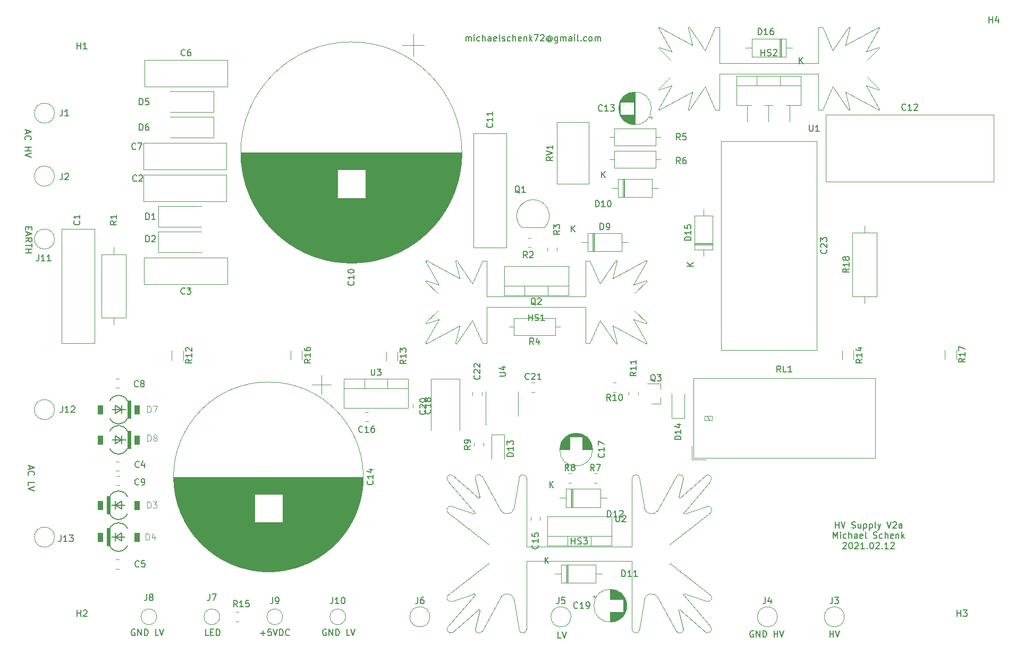
<source format=gbr>
G04 #@! TF.GenerationSoftware,KiCad,Pcbnew,(5.1.9-0-10_14)*
G04 #@! TF.CreationDate,2021-02-13T11:15:32+01:00*
G04 #@! TF.ProjectId,hv-power-supply,68762d70-6f77-4657-922d-737570706c79,rev?*
G04 #@! TF.SameCoordinates,Original*
G04 #@! TF.FileFunction,Legend,Top*
G04 #@! TF.FilePolarity,Positive*
%FSLAX46Y46*%
G04 Gerber Fmt 4.6, Leading zero omitted, Abs format (unit mm)*
G04 Created by KiCad (PCBNEW (5.1.9-0-10_14)) date 2021-02-13 11:15:32*
%MOMM*%
%LPD*%
G01*
G04 APERTURE LIST*
%ADD10C,0.150000*%
%ADD11C,0.120000*%
%ADD12C,0.152400*%
%ADD13C,0.010000*%
%ADD14C,0.015000*%
G04 APERTURE END LIST*
D10*
X51506428Y-86217380D02*
X51506428Y-86550714D01*
X50982619Y-86693571D02*
X50982619Y-86217380D01*
X51982619Y-86217380D01*
X51982619Y-86693571D01*
X51268333Y-87074523D02*
X51268333Y-87550714D01*
X50982619Y-86979285D02*
X51982619Y-87312619D01*
X50982619Y-87645952D01*
X50982619Y-88550714D02*
X51458809Y-88217380D01*
X50982619Y-87979285D02*
X51982619Y-87979285D01*
X51982619Y-88360238D01*
X51935000Y-88455476D01*
X51887380Y-88503095D01*
X51792142Y-88550714D01*
X51649285Y-88550714D01*
X51554047Y-88503095D01*
X51506428Y-88455476D01*
X51458809Y-88360238D01*
X51458809Y-87979285D01*
X51982619Y-88836428D02*
X51982619Y-89407857D01*
X50982619Y-89122142D02*
X51982619Y-89122142D01*
X50982619Y-89741190D02*
X51982619Y-89741190D01*
X51506428Y-89741190D02*
X51506428Y-90312619D01*
X50982619Y-90312619D02*
X51982619Y-90312619D01*
X51141333Y-70826571D02*
X51141333Y-71302761D01*
X50855619Y-70731333D02*
X51855619Y-71064666D01*
X50855619Y-71398000D01*
X50950857Y-72302761D02*
X50903238Y-72255142D01*
X50855619Y-72112285D01*
X50855619Y-72017047D01*
X50903238Y-71874190D01*
X50998476Y-71778952D01*
X51093714Y-71731333D01*
X51284190Y-71683714D01*
X51427047Y-71683714D01*
X51617523Y-71731333D01*
X51712761Y-71778952D01*
X51808000Y-71874190D01*
X51855619Y-72017047D01*
X51855619Y-72112285D01*
X51808000Y-72255142D01*
X51760380Y-72302761D01*
X50855619Y-73493238D02*
X51855619Y-73493238D01*
X51379428Y-73493238D02*
X51379428Y-74064666D01*
X50855619Y-74064666D02*
X51855619Y-74064666D01*
X51855619Y-74398000D02*
X50855619Y-74731333D01*
X51855619Y-75064666D01*
X51649333Y-124285619D02*
X51649333Y-124761809D01*
X51363619Y-124190380D02*
X52363619Y-124523714D01*
X51363619Y-124857047D01*
X51458857Y-125761809D02*
X51411238Y-125714190D01*
X51363619Y-125571333D01*
X51363619Y-125476095D01*
X51411238Y-125333238D01*
X51506476Y-125238000D01*
X51601714Y-125190380D01*
X51792190Y-125142761D01*
X51935047Y-125142761D01*
X52125523Y-125190380D01*
X52220761Y-125238000D01*
X52316000Y-125333238D01*
X52363619Y-125476095D01*
X52363619Y-125571333D01*
X52316000Y-125714190D01*
X52268380Y-125761809D01*
X51363619Y-127428476D02*
X51363619Y-126952285D01*
X52363619Y-126952285D01*
X52363619Y-127618952D02*
X51363619Y-127952285D01*
X52363619Y-128285619D01*
X80129142Y-151328380D02*
X79652952Y-151328380D01*
X79652952Y-150328380D01*
X80462476Y-150804571D02*
X80795809Y-150804571D01*
X80938666Y-151328380D02*
X80462476Y-151328380D01*
X80462476Y-150328380D01*
X80938666Y-150328380D01*
X81367238Y-151328380D02*
X81367238Y-150328380D01*
X81605333Y-150328380D01*
X81748190Y-150376000D01*
X81843428Y-150471238D01*
X81891047Y-150566476D01*
X81938666Y-150756952D01*
X81938666Y-150899809D01*
X81891047Y-151090285D01*
X81843428Y-151185523D01*
X81748190Y-151280761D01*
X81605333Y-151328380D01*
X81367238Y-151328380D01*
X88392285Y-150947428D02*
X89154190Y-150947428D01*
X88773238Y-151328380D02*
X88773238Y-150566476D01*
X90106571Y-150328380D02*
X89630380Y-150328380D01*
X89582761Y-150804571D01*
X89630380Y-150756952D01*
X89725619Y-150709333D01*
X89963714Y-150709333D01*
X90058952Y-150756952D01*
X90106571Y-150804571D01*
X90154190Y-150899809D01*
X90154190Y-151137904D01*
X90106571Y-151233142D01*
X90058952Y-151280761D01*
X89963714Y-151328380D01*
X89725619Y-151328380D01*
X89630380Y-151280761D01*
X89582761Y-151233142D01*
X90439904Y-150328380D02*
X90773238Y-151328380D01*
X91106571Y-150328380D01*
X91439904Y-151328380D02*
X91439904Y-150328380D01*
X91678000Y-150328380D01*
X91820857Y-150376000D01*
X91916095Y-150471238D01*
X91963714Y-150566476D01*
X92011333Y-150756952D01*
X92011333Y-150899809D01*
X91963714Y-151090285D01*
X91916095Y-151185523D01*
X91820857Y-151280761D01*
X91678000Y-151328380D01*
X91439904Y-151328380D01*
X93011333Y-151233142D02*
X92963714Y-151280761D01*
X92820857Y-151328380D01*
X92725619Y-151328380D01*
X92582761Y-151280761D01*
X92487523Y-151185523D01*
X92439904Y-151090285D01*
X92392285Y-150899809D01*
X92392285Y-150756952D01*
X92439904Y-150566476D01*
X92487523Y-150471238D01*
X92582761Y-150376000D01*
X92725619Y-150328380D01*
X92820857Y-150328380D01*
X92963714Y-150376000D01*
X93011333Y-150423619D01*
X68381809Y-150376000D02*
X68286571Y-150328380D01*
X68143714Y-150328380D01*
X68000857Y-150376000D01*
X67905619Y-150471238D01*
X67858000Y-150566476D01*
X67810380Y-150756952D01*
X67810380Y-150899809D01*
X67858000Y-151090285D01*
X67905619Y-151185523D01*
X68000857Y-151280761D01*
X68143714Y-151328380D01*
X68238952Y-151328380D01*
X68381809Y-151280761D01*
X68429428Y-151233142D01*
X68429428Y-150899809D01*
X68238952Y-150899809D01*
X68858000Y-151328380D02*
X68858000Y-150328380D01*
X69429428Y-151328380D01*
X69429428Y-150328380D01*
X69905619Y-151328380D02*
X69905619Y-150328380D01*
X70143714Y-150328380D01*
X70286571Y-150376000D01*
X70381809Y-150471238D01*
X70429428Y-150566476D01*
X70477047Y-150756952D01*
X70477047Y-150899809D01*
X70429428Y-151090285D01*
X70381809Y-151185523D01*
X70286571Y-151280761D01*
X70143714Y-151328380D01*
X69905619Y-151328380D01*
X72143714Y-151328380D02*
X71667523Y-151328380D01*
X71667523Y-150328380D01*
X72334190Y-150328380D02*
X72667523Y-151328380D01*
X73000857Y-150328380D01*
X98861809Y-150376000D02*
X98766571Y-150328380D01*
X98623714Y-150328380D01*
X98480857Y-150376000D01*
X98385619Y-150471238D01*
X98338000Y-150566476D01*
X98290380Y-150756952D01*
X98290380Y-150899809D01*
X98338000Y-151090285D01*
X98385619Y-151185523D01*
X98480857Y-151280761D01*
X98623714Y-151328380D01*
X98718952Y-151328380D01*
X98861809Y-151280761D01*
X98909428Y-151233142D01*
X98909428Y-150899809D01*
X98718952Y-150899809D01*
X99338000Y-151328380D02*
X99338000Y-150328380D01*
X99909428Y-151328380D01*
X99909428Y-150328380D01*
X100385619Y-151328380D02*
X100385619Y-150328380D01*
X100623714Y-150328380D01*
X100766571Y-150376000D01*
X100861809Y-150471238D01*
X100909428Y-150566476D01*
X100957047Y-150756952D01*
X100957047Y-150899809D01*
X100909428Y-151090285D01*
X100861809Y-151185523D01*
X100766571Y-151280761D01*
X100623714Y-151328380D01*
X100385619Y-151328380D01*
X102623714Y-151328380D02*
X102147523Y-151328380D01*
X102147523Y-150328380D01*
X102814190Y-150328380D02*
X103147523Y-151328380D01*
X103480857Y-150328380D01*
X136278952Y-151709380D02*
X135802761Y-151709380D01*
X135802761Y-150709380D01*
X136469428Y-150709380D02*
X136802761Y-151709380D01*
X137136095Y-150709380D01*
X179117714Y-151582380D02*
X179117714Y-150582380D01*
X179117714Y-151058571D02*
X179689142Y-151058571D01*
X179689142Y-151582380D02*
X179689142Y-150582380D01*
X180022476Y-150582380D02*
X180355809Y-151582380D01*
X180689142Y-150582380D01*
X166941761Y-150630000D02*
X166846523Y-150582380D01*
X166703666Y-150582380D01*
X166560809Y-150630000D01*
X166465571Y-150725238D01*
X166417952Y-150820476D01*
X166370333Y-151010952D01*
X166370333Y-151153809D01*
X166417952Y-151344285D01*
X166465571Y-151439523D01*
X166560809Y-151534761D01*
X166703666Y-151582380D01*
X166798904Y-151582380D01*
X166941761Y-151534761D01*
X166989380Y-151487142D01*
X166989380Y-151153809D01*
X166798904Y-151153809D01*
X167417952Y-151582380D02*
X167417952Y-150582380D01*
X167989380Y-151582380D01*
X167989380Y-150582380D01*
X168465571Y-151582380D02*
X168465571Y-150582380D01*
X168703666Y-150582380D01*
X168846523Y-150630000D01*
X168941761Y-150725238D01*
X168989380Y-150820476D01*
X169037000Y-151010952D01*
X169037000Y-151153809D01*
X168989380Y-151344285D01*
X168941761Y-151439523D01*
X168846523Y-151534761D01*
X168703666Y-151582380D01*
X168465571Y-151582380D01*
X170227476Y-151582380D02*
X170227476Y-150582380D01*
X170227476Y-151058571D02*
X170798904Y-151058571D01*
X170798904Y-151582380D02*
X170798904Y-150582380D01*
X171132238Y-150582380D02*
X171465571Y-151582380D01*
X171798904Y-150582380D01*
X179983476Y-134184380D02*
X179983476Y-133184380D01*
X179983476Y-133660571D02*
X180554904Y-133660571D01*
X180554904Y-134184380D02*
X180554904Y-133184380D01*
X180888238Y-133184380D02*
X181221571Y-134184380D01*
X181554904Y-133184380D01*
X182602523Y-134136761D02*
X182745380Y-134184380D01*
X182983476Y-134184380D01*
X183078714Y-134136761D01*
X183126333Y-134089142D01*
X183173952Y-133993904D01*
X183173952Y-133898666D01*
X183126333Y-133803428D01*
X183078714Y-133755809D01*
X182983476Y-133708190D01*
X182793000Y-133660571D01*
X182697761Y-133612952D01*
X182650142Y-133565333D01*
X182602523Y-133470095D01*
X182602523Y-133374857D01*
X182650142Y-133279619D01*
X182697761Y-133232000D01*
X182793000Y-133184380D01*
X183031095Y-133184380D01*
X183173952Y-133232000D01*
X184031095Y-133517714D02*
X184031095Y-134184380D01*
X183602523Y-133517714D02*
X183602523Y-134041523D01*
X183650142Y-134136761D01*
X183745380Y-134184380D01*
X183888238Y-134184380D01*
X183983476Y-134136761D01*
X184031095Y-134089142D01*
X184507285Y-133517714D02*
X184507285Y-134517714D01*
X184507285Y-133565333D02*
X184602523Y-133517714D01*
X184793000Y-133517714D01*
X184888238Y-133565333D01*
X184935857Y-133612952D01*
X184983476Y-133708190D01*
X184983476Y-133993904D01*
X184935857Y-134089142D01*
X184888238Y-134136761D01*
X184793000Y-134184380D01*
X184602523Y-134184380D01*
X184507285Y-134136761D01*
X185412047Y-133517714D02*
X185412047Y-134517714D01*
X185412047Y-133565333D02*
X185507285Y-133517714D01*
X185697761Y-133517714D01*
X185793000Y-133565333D01*
X185840619Y-133612952D01*
X185888238Y-133708190D01*
X185888238Y-133993904D01*
X185840619Y-134089142D01*
X185793000Y-134136761D01*
X185697761Y-134184380D01*
X185507285Y-134184380D01*
X185412047Y-134136761D01*
X186459666Y-134184380D02*
X186364428Y-134136761D01*
X186316809Y-134041523D01*
X186316809Y-133184380D01*
X186745380Y-133517714D02*
X186983476Y-134184380D01*
X187221571Y-133517714D02*
X186983476Y-134184380D01*
X186888238Y-134422476D01*
X186840619Y-134470095D01*
X186745380Y-134517714D01*
X188221571Y-133184380D02*
X188554904Y-134184380D01*
X188888238Y-133184380D01*
X189173952Y-133279619D02*
X189221571Y-133232000D01*
X189316809Y-133184380D01*
X189554904Y-133184380D01*
X189650142Y-133232000D01*
X189697761Y-133279619D01*
X189745380Y-133374857D01*
X189745380Y-133470095D01*
X189697761Y-133612952D01*
X189126333Y-134184380D01*
X189745380Y-134184380D01*
X190602523Y-134184380D02*
X190602523Y-133660571D01*
X190554904Y-133565333D01*
X190459666Y-133517714D01*
X190269190Y-133517714D01*
X190173952Y-133565333D01*
X190602523Y-134136761D02*
X190507285Y-134184380D01*
X190269190Y-134184380D01*
X190173952Y-134136761D01*
X190126333Y-134041523D01*
X190126333Y-133946285D01*
X190173952Y-133851047D01*
X190269190Y-133803428D01*
X190507285Y-133803428D01*
X190602523Y-133755809D01*
X179673952Y-135834380D02*
X179673952Y-134834380D01*
X180007285Y-135548666D01*
X180340619Y-134834380D01*
X180340619Y-135834380D01*
X180816809Y-135834380D02*
X180816809Y-135167714D01*
X180816809Y-134834380D02*
X180769190Y-134882000D01*
X180816809Y-134929619D01*
X180864428Y-134882000D01*
X180816809Y-134834380D01*
X180816809Y-134929619D01*
X181721571Y-135786761D02*
X181626333Y-135834380D01*
X181435857Y-135834380D01*
X181340619Y-135786761D01*
X181293000Y-135739142D01*
X181245380Y-135643904D01*
X181245380Y-135358190D01*
X181293000Y-135262952D01*
X181340619Y-135215333D01*
X181435857Y-135167714D01*
X181626333Y-135167714D01*
X181721571Y-135215333D01*
X182150142Y-135834380D02*
X182150142Y-134834380D01*
X182578714Y-135834380D02*
X182578714Y-135310571D01*
X182531095Y-135215333D01*
X182435857Y-135167714D01*
X182293000Y-135167714D01*
X182197761Y-135215333D01*
X182150142Y-135262952D01*
X183483476Y-135834380D02*
X183483476Y-135310571D01*
X183435857Y-135215333D01*
X183340619Y-135167714D01*
X183150142Y-135167714D01*
X183054904Y-135215333D01*
X183483476Y-135786761D02*
X183388238Y-135834380D01*
X183150142Y-135834380D01*
X183054904Y-135786761D01*
X183007285Y-135691523D01*
X183007285Y-135596285D01*
X183054904Y-135501047D01*
X183150142Y-135453428D01*
X183388238Y-135453428D01*
X183483476Y-135405809D01*
X184340619Y-135786761D02*
X184245380Y-135834380D01*
X184054904Y-135834380D01*
X183959666Y-135786761D01*
X183912047Y-135691523D01*
X183912047Y-135310571D01*
X183959666Y-135215333D01*
X184054904Y-135167714D01*
X184245380Y-135167714D01*
X184340619Y-135215333D01*
X184388238Y-135310571D01*
X184388238Y-135405809D01*
X183912047Y-135501047D01*
X184959666Y-135834380D02*
X184864428Y-135786761D01*
X184816809Y-135691523D01*
X184816809Y-134834380D01*
X186054904Y-135786761D02*
X186197761Y-135834380D01*
X186435857Y-135834380D01*
X186531095Y-135786761D01*
X186578714Y-135739142D01*
X186626333Y-135643904D01*
X186626333Y-135548666D01*
X186578714Y-135453428D01*
X186531095Y-135405809D01*
X186435857Y-135358190D01*
X186245380Y-135310571D01*
X186150142Y-135262952D01*
X186102523Y-135215333D01*
X186054904Y-135120095D01*
X186054904Y-135024857D01*
X186102523Y-134929619D01*
X186150142Y-134882000D01*
X186245380Y-134834380D01*
X186483476Y-134834380D01*
X186626333Y-134882000D01*
X187483476Y-135786761D02*
X187388238Y-135834380D01*
X187197761Y-135834380D01*
X187102523Y-135786761D01*
X187054904Y-135739142D01*
X187007285Y-135643904D01*
X187007285Y-135358190D01*
X187054904Y-135262952D01*
X187102523Y-135215333D01*
X187197761Y-135167714D01*
X187388238Y-135167714D01*
X187483476Y-135215333D01*
X187912047Y-135834380D02*
X187912047Y-134834380D01*
X188340619Y-135834380D02*
X188340619Y-135310571D01*
X188293000Y-135215333D01*
X188197761Y-135167714D01*
X188054904Y-135167714D01*
X187959666Y-135215333D01*
X187912047Y-135262952D01*
X189197761Y-135786761D02*
X189102523Y-135834380D01*
X188912047Y-135834380D01*
X188816809Y-135786761D01*
X188769190Y-135691523D01*
X188769190Y-135310571D01*
X188816809Y-135215333D01*
X188912047Y-135167714D01*
X189102523Y-135167714D01*
X189197761Y-135215333D01*
X189245380Y-135310571D01*
X189245380Y-135405809D01*
X188769190Y-135501047D01*
X189673952Y-135167714D02*
X189673952Y-135834380D01*
X189673952Y-135262952D02*
X189721571Y-135215333D01*
X189816809Y-135167714D01*
X189959666Y-135167714D01*
X190054904Y-135215333D01*
X190102523Y-135310571D01*
X190102523Y-135834380D01*
X190578714Y-135834380D02*
X190578714Y-134834380D01*
X190673952Y-135453428D02*
X190959666Y-135834380D01*
X190959666Y-135167714D02*
X190578714Y-135548666D01*
X181197761Y-136579619D02*
X181245380Y-136532000D01*
X181340619Y-136484380D01*
X181578714Y-136484380D01*
X181673952Y-136532000D01*
X181721571Y-136579619D01*
X181769190Y-136674857D01*
X181769190Y-136770095D01*
X181721571Y-136912952D01*
X181150142Y-137484380D01*
X181769190Y-137484380D01*
X182388238Y-136484380D02*
X182483476Y-136484380D01*
X182578714Y-136532000D01*
X182626333Y-136579619D01*
X182673952Y-136674857D01*
X182721571Y-136865333D01*
X182721571Y-137103428D01*
X182673952Y-137293904D01*
X182626333Y-137389142D01*
X182578714Y-137436761D01*
X182483476Y-137484380D01*
X182388238Y-137484380D01*
X182293000Y-137436761D01*
X182245380Y-137389142D01*
X182197761Y-137293904D01*
X182150142Y-137103428D01*
X182150142Y-136865333D01*
X182197761Y-136674857D01*
X182245380Y-136579619D01*
X182293000Y-136532000D01*
X182388238Y-136484380D01*
X183102523Y-136579619D02*
X183150142Y-136532000D01*
X183245380Y-136484380D01*
X183483476Y-136484380D01*
X183578714Y-136532000D01*
X183626333Y-136579619D01*
X183673952Y-136674857D01*
X183673952Y-136770095D01*
X183626333Y-136912952D01*
X183054904Y-137484380D01*
X183673952Y-137484380D01*
X184626333Y-137484380D02*
X184054904Y-137484380D01*
X184340619Y-137484380D02*
X184340619Y-136484380D01*
X184245380Y-136627238D01*
X184150142Y-136722476D01*
X184054904Y-136770095D01*
X185054904Y-137389142D02*
X185102523Y-137436761D01*
X185054904Y-137484380D01*
X185007285Y-137436761D01*
X185054904Y-137389142D01*
X185054904Y-137484380D01*
X185721571Y-136484380D02*
X185816809Y-136484380D01*
X185912047Y-136532000D01*
X185959666Y-136579619D01*
X186007285Y-136674857D01*
X186054904Y-136865333D01*
X186054904Y-137103428D01*
X186007285Y-137293904D01*
X185959666Y-137389142D01*
X185912047Y-137436761D01*
X185816809Y-137484380D01*
X185721571Y-137484380D01*
X185626333Y-137436761D01*
X185578714Y-137389142D01*
X185531095Y-137293904D01*
X185483476Y-137103428D01*
X185483476Y-136865333D01*
X185531095Y-136674857D01*
X185578714Y-136579619D01*
X185626333Y-136532000D01*
X185721571Y-136484380D01*
X186435857Y-136579619D02*
X186483476Y-136532000D01*
X186578714Y-136484380D01*
X186816809Y-136484380D01*
X186912047Y-136532000D01*
X186959666Y-136579619D01*
X187007285Y-136674857D01*
X187007285Y-136770095D01*
X186959666Y-136912952D01*
X186388238Y-137484380D01*
X187007285Y-137484380D01*
X187435857Y-137389142D02*
X187483476Y-137436761D01*
X187435857Y-137484380D01*
X187388238Y-137436761D01*
X187435857Y-137389142D01*
X187435857Y-137484380D01*
X188435857Y-137484380D02*
X187864428Y-137484380D01*
X188150142Y-137484380D02*
X188150142Y-136484380D01*
X188054904Y-136627238D01*
X187959666Y-136722476D01*
X187864428Y-136770095D01*
X188816809Y-136579619D02*
X188864428Y-136532000D01*
X188959666Y-136484380D01*
X189197761Y-136484380D01*
X189293000Y-136532000D01*
X189340619Y-136579619D01*
X189388238Y-136674857D01*
X189388238Y-136770095D01*
X189340619Y-136912952D01*
X188769190Y-137484380D01*
X189388238Y-137484380D01*
X121111714Y-56586380D02*
X121111714Y-55919714D01*
X121111714Y-56014952D02*
X121159333Y-55967333D01*
X121254571Y-55919714D01*
X121397428Y-55919714D01*
X121492666Y-55967333D01*
X121540285Y-56062571D01*
X121540285Y-56586380D01*
X121540285Y-56062571D02*
X121587904Y-55967333D01*
X121683142Y-55919714D01*
X121826000Y-55919714D01*
X121921238Y-55967333D01*
X121968857Y-56062571D01*
X121968857Y-56586380D01*
X122445047Y-56586380D02*
X122445047Y-55919714D01*
X122445047Y-55586380D02*
X122397428Y-55634000D01*
X122445047Y-55681619D01*
X122492666Y-55634000D01*
X122445047Y-55586380D01*
X122445047Y-55681619D01*
X123349809Y-56538761D02*
X123254571Y-56586380D01*
X123064095Y-56586380D01*
X122968857Y-56538761D01*
X122921238Y-56491142D01*
X122873619Y-56395904D01*
X122873619Y-56110190D01*
X122921238Y-56014952D01*
X122968857Y-55967333D01*
X123064095Y-55919714D01*
X123254571Y-55919714D01*
X123349809Y-55967333D01*
X123778380Y-56586380D02*
X123778380Y-55586380D01*
X124206952Y-56586380D02*
X124206952Y-56062571D01*
X124159333Y-55967333D01*
X124064095Y-55919714D01*
X123921238Y-55919714D01*
X123826000Y-55967333D01*
X123778380Y-56014952D01*
X125111714Y-56586380D02*
X125111714Y-56062571D01*
X125064095Y-55967333D01*
X124968857Y-55919714D01*
X124778380Y-55919714D01*
X124683142Y-55967333D01*
X125111714Y-56538761D02*
X125016476Y-56586380D01*
X124778380Y-56586380D01*
X124683142Y-56538761D01*
X124635523Y-56443523D01*
X124635523Y-56348285D01*
X124683142Y-56253047D01*
X124778380Y-56205428D01*
X125016476Y-56205428D01*
X125111714Y-56157809D01*
X125968857Y-56538761D02*
X125873619Y-56586380D01*
X125683142Y-56586380D01*
X125587904Y-56538761D01*
X125540285Y-56443523D01*
X125540285Y-56062571D01*
X125587904Y-55967333D01*
X125683142Y-55919714D01*
X125873619Y-55919714D01*
X125968857Y-55967333D01*
X126016476Y-56062571D01*
X126016476Y-56157809D01*
X125540285Y-56253047D01*
X126587904Y-56586380D02*
X126492666Y-56538761D01*
X126445047Y-56443523D01*
X126445047Y-55586380D01*
X126921238Y-56538761D02*
X127016476Y-56586380D01*
X127206952Y-56586380D01*
X127302190Y-56538761D01*
X127349809Y-56443523D01*
X127349809Y-56395904D01*
X127302190Y-56300666D01*
X127206952Y-56253047D01*
X127064095Y-56253047D01*
X126968857Y-56205428D01*
X126921238Y-56110190D01*
X126921238Y-56062571D01*
X126968857Y-55967333D01*
X127064095Y-55919714D01*
X127206952Y-55919714D01*
X127302190Y-55967333D01*
X128206952Y-56538761D02*
X128111714Y-56586380D01*
X127921238Y-56586380D01*
X127826000Y-56538761D01*
X127778380Y-56491142D01*
X127730761Y-56395904D01*
X127730761Y-56110190D01*
X127778380Y-56014952D01*
X127826000Y-55967333D01*
X127921238Y-55919714D01*
X128111714Y-55919714D01*
X128206952Y-55967333D01*
X128635523Y-56586380D02*
X128635523Y-55586380D01*
X129064095Y-56586380D02*
X129064095Y-56062571D01*
X129016476Y-55967333D01*
X128921238Y-55919714D01*
X128778380Y-55919714D01*
X128683142Y-55967333D01*
X128635523Y-56014952D01*
X129921238Y-56538761D02*
X129826000Y-56586380D01*
X129635523Y-56586380D01*
X129540285Y-56538761D01*
X129492666Y-56443523D01*
X129492666Y-56062571D01*
X129540285Y-55967333D01*
X129635523Y-55919714D01*
X129826000Y-55919714D01*
X129921238Y-55967333D01*
X129968857Y-56062571D01*
X129968857Y-56157809D01*
X129492666Y-56253047D01*
X130397428Y-55919714D02*
X130397428Y-56586380D01*
X130397428Y-56014952D02*
X130445047Y-55967333D01*
X130540285Y-55919714D01*
X130683142Y-55919714D01*
X130778380Y-55967333D01*
X130826000Y-56062571D01*
X130826000Y-56586380D01*
X131302190Y-56586380D02*
X131302190Y-55586380D01*
X131397428Y-56205428D02*
X131683142Y-56586380D01*
X131683142Y-55919714D02*
X131302190Y-56300666D01*
X132016476Y-55586380D02*
X132683142Y-55586380D01*
X132254571Y-56586380D01*
X133016476Y-55681619D02*
X133064095Y-55634000D01*
X133159333Y-55586380D01*
X133397428Y-55586380D01*
X133492666Y-55634000D01*
X133540285Y-55681619D01*
X133587904Y-55776857D01*
X133587904Y-55872095D01*
X133540285Y-56014952D01*
X132968857Y-56586380D01*
X133587904Y-56586380D01*
X134635523Y-56110190D02*
X134587904Y-56062571D01*
X134492666Y-56014952D01*
X134397428Y-56014952D01*
X134302190Y-56062571D01*
X134254571Y-56110190D01*
X134206952Y-56205428D01*
X134206952Y-56300666D01*
X134254571Y-56395904D01*
X134302190Y-56443523D01*
X134397428Y-56491142D01*
X134492666Y-56491142D01*
X134587904Y-56443523D01*
X134635523Y-56395904D01*
X134635523Y-56014952D02*
X134635523Y-56395904D01*
X134683142Y-56443523D01*
X134730761Y-56443523D01*
X134826000Y-56395904D01*
X134873619Y-56300666D01*
X134873619Y-56062571D01*
X134778380Y-55919714D01*
X134635523Y-55824476D01*
X134445047Y-55776857D01*
X134254571Y-55824476D01*
X134111714Y-55919714D01*
X134016476Y-56062571D01*
X133968857Y-56253047D01*
X134016476Y-56443523D01*
X134111714Y-56586380D01*
X134254571Y-56681619D01*
X134445047Y-56729238D01*
X134635523Y-56681619D01*
X134778380Y-56586380D01*
X135730761Y-55919714D02*
X135730761Y-56729238D01*
X135683142Y-56824476D01*
X135635523Y-56872095D01*
X135540285Y-56919714D01*
X135397428Y-56919714D01*
X135302190Y-56872095D01*
X135730761Y-56538761D02*
X135635523Y-56586380D01*
X135445047Y-56586380D01*
X135349809Y-56538761D01*
X135302190Y-56491142D01*
X135254571Y-56395904D01*
X135254571Y-56110190D01*
X135302190Y-56014952D01*
X135349809Y-55967333D01*
X135445047Y-55919714D01*
X135635523Y-55919714D01*
X135730761Y-55967333D01*
X136206952Y-56586380D02*
X136206952Y-55919714D01*
X136206952Y-56014952D02*
X136254571Y-55967333D01*
X136349809Y-55919714D01*
X136492666Y-55919714D01*
X136587904Y-55967333D01*
X136635523Y-56062571D01*
X136635523Y-56586380D01*
X136635523Y-56062571D02*
X136683142Y-55967333D01*
X136778380Y-55919714D01*
X136921238Y-55919714D01*
X137016476Y-55967333D01*
X137064095Y-56062571D01*
X137064095Y-56586380D01*
X137968857Y-56586380D02*
X137968857Y-56062571D01*
X137921238Y-55967333D01*
X137826000Y-55919714D01*
X137635523Y-55919714D01*
X137540285Y-55967333D01*
X137968857Y-56538761D02*
X137873619Y-56586380D01*
X137635523Y-56586380D01*
X137540285Y-56538761D01*
X137492666Y-56443523D01*
X137492666Y-56348285D01*
X137540285Y-56253047D01*
X137635523Y-56205428D01*
X137873619Y-56205428D01*
X137968857Y-56157809D01*
X138445047Y-56586380D02*
X138445047Y-55919714D01*
X138445047Y-55586380D02*
X138397428Y-55634000D01*
X138445047Y-55681619D01*
X138492666Y-55634000D01*
X138445047Y-55586380D01*
X138445047Y-55681619D01*
X139064095Y-56586380D02*
X138968857Y-56538761D01*
X138921238Y-56443523D01*
X138921238Y-55586380D01*
X139445047Y-56491142D02*
X139492666Y-56538761D01*
X139445047Y-56586380D01*
X139397428Y-56538761D01*
X139445047Y-56491142D01*
X139445047Y-56586380D01*
X140349809Y-56538761D02*
X140254571Y-56586380D01*
X140064095Y-56586380D01*
X139968857Y-56538761D01*
X139921238Y-56491142D01*
X139873619Y-56395904D01*
X139873619Y-56110190D01*
X139921238Y-56014952D01*
X139968857Y-55967333D01*
X140064095Y-55919714D01*
X140254571Y-55919714D01*
X140349809Y-55967333D01*
X140921238Y-56586380D02*
X140826000Y-56538761D01*
X140778380Y-56491142D01*
X140730761Y-56395904D01*
X140730761Y-56110190D01*
X140778380Y-56014952D01*
X140826000Y-55967333D01*
X140921238Y-55919714D01*
X141064095Y-55919714D01*
X141159333Y-55967333D01*
X141206952Y-56014952D01*
X141254571Y-56110190D01*
X141254571Y-56395904D01*
X141206952Y-56491142D01*
X141159333Y-56538761D01*
X141064095Y-56586380D01*
X140921238Y-56586380D01*
X141683142Y-56586380D02*
X141683142Y-55919714D01*
X141683142Y-56014952D02*
X141730761Y-55967333D01*
X141826000Y-55919714D01*
X141968857Y-55919714D01*
X142064095Y-55967333D01*
X142111714Y-56062571D01*
X142111714Y-56586380D01*
X142111714Y-56062571D02*
X142159333Y-55967333D01*
X142254571Y-55919714D01*
X142397428Y-55919714D01*
X142492666Y-55967333D01*
X142540285Y-56062571D01*
X142540285Y-56586380D01*
D11*
X114495000Y-57237998D02*
X110995000Y-57237998D01*
X112745000Y-55487998D02*
X112745000Y-58987998D01*
X103670000Y-91942000D02*
X102070000Y-91942000D01*
X104283000Y-91902000D02*
X101457000Y-91902000D01*
X104705000Y-91862000D02*
X101035000Y-91862000D01*
X105047000Y-91822000D02*
X100693000Y-91822000D01*
X105343000Y-91782000D02*
X100397000Y-91782000D01*
X105606000Y-91742000D02*
X100134000Y-91742000D01*
X105846000Y-91702000D02*
X99894000Y-91702000D01*
X106068000Y-91662000D02*
X99672000Y-91662000D01*
X106275000Y-91622000D02*
X99465000Y-91622000D01*
X106470000Y-91582000D02*
X99270000Y-91582000D01*
X106655000Y-91542000D02*
X99085000Y-91542000D01*
X106830000Y-91502000D02*
X98910000Y-91502000D01*
X106998000Y-91462000D02*
X98742000Y-91462000D01*
X107159000Y-91422000D02*
X98581000Y-91422000D01*
X107314000Y-91382000D02*
X98426000Y-91382000D01*
X107463000Y-91342000D02*
X98277000Y-91342000D01*
X107608000Y-91302000D02*
X98132000Y-91302000D01*
X107748000Y-91262000D02*
X97992000Y-91262000D01*
X107883000Y-91222000D02*
X97857000Y-91222000D01*
X108015000Y-91182000D02*
X97725000Y-91182000D01*
X108143000Y-91142000D02*
X97597000Y-91142000D01*
X108268000Y-91102000D02*
X97472000Y-91102000D01*
X108390000Y-91062000D02*
X97350000Y-91062000D01*
X108509000Y-91022000D02*
X97231000Y-91022000D01*
X108625000Y-90982000D02*
X97115000Y-90982000D01*
X108738000Y-90942000D02*
X97002000Y-90942000D01*
X108850000Y-90902000D02*
X96890000Y-90902000D01*
X108959000Y-90862000D02*
X96781000Y-90862000D01*
X109065000Y-90822000D02*
X96675000Y-90822000D01*
X109170000Y-90782000D02*
X96570000Y-90782000D01*
X109273000Y-90742000D02*
X96467000Y-90742000D01*
X109374000Y-90702000D02*
X96366000Y-90702000D01*
X109473000Y-90662000D02*
X96267000Y-90662000D01*
X109570000Y-90622000D02*
X96170000Y-90622000D01*
X109666000Y-90582000D02*
X96074000Y-90582000D01*
X109760000Y-90542000D02*
X95980000Y-90542000D01*
X109853000Y-90502000D02*
X95887000Y-90502000D01*
X109945000Y-90462000D02*
X95795000Y-90462000D01*
X110035000Y-90422000D02*
X95705000Y-90422000D01*
X110123000Y-90382000D02*
X95617000Y-90382000D01*
X110211000Y-90342000D02*
X95529000Y-90342000D01*
X110297000Y-90302000D02*
X95443000Y-90302000D01*
X110382000Y-90262000D02*
X95358000Y-90262000D01*
X110465000Y-90222000D02*
X95275000Y-90222000D01*
X110548000Y-90182000D02*
X95192000Y-90182000D01*
X110629000Y-90142000D02*
X95111000Y-90142000D01*
X110710000Y-90102000D02*
X95030000Y-90102000D01*
X110790000Y-90062000D02*
X94950000Y-90062000D01*
X110868000Y-90022000D02*
X94872000Y-90022000D01*
X110946000Y-89982000D02*
X94794000Y-89982000D01*
X111022000Y-89942000D02*
X94718000Y-89942000D01*
X111098000Y-89902000D02*
X94642000Y-89902000D01*
X111173000Y-89862000D02*
X94567000Y-89862000D01*
X111247000Y-89822000D02*
X94493000Y-89822000D01*
X111320000Y-89782000D02*
X94420000Y-89782000D01*
X111392000Y-89742000D02*
X94348000Y-89742000D01*
X111464000Y-89702000D02*
X94276000Y-89702000D01*
X111535000Y-89662000D02*
X94205000Y-89662000D01*
X111605000Y-89622000D02*
X94135000Y-89622000D01*
X111674000Y-89582000D02*
X94066000Y-89582000D01*
X111743000Y-89542000D02*
X93997000Y-89542000D01*
X111810000Y-89502000D02*
X93930000Y-89502000D01*
X111878000Y-89462000D02*
X93862000Y-89462000D01*
X111944000Y-89422000D02*
X93796000Y-89422000D01*
X112010000Y-89382000D02*
X93730000Y-89382000D01*
X112075000Y-89342000D02*
X93665000Y-89342000D01*
X112140000Y-89302000D02*
X93600000Y-89302000D01*
X112204000Y-89262000D02*
X93536000Y-89262000D01*
X112267000Y-89222000D02*
X93473000Y-89222000D01*
X112330000Y-89182000D02*
X93410000Y-89182000D01*
X112392000Y-89142000D02*
X93348000Y-89142000D01*
X112454000Y-89102000D02*
X93286000Y-89102000D01*
X112515000Y-89062000D02*
X93225000Y-89062000D01*
X112575000Y-89022000D02*
X93165000Y-89022000D01*
X112635000Y-88982000D02*
X93105000Y-88982000D01*
X112695000Y-88942000D02*
X93045000Y-88942000D01*
X112754000Y-88902000D02*
X92986000Y-88902000D01*
X112812000Y-88862000D02*
X92928000Y-88862000D01*
X112870000Y-88822000D02*
X92870000Y-88822000D01*
X112928000Y-88782000D02*
X92812000Y-88782000D01*
X112985000Y-88742000D02*
X92755000Y-88742000D01*
X113041000Y-88702000D02*
X92699000Y-88702000D01*
X113097000Y-88662000D02*
X92643000Y-88662000D01*
X113153000Y-88622000D02*
X92587000Y-88622000D01*
X113208000Y-88582000D02*
X92532000Y-88582000D01*
X113262000Y-88542000D02*
X92478000Y-88542000D01*
X113317000Y-88502000D02*
X92423000Y-88502000D01*
X113370000Y-88462000D02*
X92370000Y-88462000D01*
X113424000Y-88422000D02*
X92316000Y-88422000D01*
X113477000Y-88382000D02*
X92263000Y-88382000D01*
X113529000Y-88342000D02*
X92211000Y-88342000D01*
X113581000Y-88302000D02*
X92159000Y-88302000D01*
X113633000Y-88262000D02*
X92107000Y-88262000D01*
X113685000Y-88222000D02*
X92055000Y-88222000D01*
X113735000Y-88182000D02*
X92005000Y-88182000D01*
X113786000Y-88142000D02*
X91954000Y-88142000D01*
X113836000Y-88102000D02*
X91904000Y-88102000D01*
X113886000Y-88062000D02*
X91854000Y-88062000D01*
X113936000Y-88022000D02*
X91804000Y-88022000D01*
X113985000Y-87982000D02*
X91755000Y-87982000D01*
X114033000Y-87942000D02*
X91707000Y-87942000D01*
X114082000Y-87902000D02*
X91658000Y-87902000D01*
X114130000Y-87862000D02*
X91610000Y-87862000D01*
X114177000Y-87822000D02*
X91563000Y-87822000D01*
X114225000Y-87782000D02*
X91515000Y-87782000D01*
X114272000Y-87742000D02*
X91468000Y-87742000D01*
X114319000Y-87702000D02*
X91421000Y-87702000D01*
X114365000Y-87662000D02*
X91375000Y-87662000D01*
X114411000Y-87622000D02*
X91329000Y-87622000D01*
X114457000Y-87582000D02*
X91283000Y-87582000D01*
X114502000Y-87542000D02*
X91238000Y-87542000D01*
X114547000Y-87502000D02*
X91193000Y-87502000D01*
X114592000Y-87462000D02*
X91148000Y-87462000D01*
X114636000Y-87422000D02*
X91104000Y-87422000D01*
X114681000Y-87382000D02*
X91059000Y-87382000D01*
X114724000Y-87342000D02*
X91016000Y-87342000D01*
X114768000Y-87302000D02*
X90972000Y-87302000D01*
X114811000Y-87262000D02*
X90929000Y-87262000D01*
X114854000Y-87222000D02*
X90886000Y-87222000D01*
X114897000Y-87182000D02*
X90843000Y-87182000D01*
X114939000Y-87142000D02*
X90801000Y-87142000D01*
X114981000Y-87102000D02*
X90759000Y-87102000D01*
X115023000Y-87062000D02*
X90717000Y-87062000D01*
X115065000Y-87022000D02*
X90675000Y-87022000D01*
X115106000Y-86982000D02*
X90634000Y-86982000D01*
X115147000Y-86942000D02*
X90593000Y-86942000D01*
X115188000Y-86902000D02*
X90552000Y-86902000D01*
X115229000Y-86862000D02*
X90511000Y-86862000D01*
X115269000Y-86822000D02*
X90471000Y-86822000D01*
X115309000Y-86782000D02*
X90431000Y-86782000D01*
X115349000Y-86742000D02*
X90391000Y-86742000D01*
X115388000Y-86702000D02*
X90352000Y-86702000D01*
X115427000Y-86662000D02*
X90313000Y-86662000D01*
X115466000Y-86622000D02*
X90274000Y-86622000D01*
X115505000Y-86582000D02*
X90235000Y-86582000D01*
X115544000Y-86542000D02*
X90196000Y-86542000D01*
X115582000Y-86502000D02*
X90158000Y-86502000D01*
X115620000Y-86462000D02*
X90120000Y-86462000D01*
X115658000Y-86422000D02*
X90082000Y-86422000D01*
X115695000Y-86382000D02*
X90045000Y-86382000D01*
X115733000Y-86342000D02*
X90007000Y-86342000D01*
X115770000Y-86302000D02*
X89970000Y-86302000D01*
X115807000Y-86262000D02*
X89933000Y-86262000D01*
X115843000Y-86222000D02*
X89897000Y-86222000D01*
X115880000Y-86182000D02*
X89860000Y-86182000D01*
X115916000Y-86142000D02*
X89824000Y-86142000D01*
X115952000Y-86102000D02*
X89788000Y-86102000D01*
X115987000Y-86062000D02*
X89753000Y-86062000D01*
X116023000Y-86022000D02*
X89717000Y-86022000D01*
X116058000Y-85982000D02*
X89682000Y-85982000D01*
X116093000Y-85942000D02*
X89647000Y-85942000D01*
X116128000Y-85902000D02*
X89612000Y-85902000D01*
X116163000Y-85862000D02*
X89577000Y-85862000D01*
X116197000Y-85822000D02*
X89543000Y-85822000D01*
X116232000Y-85782000D02*
X89508000Y-85782000D01*
X116266000Y-85742000D02*
X89474000Y-85742000D01*
X116300000Y-85702000D02*
X89440000Y-85702000D01*
X116333000Y-85662000D02*
X89407000Y-85662000D01*
X116367000Y-85622000D02*
X89373000Y-85622000D01*
X116400000Y-85582000D02*
X89340000Y-85582000D01*
X116433000Y-85542000D02*
X89307000Y-85542000D01*
X116466000Y-85502000D02*
X89274000Y-85502000D01*
X116498000Y-85462000D02*
X89242000Y-85462000D01*
X116531000Y-85422000D02*
X89209000Y-85422000D01*
X116563000Y-85382000D02*
X89177000Y-85382000D01*
X116595000Y-85342000D02*
X89145000Y-85342000D01*
X116627000Y-85302000D02*
X89113000Y-85302000D01*
X116659000Y-85262000D02*
X89081000Y-85262000D01*
X116690000Y-85222000D02*
X89050000Y-85222000D01*
X116721000Y-85182000D02*
X89019000Y-85182000D01*
X116753000Y-85142000D02*
X88987000Y-85142000D01*
X116784000Y-85102000D02*
X88956000Y-85102000D01*
X116814000Y-85062000D02*
X88926000Y-85062000D01*
X116845000Y-85022000D02*
X88895000Y-85022000D01*
X116875000Y-84982000D02*
X88865000Y-84982000D01*
X116905000Y-84942000D02*
X88835000Y-84942000D01*
X116935000Y-84902000D02*
X88805000Y-84902000D01*
X116965000Y-84862000D02*
X88775000Y-84862000D01*
X116995000Y-84822000D02*
X88745000Y-84822000D01*
X117025000Y-84782000D02*
X88715000Y-84782000D01*
X117054000Y-84742000D02*
X88686000Y-84742000D01*
X117083000Y-84702000D02*
X88657000Y-84702000D01*
X117112000Y-84662000D02*
X88628000Y-84662000D01*
X117141000Y-84622000D02*
X88599000Y-84622000D01*
X117169000Y-84582000D02*
X88571000Y-84582000D01*
X117198000Y-84542000D02*
X88542000Y-84542000D01*
X117226000Y-84502000D02*
X88514000Y-84502000D01*
X117254000Y-84462000D02*
X88486000Y-84462000D01*
X117282000Y-84422000D02*
X88458000Y-84422000D01*
X117310000Y-84382000D02*
X88430000Y-84382000D01*
X117338000Y-84342000D02*
X88402000Y-84342000D01*
X117365000Y-84302000D02*
X88375000Y-84302000D01*
X117393000Y-84262000D02*
X88347000Y-84262000D01*
X117420000Y-84222000D02*
X88320000Y-84222000D01*
X117447000Y-84182000D02*
X88293000Y-84182000D01*
X117474000Y-84142000D02*
X88266000Y-84142000D01*
X117500000Y-84102000D02*
X88240000Y-84102000D01*
X117527000Y-84062000D02*
X88213000Y-84062000D01*
X117553000Y-84022000D02*
X88187000Y-84022000D01*
X117580000Y-83982000D02*
X88160000Y-83982000D01*
X117606000Y-83942000D02*
X88134000Y-83942000D01*
X117632000Y-83902000D02*
X88108000Y-83902000D01*
X117657000Y-83862000D02*
X88083000Y-83862000D01*
X117683000Y-83822000D02*
X88057000Y-83822000D01*
X117708000Y-83782000D02*
X88032000Y-83782000D01*
X117734000Y-83742000D02*
X88006000Y-83742000D01*
X117759000Y-83702000D02*
X87981000Y-83702000D01*
X117784000Y-83662000D02*
X87956000Y-83662000D01*
X117809000Y-83622000D02*
X87931000Y-83622000D01*
X117833000Y-83582000D02*
X87907000Y-83582000D01*
X117858000Y-83542000D02*
X87882000Y-83542000D01*
X117882000Y-83502000D02*
X87858000Y-83502000D01*
X117907000Y-83462000D02*
X87833000Y-83462000D01*
X117931000Y-83422000D02*
X87809000Y-83422000D01*
X117955000Y-83382000D02*
X87785000Y-83382000D01*
X117979000Y-83342000D02*
X87761000Y-83342000D01*
X118002000Y-83302000D02*
X87738000Y-83302000D01*
X118026000Y-83262000D02*
X87714000Y-83262000D01*
X118049000Y-83222000D02*
X87691000Y-83222000D01*
X118073000Y-83182000D02*
X87667000Y-83182000D01*
X118096000Y-83142000D02*
X87644000Y-83142000D01*
X118119000Y-83102000D02*
X87621000Y-83102000D01*
X118141000Y-83062000D02*
X87599000Y-83062000D01*
X118164000Y-83022000D02*
X87576000Y-83022000D01*
X118187000Y-82982000D02*
X87553000Y-82982000D01*
X118209000Y-82942000D02*
X87531000Y-82942000D01*
X118231000Y-82902000D02*
X87509000Y-82902000D01*
X118254000Y-82862000D02*
X87486000Y-82862000D01*
X118276000Y-82822000D02*
X87464000Y-82822000D01*
X118298000Y-82782000D02*
X87442000Y-82782000D01*
X118319000Y-82742000D02*
X87421000Y-82742000D01*
X118341000Y-82702000D02*
X87399000Y-82702000D01*
X118362000Y-82662000D02*
X87378000Y-82662000D01*
X118384000Y-82622000D02*
X87356000Y-82622000D01*
X118405000Y-82582000D02*
X87335000Y-82582000D01*
X118426000Y-82542000D02*
X87314000Y-82542000D01*
X118447000Y-82503000D02*
X87293000Y-82503000D01*
X118468000Y-82463000D02*
X87272000Y-82463000D01*
X118489000Y-82423000D02*
X87251000Y-82423000D01*
X118509000Y-82383000D02*
X87231000Y-82383000D01*
X118530000Y-82343000D02*
X87210000Y-82343000D01*
X118550000Y-82303000D02*
X87190000Y-82303000D01*
X118570000Y-82263000D02*
X87170000Y-82263000D01*
X118590000Y-82223000D02*
X87150000Y-82223000D01*
X118610000Y-82183000D02*
X87130000Y-82183000D01*
X118630000Y-82143000D02*
X87110000Y-82143000D01*
X118650000Y-82103000D02*
X87090000Y-82103000D01*
X118669000Y-82063000D02*
X87071000Y-82063000D01*
X118689000Y-82023000D02*
X87051000Y-82023000D01*
X118708000Y-81983000D02*
X87032000Y-81983000D01*
X118727000Y-81943000D02*
X87013000Y-81943000D01*
X118746000Y-81903000D02*
X86994000Y-81903000D01*
X118765000Y-81863000D02*
X86975000Y-81863000D01*
X118784000Y-81823000D02*
X86956000Y-81823000D01*
X118803000Y-81783000D02*
X86937000Y-81783000D01*
X118821000Y-81743000D02*
X86919000Y-81743000D01*
X118840000Y-81703000D02*
X86900000Y-81703000D01*
X118858000Y-81663000D02*
X86882000Y-81663000D01*
X118876000Y-81623000D02*
X86864000Y-81623000D01*
X118894000Y-81583000D02*
X86846000Y-81583000D01*
X100630000Y-81543000D02*
X86828000Y-81543000D01*
X118912000Y-81543000D02*
X105110000Y-81543000D01*
X100630000Y-81503000D02*
X86810000Y-81503000D01*
X118930000Y-81503000D02*
X105110000Y-81503000D01*
X100630000Y-81463000D02*
X86792000Y-81463000D01*
X118948000Y-81463000D02*
X105110000Y-81463000D01*
X100630000Y-81423000D02*
X86775000Y-81423000D01*
X118965000Y-81423000D02*
X105110000Y-81423000D01*
X100630000Y-81383000D02*
X86757000Y-81383000D01*
X118983000Y-81383000D02*
X105110000Y-81383000D01*
X100630000Y-81343000D02*
X86740000Y-81343000D01*
X119000000Y-81343000D02*
X105110000Y-81343000D01*
X100630000Y-81303000D02*
X86722000Y-81303000D01*
X119018000Y-81303000D02*
X105110000Y-81303000D01*
X100630000Y-81263000D02*
X86705000Y-81263000D01*
X119035000Y-81263000D02*
X105110000Y-81263000D01*
X100630000Y-81223000D02*
X86688000Y-81223000D01*
X119052000Y-81223000D02*
X105110000Y-81223000D01*
X100630000Y-81183000D02*
X86671000Y-81183000D01*
X119069000Y-81183000D02*
X105110000Y-81183000D01*
X100630000Y-81143000D02*
X86655000Y-81143000D01*
X119085000Y-81143000D02*
X105110000Y-81143000D01*
X100630000Y-81103000D02*
X86638000Y-81103000D01*
X119102000Y-81103000D02*
X105110000Y-81103000D01*
X100630000Y-81063000D02*
X86621000Y-81063000D01*
X119119000Y-81063000D02*
X105110000Y-81063000D01*
X100630000Y-81023000D02*
X86605000Y-81023000D01*
X119135000Y-81023000D02*
X105110000Y-81023000D01*
X100630000Y-80983000D02*
X86589000Y-80983000D01*
X119151000Y-80983000D02*
X105110000Y-80983000D01*
X100630000Y-80943000D02*
X86572000Y-80943000D01*
X119168000Y-80943000D02*
X105110000Y-80943000D01*
X100630000Y-80903000D02*
X86556000Y-80903000D01*
X119184000Y-80903000D02*
X105110000Y-80903000D01*
X100630000Y-80863000D02*
X86540000Y-80863000D01*
X119200000Y-80863000D02*
X105110000Y-80863000D01*
X100630000Y-80823000D02*
X86524000Y-80823000D01*
X119216000Y-80823000D02*
X105110000Y-80823000D01*
X100630000Y-80783000D02*
X86509000Y-80783000D01*
X119231000Y-80783000D02*
X105110000Y-80783000D01*
X100630000Y-80743000D02*
X86493000Y-80743000D01*
X119247000Y-80743000D02*
X105110000Y-80743000D01*
X100630000Y-80703000D02*
X86477000Y-80703000D01*
X119263000Y-80703000D02*
X105110000Y-80703000D01*
X100630000Y-80663000D02*
X86462000Y-80663000D01*
X119278000Y-80663000D02*
X105110000Y-80663000D01*
X100630000Y-80623000D02*
X86447000Y-80623000D01*
X119293000Y-80623000D02*
X105110000Y-80623000D01*
X100630000Y-80583000D02*
X86431000Y-80583000D01*
X119309000Y-80583000D02*
X105110000Y-80583000D01*
X100630000Y-80543000D02*
X86416000Y-80543000D01*
X119324000Y-80543000D02*
X105110000Y-80543000D01*
X100630000Y-80503000D02*
X86401000Y-80503000D01*
X119339000Y-80503000D02*
X105110000Y-80503000D01*
X100630000Y-80463000D02*
X86386000Y-80463000D01*
X119354000Y-80463000D02*
X105110000Y-80463000D01*
X100630000Y-80423000D02*
X86372000Y-80423000D01*
X119368000Y-80423000D02*
X105110000Y-80423000D01*
X100630000Y-80383000D02*
X86357000Y-80383000D01*
X119383000Y-80383000D02*
X105110000Y-80383000D01*
X100630000Y-80343000D02*
X86343000Y-80343000D01*
X119397000Y-80343000D02*
X105110000Y-80343000D01*
X100630000Y-80303000D02*
X86328000Y-80303000D01*
X119412000Y-80303000D02*
X105110000Y-80303000D01*
X100630000Y-80263000D02*
X86314000Y-80263000D01*
X119426000Y-80263000D02*
X105110000Y-80263000D01*
X100630000Y-80223000D02*
X86300000Y-80223000D01*
X119440000Y-80223000D02*
X105110000Y-80223000D01*
X100630000Y-80183000D02*
X86285000Y-80183000D01*
X119455000Y-80183000D02*
X105110000Y-80183000D01*
X100630000Y-80143000D02*
X86271000Y-80143000D01*
X119469000Y-80143000D02*
X105110000Y-80143000D01*
X100630000Y-80103000D02*
X86258000Y-80103000D01*
X119482000Y-80103000D02*
X105110000Y-80103000D01*
X100630000Y-80063000D02*
X86244000Y-80063000D01*
X119496000Y-80063000D02*
X105110000Y-80063000D01*
X100630000Y-80023000D02*
X86230000Y-80023000D01*
X119510000Y-80023000D02*
X105110000Y-80023000D01*
X100630000Y-79983000D02*
X86217000Y-79983000D01*
X119523000Y-79983000D02*
X105110000Y-79983000D01*
X100630000Y-79943000D02*
X86203000Y-79943000D01*
X119537000Y-79943000D02*
X105110000Y-79943000D01*
X100630000Y-79903000D02*
X86190000Y-79903000D01*
X119550000Y-79903000D02*
X105110000Y-79903000D01*
X100630000Y-79863000D02*
X86176000Y-79863000D01*
X119564000Y-79863000D02*
X105110000Y-79863000D01*
X100630000Y-79823000D02*
X86163000Y-79823000D01*
X119577000Y-79823000D02*
X105110000Y-79823000D01*
X100630000Y-79783000D02*
X86150000Y-79783000D01*
X119590000Y-79783000D02*
X105110000Y-79783000D01*
X100630000Y-79743000D02*
X86137000Y-79743000D01*
X119603000Y-79743000D02*
X105110000Y-79743000D01*
X100630000Y-79703000D02*
X86125000Y-79703000D01*
X119615000Y-79703000D02*
X105110000Y-79703000D01*
X100630000Y-79663000D02*
X86112000Y-79663000D01*
X119628000Y-79663000D02*
X105110000Y-79663000D01*
X100630000Y-79623000D02*
X86099000Y-79623000D01*
X119641000Y-79623000D02*
X105110000Y-79623000D01*
X100630000Y-79583000D02*
X86087000Y-79583000D01*
X119653000Y-79583000D02*
X105110000Y-79583000D01*
X100630000Y-79543000D02*
X86074000Y-79543000D01*
X119666000Y-79543000D02*
X105110000Y-79543000D01*
X100630000Y-79503000D02*
X86062000Y-79503000D01*
X119678000Y-79503000D02*
X105110000Y-79503000D01*
X100630000Y-79463000D02*
X86050000Y-79463000D01*
X119690000Y-79463000D02*
X105110000Y-79463000D01*
X100630000Y-79423000D02*
X86038000Y-79423000D01*
X119702000Y-79423000D02*
X105110000Y-79423000D01*
X100630000Y-79383000D02*
X86026000Y-79383000D01*
X119714000Y-79383000D02*
X105110000Y-79383000D01*
X100630000Y-79343000D02*
X86014000Y-79343000D01*
X119726000Y-79343000D02*
X105110000Y-79343000D01*
X100630000Y-79303000D02*
X86002000Y-79303000D01*
X119738000Y-79303000D02*
X105110000Y-79303000D01*
X100630000Y-79263000D02*
X85990000Y-79263000D01*
X119750000Y-79263000D02*
X105110000Y-79263000D01*
X100630000Y-79223000D02*
X85979000Y-79223000D01*
X119761000Y-79223000D02*
X105110000Y-79223000D01*
X100630000Y-79183000D02*
X85967000Y-79183000D01*
X119773000Y-79183000D02*
X105110000Y-79183000D01*
X100630000Y-79143000D02*
X85956000Y-79143000D01*
X119784000Y-79143000D02*
X105110000Y-79143000D01*
X100630000Y-79103000D02*
X85945000Y-79103000D01*
X119795000Y-79103000D02*
X105110000Y-79103000D01*
X100630000Y-79063000D02*
X85933000Y-79063000D01*
X119807000Y-79063000D02*
X105110000Y-79063000D01*
X100630000Y-79023000D02*
X85922000Y-79023000D01*
X119818000Y-79023000D02*
X105110000Y-79023000D01*
X100630000Y-78983000D02*
X85911000Y-78983000D01*
X119829000Y-78983000D02*
X105110000Y-78983000D01*
X100630000Y-78943000D02*
X85901000Y-78943000D01*
X119839000Y-78943000D02*
X105110000Y-78943000D01*
X100630000Y-78903000D02*
X85890000Y-78903000D01*
X119850000Y-78903000D02*
X105110000Y-78903000D01*
X100630000Y-78863000D02*
X85879000Y-78863000D01*
X119861000Y-78863000D02*
X105110000Y-78863000D01*
X100630000Y-78823000D02*
X85869000Y-78823000D01*
X119871000Y-78823000D02*
X105110000Y-78823000D01*
X100630000Y-78783000D02*
X85858000Y-78783000D01*
X119882000Y-78783000D02*
X105110000Y-78783000D01*
X100630000Y-78743000D02*
X85848000Y-78743000D01*
X119892000Y-78743000D02*
X105110000Y-78743000D01*
X100630000Y-78703000D02*
X85837000Y-78703000D01*
X119903000Y-78703000D02*
X105110000Y-78703000D01*
X100630000Y-78663000D02*
X85827000Y-78663000D01*
X119913000Y-78663000D02*
X105110000Y-78663000D01*
X100630000Y-78623000D02*
X85817000Y-78623000D01*
X119923000Y-78623000D02*
X105110000Y-78623000D01*
X100630000Y-78583000D02*
X85807000Y-78583000D01*
X119933000Y-78583000D02*
X105110000Y-78583000D01*
X100630000Y-78543000D02*
X85797000Y-78543000D01*
X119943000Y-78543000D02*
X105110000Y-78543000D01*
X100630000Y-78503000D02*
X85788000Y-78503000D01*
X119952000Y-78503000D02*
X105110000Y-78503000D01*
X100630000Y-78463000D02*
X85778000Y-78463000D01*
X119962000Y-78463000D02*
X105110000Y-78463000D01*
X100630000Y-78423000D02*
X85768000Y-78423000D01*
X119972000Y-78423000D02*
X105110000Y-78423000D01*
X100630000Y-78383000D02*
X85759000Y-78383000D01*
X119981000Y-78383000D02*
X105110000Y-78383000D01*
X100630000Y-78343000D02*
X85750000Y-78343000D01*
X119990000Y-78343000D02*
X105110000Y-78343000D01*
X100630000Y-78303000D02*
X85740000Y-78303000D01*
X120000000Y-78303000D02*
X105110000Y-78303000D01*
X100630000Y-78263000D02*
X85731000Y-78263000D01*
X120009000Y-78263000D02*
X105110000Y-78263000D01*
X100630000Y-78223000D02*
X85722000Y-78223000D01*
X120018000Y-78223000D02*
X105110000Y-78223000D01*
X100630000Y-78183000D02*
X85713000Y-78183000D01*
X120027000Y-78183000D02*
X105110000Y-78183000D01*
X100630000Y-78143000D02*
X85704000Y-78143000D01*
X120036000Y-78143000D02*
X105110000Y-78143000D01*
X100630000Y-78103000D02*
X85695000Y-78103000D01*
X120045000Y-78103000D02*
X105110000Y-78103000D01*
X100630000Y-78063000D02*
X85687000Y-78063000D01*
X120053000Y-78063000D02*
X105110000Y-78063000D01*
X100630000Y-78023000D02*
X85678000Y-78023000D01*
X120062000Y-78023000D02*
X105110000Y-78023000D01*
X100630000Y-77983000D02*
X85670000Y-77983000D01*
X120070000Y-77983000D02*
X105110000Y-77983000D01*
X100630000Y-77943000D02*
X85661000Y-77943000D01*
X120079000Y-77943000D02*
X105110000Y-77943000D01*
X100630000Y-77903000D02*
X85653000Y-77903000D01*
X120087000Y-77903000D02*
X105110000Y-77903000D01*
X100630000Y-77863000D02*
X85645000Y-77863000D01*
X120095000Y-77863000D02*
X105110000Y-77863000D01*
X100630000Y-77823000D02*
X85637000Y-77823000D01*
X120103000Y-77823000D02*
X105110000Y-77823000D01*
X100630000Y-77783000D02*
X85629000Y-77783000D01*
X120111000Y-77783000D02*
X105110000Y-77783000D01*
X100630000Y-77743000D02*
X85621000Y-77743000D01*
X120119000Y-77743000D02*
X105110000Y-77743000D01*
X100630000Y-77703000D02*
X85613000Y-77703000D01*
X120127000Y-77703000D02*
X105110000Y-77703000D01*
X100630000Y-77663000D02*
X85605000Y-77663000D01*
X120135000Y-77663000D02*
X105110000Y-77663000D01*
X100630000Y-77623000D02*
X85597000Y-77623000D01*
X120143000Y-77623000D02*
X105110000Y-77623000D01*
X100630000Y-77583000D02*
X85590000Y-77583000D01*
X120150000Y-77583000D02*
X105110000Y-77583000D01*
X100630000Y-77543000D02*
X85583000Y-77543000D01*
X120157000Y-77543000D02*
X105110000Y-77543000D01*
X100630000Y-77503000D02*
X85575000Y-77503000D01*
X120165000Y-77503000D02*
X105110000Y-77503000D01*
X100630000Y-77463000D02*
X85568000Y-77463000D01*
X120172000Y-77463000D02*
X105110000Y-77463000D01*
X100630000Y-77423000D02*
X85561000Y-77423000D01*
X120179000Y-77423000D02*
X105110000Y-77423000D01*
X100630000Y-77383000D02*
X85554000Y-77383000D01*
X120186000Y-77383000D02*
X105110000Y-77383000D01*
X100630000Y-77343000D02*
X85547000Y-77343000D01*
X120193000Y-77343000D02*
X105110000Y-77343000D01*
X100630000Y-77303000D02*
X85540000Y-77303000D01*
X120200000Y-77303000D02*
X105110000Y-77303000D01*
X100630000Y-77263000D02*
X85533000Y-77263000D01*
X120207000Y-77263000D02*
X105110000Y-77263000D01*
X100630000Y-77223000D02*
X85526000Y-77223000D01*
X120214000Y-77223000D02*
X105110000Y-77223000D01*
X100630000Y-77183000D02*
X85520000Y-77183000D01*
X120220000Y-77183000D02*
X105110000Y-77183000D01*
X100630000Y-77143000D02*
X85513000Y-77143000D01*
X120227000Y-77143000D02*
X105110000Y-77143000D01*
X100630000Y-77103000D02*
X85507000Y-77103000D01*
X120233000Y-77103000D02*
X105110000Y-77103000D01*
X120239000Y-77063000D02*
X85501000Y-77063000D01*
X120245000Y-77023000D02*
X85495000Y-77023000D01*
X120252000Y-76983000D02*
X85488000Y-76983000D01*
X120258000Y-76943000D02*
X85482000Y-76943000D01*
X120264000Y-76903000D02*
X85476000Y-76903000D01*
X120269000Y-76863000D02*
X85471000Y-76863000D01*
X120275000Y-76823000D02*
X85465000Y-76823000D01*
X120281000Y-76783000D02*
X85459000Y-76783000D01*
X120286000Y-76743000D02*
X85454000Y-76743000D01*
X120292000Y-76703000D02*
X85448000Y-76703000D01*
X120297000Y-76663000D02*
X85443000Y-76663000D01*
X120302000Y-76623000D02*
X85438000Y-76623000D01*
X120308000Y-76583000D02*
X85432000Y-76583000D01*
X120313000Y-76543000D02*
X85427000Y-76543000D01*
X120318000Y-76503000D02*
X85422000Y-76503000D01*
X120322000Y-76463000D02*
X85418000Y-76463000D01*
X120327000Y-76423000D02*
X85413000Y-76423000D01*
X120332000Y-76383000D02*
X85408000Y-76383000D01*
X120337000Y-76343000D02*
X85403000Y-76343000D01*
X120341000Y-76303000D02*
X85399000Y-76303000D01*
X120346000Y-76263000D02*
X85394000Y-76263000D01*
X120350000Y-76223000D02*
X85390000Y-76223000D01*
X120354000Y-76183000D02*
X85386000Y-76183000D01*
X120358000Y-76143000D02*
X85382000Y-76143000D01*
X120362000Y-76103000D02*
X85378000Y-76103000D01*
X120366000Y-76063000D02*
X85374000Y-76063000D01*
X120370000Y-76023000D02*
X85370000Y-76023000D01*
X120374000Y-75983000D02*
X85366000Y-75983000D01*
X120378000Y-75943000D02*
X85362000Y-75943000D01*
X120381000Y-75903000D02*
X85359000Y-75903000D01*
X120385000Y-75863000D02*
X85355000Y-75863000D01*
X120388000Y-75823000D02*
X85352000Y-75823000D01*
X120392000Y-75783000D02*
X85348000Y-75783000D01*
X120395000Y-75743000D02*
X85345000Y-75743000D01*
X120398000Y-75703000D02*
X85342000Y-75703000D01*
X120401000Y-75663000D02*
X85339000Y-75663000D01*
X120404000Y-75623000D02*
X85336000Y-75623000D01*
X120407000Y-75583000D02*
X85333000Y-75583000D01*
X120410000Y-75543000D02*
X85330000Y-75543000D01*
X120412000Y-75503000D02*
X85328000Y-75503000D01*
X120415000Y-75463000D02*
X85325000Y-75463000D01*
X120417000Y-75423000D02*
X85323000Y-75423000D01*
X120420000Y-75383000D02*
X85320000Y-75383000D01*
X120422000Y-75343000D02*
X85318000Y-75343000D01*
X120424000Y-75303000D02*
X85316000Y-75303000D01*
X120426000Y-75263000D02*
X85314000Y-75263000D01*
X120429000Y-75223000D02*
X85311000Y-75223000D01*
X120430000Y-75183000D02*
X85310000Y-75183000D01*
X120432000Y-75143000D02*
X85308000Y-75143000D01*
X120434000Y-75103000D02*
X85306000Y-75103000D01*
X120436000Y-75063000D02*
X85304000Y-75063000D01*
X120437000Y-75022000D02*
X85303000Y-75022000D01*
X120439000Y-74982000D02*
X85301000Y-74982000D01*
X120440000Y-74942000D02*
X85300000Y-74942000D01*
X120442000Y-74902000D02*
X85298000Y-74902000D01*
X120443000Y-74862000D02*
X85297000Y-74862000D01*
X120444000Y-74822000D02*
X85296000Y-74822000D01*
X120445000Y-74782000D02*
X85295000Y-74782000D01*
X120446000Y-74742000D02*
X85294000Y-74742000D01*
X120447000Y-74702000D02*
X85293000Y-74702000D01*
X120448000Y-74662000D02*
X85292000Y-74662000D01*
X120448000Y-74622000D02*
X85292000Y-74622000D01*
X120449000Y-74582000D02*
X85291000Y-74582000D01*
X120449000Y-74542000D02*
X85291000Y-74542000D01*
X120450000Y-74502000D02*
X85290000Y-74502000D01*
X120450000Y-74462000D02*
X85290000Y-74462000D01*
X120450000Y-74422000D02*
X85290000Y-74422000D01*
X120450000Y-74382000D02*
X85290000Y-74382000D01*
X120450000Y-74342000D02*
X85290000Y-74342000D01*
X120490000Y-74342000D02*
G75*
G03*
X120490000Y-74342000I-17620000J0D01*
G01*
X65024000Y-89451000D02*
X65024000Y-90561000D01*
X65024000Y-101811000D02*
X65024000Y-100701000D01*
X63104000Y-90561000D02*
X63104000Y-100701000D01*
X66944000Y-90561000D02*
X63104000Y-90561000D01*
X66944000Y-100701000D02*
X66944000Y-90561000D01*
X63104000Y-100701000D02*
X66944000Y-100701000D01*
X146749000Y-146558000D02*
G75*
G03*
X146749000Y-146558000I-2620000J0D01*
G01*
X144129000Y-147598000D02*
X144129000Y-149138000D01*
X144129000Y-143978000D02*
X144129000Y-145518000D01*
X144169000Y-147598000D02*
X144169000Y-149138000D01*
X144169000Y-143978000D02*
X144169000Y-145518000D01*
X144209000Y-143979000D02*
X144209000Y-145518000D01*
X144209000Y-147598000D02*
X144209000Y-149137000D01*
X144249000Y-143980000D02*
X144249000Y-145518000D01*
X144249000Y-147598000D02*
X144249000Y-149136000D01*
X144289000Y-143982000D02*
X144289000Y-145518000D01*
X144289000Y-147598000D02*
X144289000Y-149134000D01*
X144329000Y-143985000D02*
X144329000Y-145518000D01*
X144329000Y-147598000D02*
X144329000Y-149131000D01*
X144369000Y-143989000D02*
X144369000Y-145518000D01*
X144369000Y-147598000D02*
X144369000Y-149127000D01*
X144409000Y-143993000D02*
X144409000Y-145518000D01*
X144409000Y-147598000D02*
X144409000Y-149123000D01*
X144449000Y-143997000D02*
X144449000Y-145518000D01*
X144449000Y-147598000D02*
X144449000Y-149119000D01*
X144489000Y-144002000D02*
X144489000Y-145518000D01*
X144489000Y-147598000D02*
X144489000Y-149114000D01*
X144529000Y-144008000D02*
X144529000Y-145518000D01*
X144529000Y-147598000D02*
X144529000Y-149108000D01*
X144569000Y-144015000D02*
X144569000Y-145518000D01*
X144569000Y-147598000D02*
X144569000Y-149101000D01*
X144609000Y-144022000D02*
X144609000Y-145518000D01*
X144609000Y-147598000D02*
X144609000Y-149094000D01*
X144649000Y-144030000D02*
X144649000Y-145518000D01*
X144649000Y-147598000D02*
X144649000Y-149086000D01*
X144689000Y-144038000D02*
X144689000Y-145518000D01*
X144689000Y-147598000D02*
X144689000Y-149078000D01*
X144729000Y-144047000D02*
X144729000Y-145518000D01*
X144729000Y-147598000D02*
X144729000Y-149069000D01*
X144769000Y-144057000D02*
X144769000Y-145518000D01*
X144769000Y-147598000D02*
X144769000Y-149059000D01*
X144809000Y-144067000D02*
X144809000Y-145518000D01*
X144809000Y-147598000D02*
X144809000Y-149049000D01*
X144850000Y-144078000D02*
X144850000Y-145518000D01*
X144850000Y-147598000D02*
X144850000Y-149038000D01*
X144890000Y-144090000D02*
X144890000Y-145518000D01*
X144890000Y-147598000D02*
X144890000Y-149026000D01*
X144930000Y-144103000D02*
X144930000Y-145518000D01*
X144930000Y-147598000D02*
X144930000Y-149013000D01*
X144970000Y-144116000D02*
X144970000Y-145518000D01*
X144970000Y-147598000D02*
X144970000Y-149000000D01*
X145010000Y-144130000D02*
X145010000Y-145518000D01*
X145010000Y-147598000D02*
X145010000Y-148986000D01*
X145050000Y-144144000D02*
X145050000Y-145518000D01*
X145050000Y-147598000D02*
X145050000Y-148972000D01*
X145090000Y-144160000D02*
X145090000Y-145518000D01*
X145090000Y-147598000D02*
X145090000Y-148956000D01*
X145130000Y-144176000D02*
X145130000Y-145518000D01*
X145130000Y-147598000D02*
X145130000Y-148940000D01*
X145170000Y-144193000D02*
X145170000Y-145518000D01*
X145170000Y-147598000D02*
X145170000Y-148923000D01*
X145210000Y-144210000D02*
X145210000Y-145518000D01*
X145210000Y-147598000D02*
X145210000Y-148906000D01*
X145250000Y-144229000D02*
X145250000Y-145518000D01*
X145250000Y-147598000D02*
X145250000Y-148887000D01*
X145290000Y-144248000D02*
X145290000Y-145518000D01*
X145290000Y-147598000D02*
X145290000Y-148868000D01*
X145330000Y-144268000D02*
X145330000Y-145518000D01*
X145330000Y-147598000D02*
X145330000Y-148848000D01*
X145370000Y-144290000D02*
X145370000Y-145518000D01*
X145370000Y-147598000D02*
X145370000Y-148826000D01*
X145410000Y-144311000D02*
X145410000Y-145518000D01*
X145410000Y-147598000D02*
X145410000Y-148805000D01*
X145450000Y-144334000D02*
X145450000Y-145518000D01*
X145450000Y-147598000D02*
X145450000Y-148782000D01*
X145490000Y-144358000D02*
X145490000Y-145518000D01*
X145490000Y-147598000D02*
X145490000Y-148758000D01*
X145530000Y-144383000D02*
X145530000Y-145518000D01*
X145530000Y-147598000D02*
X145530000Y-148733000D01*
X145570000Y-144409000D02*
X145570000Y-145518000D01*
X145570000Y-147598000D02*
X145570000Y-148707000D01*
X145610000Y-144436000D02*
X145610000Y-145518000D01*
X145610000Y-147598000D02*
X145610000Y-148680000D01*
X145650000Y-144463000D02*
X145650000Y-145518000D01*
X145650000Y-147598000D02*
X145650000Y-148653000D01*
X145690000Y-144493000D02*
X145690000Y-145518000D01*
X145690000Y-147598000D02*
X145690000Y-148623000D01*
X145730000Y-144523000D02*
X145730000Y-145518000D01*
X145730000Y-147598000D02*
X145730000Y-148593000D01*
X145770000Y-144554000D02*
X145770000Y-145518000D01*
X145770000Y-147598000D02*
X145770000Y-148562000D01*
X145810000Y-144587000D02*
X145810000Y-145518000D01*
X145810000Y-147598000D02*
X145810000Y-148529000D01*
X145850000Y-144621000D02*
X145850000Y-145518000D01*
X145850000Y-147598000D02*
X145850000Y-148495000D01*
X145890000Y-144657000D02*
X145890000Y-145518000D01*
X145890000Y-147598000D02*
X145890000Y-148459000D01*
X145930000Y-144694000D02*
X145930000Y-145518000D01*
X145930000Y-147598000D02*
X145930000Y-148422000D01*
X145970000Y-144732000D02*
X145970000Y-145518000D01*
X145970000Y-147598000D02*
X145970000Y-148384000D01*
X146010000Y-144773000D02*
X146010000Y-145518000D01*
X146010000Y-147598000D02*
X146010000Y-148343000D01*
X146050000Y-144815000D02*
X146050000Y-145518000D01*
X146050000Y-147598000D02*
X146050000Y-148301000D01*
X146090000Y-144859000D02*
X146090000Y-145518000D01*
X146090000Y-147598000D02*
X146090000Y-148257000D01*
X146130000Y-144905000D02*
X146130000Y-145518000D01*
X146130000Y-147598000D02*
X146130000Y-148211000D01*
X146170000Y-144953000D02*
X146170000Y-148163000D01*
X146210000Y-145004000D02*
X146210000Y-148112000D01*
X146250000Y-145058000D02*
X146250000Y-148058000D01*
X146290000Y-145115000D02*
X146290000Y-148001000D01*
X146330000Y-145175000D02*
X146330000Y-147941000D01*
X146370000Y-145239000D02*
X146370000Y-147877000D01*
X146410000Y-145307000D02*
X146410000Y-147809000D01*
X146450000Y-145380000D02*
X146450000Y-147736000D01*
X146490000Y-145460000D02*
X146490000Y-147656000D01*
X146530000Y-145547000D02*
X146530000Y-147569000D01*
X146570000Y-145643000D02*
X146570000Y-147473000D01*
X146610000Y-145753000D02*
X146610000Y-147363000D01*
X146650000Y-145881000D02*
X146650000Y-147235000D01*
X146690000Y-146040000D02*
X146690000Y-147076000D01*
X146730000Y-146274000D02*
X146730000Y-146842000D01*
X141324225Y-145083000D02*
X141824225Y-145083000D01*
X141574225Y-144833000D02*
X141574225Y-145333000D01*
X101687000Y-110395000D02*
X111927000Y-110395000D01*
X101687000Y-115036000D02*
X111927000Y-115036000D01*
X101687000Y-110395000D02*
X101687000Y-115036000D01*
X111927000Y-110395000D02*
X111927000Y-115036000D01*
X101687000Y-111905000D02*
X111927000Y-111905000D01*
X104957000Y-110395000D02*
X104957000Y-111905000D01*
X108658000Y-110395000D02*
X108658000Y-111905000D01*
D12*
X66929000Y-115316000D02*
X66294000Y-115316000D01*
X65278000Y-115951000D02*
X65278000Y-114681000D01*
X65278000Y-114681000D02*
X66294000Y-115316000D01*
X66294000Y-115316000D02*
X64770000Y-115316000D01*
X66294000Y-115316000D02*
X65278000Y-115951000D01*
X66294000Y-115316000D02*
X66294000Y-114681000D01*
X66294000Y-115951000D02*
X66294000Y-115316000D01*
D13*
G36*
X67691210Y-116713000D02*
G01*
X67183000Y-116713000D01*
X67183000Y-113918850D01*
X67691210Y-113918850D01*
X67691210Y-116713000D01*
G37*
X67691210Y-116713000D02*
X67183000Y-116713000D01*
X67183000Y-113918850D01*
X67691210Y-113918850D01*
X67691210Y-116713000D01*
G36*
X63245490Y-115976400D02*
G01*
X62458600Y-115976400D01*
X62458600Y-114655467D01*
X63245490Y-114655467D01*
X63245490Y-115976400D01*
G37*
X63245490Y-115976400D02*
X62458600Y-115976400D01*
X62458600Y-114655467D01*
X63245490Y-114655467D01*
X63245490Y-115976400D01*
G36*
X69115370Y-115976400D02*
G01*
X68326000Y-115976400D01*
X68326000Y-114655209D01*
X69115370Y-114655209D01*
X69115370Y-115976400D01*
G37*
X69115370Y-115976400D02*
X68326000Y-115976400D01*
X68326000Y-114655209D01*
X69115370Y-114655209D01*
X69115370Y-115976400D01*
D12*
X67183000Y-116713000D02*
G75*
G02*
X64389000Y-116713000I-1397000J635001D01*
G01*
X67183000Y-113919000D02*
G75*
G03*
X64389000Y-113919000I-1397000J-635001D01*
G01*
D11*
X65376248Y-111860000D02*
X65898752Y-111860000D01*
X65376248Y-110390000D02*
X65898752Y-110390000D01*
X55575781Y-135636000D02*
G75*
G03*
X55575781Y-135636000I-1600781J0D01*
G01*
X55575781Y-115316000D02*
G75*
G03*
X55575781Y-115316000I-1600781J0D01*
G01*
X55575781Y-88138000D02*
G75*
G03*
X55575781Y-88138000I-1600781J0D01*
G01*
X55575781Y-78105000D02*
G75*
G03*
X55575781Y-78105000I-1600781J0D01*
G01*
X55575781Y-68072000D02*
G75*
G03*
X55575781Y-68072000I-1600781J0D01*
G01*
X184658000Y-86022000D02*
X184658000Y-87132000D01*
X184658000Y-98382000D02*
X184658000Y-97272000D01*
X182738000Y-87132000D02*
X182738000Y-97272000D01*
X186578000Y-87132000D02*
X182738000Y-87132000D01*
X186578000Y-97272000D02*
X186578000Y-87132000D01*
X182738000Y-97272000D02*
X186578000Y-97272000D01*
X152122000Y-75438000D02*
X151352000Y-75438000D01*
X144042000Y-75438000D02*
X144812000Y-75438000D01*
X151352000Y-74068000D02*
X144812000Y-74068000D01*
X151352000Y-76808000D02*
X151352000Y-74068000D01*
X144812000Y-76808000D02*
X151352000Y-76808000D01*
X144812000Y-74068000D02*
X144812000Y-76808000D01*
X152122000Y-71882000D02*
X151352000Y-71882000D01*
X144042000Y-71882000D02*
X144812000Y-71882000D01*
X151352000Y-70512000D02*
X144812000Y-70512000D01*
X151352000Y-73252000D02*
X151352000Y-70512000D01*
X144812000Y-73252000D02*
X151352000Y-73252000D01*
X144812000Y-70512000D02*
X144812000Y-73252000D01*
X128040000Y-102108000D02*
X128810000Y-102108000D01*
X136120000Y-102108000D02*
X135350000Y-102108000D01*
X128810000Y-103478000D02*
X135350000Y-103478000D01*
X128810000Y-100738000D02*
X128810000Y-103478000D01*
X135350000Y-100738000D02*
X128810000Y-100738000D01*
X135350000Y-103478000D02*
X135350000Y-100738000D01*
X130792000Y-139413000D02*
X139192000Y-139413000D01*
X130792000Y-137193000D02*
X139192000Y-137193000D01*
X118302000Y-131773000D02*
X124812000Y-136783000D01*
X122382000Y-131933000D02*
X118822000Y-130713000D01*
X118302000Y-126733000D02*
X122552000Y-131713000D01*
X118302000Y-149873000D02*
X122552000Y-144893000D01*
X122582000Y-150343000D02*
X123332000Y-147353000D01*
X123082000Y-147203000D02*
X119052000Y-150793000D01*
X123082000Y-129403000D02*
X119052000Y-125813000D01*
X122582000Y-126263000D02*
X123332000Y-129253000D01*
X118302000Y-144833000D02*
X124812000Y-139823000D01*
X122382000Y-144673000D02*
X118822000Y-145893000D01*
X126762000Y-131503000D02*
X123672000Y-125933000D01*
X129612000Y-126143000D02*
X128802000Y-131103000D01*
X130782000Y-126233000D02*
X130792000Y-137193000D01*
X126762000Y-145103000D02*
X123672000Y-150673000D01*
X129612000Y-150463000D02*
X128802000Y-145503000D01*
X130782000Y-150373000D02*
X130792000Y-139413000D01*
X147592000Y-137193000D02*
X139192000Y-137193000D01*
X160082000Y-131773000D02*
X153572000Y-136783000D01*
X156002000Y-131933000D02*
X159562000Y-130713000D01*
X160082000Y-126733000D02*
X155832000Y-131713000D01*
X155302000Y-129403000D02*
X159332000Y-125813000D01*
X155802000Y-126263000D02*
X155052000Y-129253000D01*
X151622000Y-131503000D02*
X154712000Y-125933000D01*
X147602000Y-126233000D02*
X147592000Y-137193000D01*
X148772000Y-126143000D02*
X149582000Y-131103000D01*
X147602000Y-150373000D02*
X147592000Y-139413000D01*
X147592000Y-139413000D02*
X139192000Y-139413000D01*
X148772000Y-150463000D02*
X149582000Y-145503000D01*
X151622000Y-145103000D02*
X154712000Y-150673000D01*
X155802000Y-150343000D02*
X155052000Y-147353000D01*
X155302000Y-147203000D02*
X159332000Y-150793000D01*
X160082000Y-149873000D02*
X155832000Y-144893000D01*
X156002000Y-144673000D02*
X159562000Y-145893000D01*
X160082000Y-144833000D02*
X153572000Y-139823000D01*
X118309990Y-131773923D02*
G75*
G02*
X118832000Y-130713000I382010J470923D01*
G01*
X122550995Y-131710156D02*
G75*
G02*
X122382000Y-131933000I-108995J-92844D01*
G01*
X118308639Y-149872810D02*
G75*
G03*
X119072000Y-150773000I393361J-440190D01*
G01*
X122584704Y-150332866D02*
G75*
G03*
X123682000Y-150663000I607296J29866D01*
G01*
X123329261Y-147376206D02*
G75*
G03*
X123082000Y-147193000I-137261J73206D01*
G01*
X118308432Y-126733005D02*
G75*
G02*
X119072000Y-125833000I393568J440005D01*
G01*
X123329354Y-129229968D02*
G75*
G02*
X123082000Y-129413000I-137354J-73032D01*
G01*
X122584746Y-126272286D02*
G75*
G02*
X123682000Y-125943000I607254J-30714D01*
G01*
X122550994Y-144895846D02*
G75*
G03*
X122382000Y-144673000I-108994J92846D01*
G01*
X118310754Y-144831458D02*
G75*
G03*
X118832000Y-145893000I381246J-471542D01*
G01*
X128813275Y-131064577D02*
G75*
G02*
X126762000Y-131493000I-1131275J291577D01*
G01*
X129613633Y-126164715D02*
G75*
G02*
X130782000Y-126263000I578367J-118285D01*
G01*
X129613505Y-150440659D02*
G75*
G03*
X130782000Y-150343000I578495J117659D01*
G01*
X128813511Y-145542338D02*
G75*
G03*
X126762000Y-145113000I-1131511J-290662D01*
G01*
X160075361Y-126733190D02*
G75*
G03*
X159312000Y-125833000I-393361J440190D01*
G01*
X155799296Y-126273134D02*
G75*
G03*
X154702000Y-125943000I-607296J-29866D01*
G01*
X160073246Y-131774542D02*
G75*
G03*
X159552000Y-130713000I-381246J471542D01*
G01*
X155833006Y-131710154D02*
G75*
G03*
X156002000Y-131933000I108994J-92846D01*
G01*
X155054739Y-129229794D02*
G75*
G03*
X155302000Y-129413000I137261J-73206D01*
G01*
X149570489Y-131063662D02*
G75*
G03*
X151622000Y-131493000I1131511J290662D01*
G01*
X148770495Y-126165341D02*
G75*
G03*
X147602000Y-126263000I-578495J-117659D01*
G01*
X155833005Y-144895844D02*
G75*
G02*
X156002000Y-144673000I108995J92844D01*
G01*
X155054646Y-147376032D02*
G75*
G02*
X155302000Y-147193000I137354J73032D01*
G01*
X160074010Y-144832077D02*
G75*
G02*
X159552000Y-145893000I-382010J-470923D01*
G01*
X160075568Y-149872995D02*
G75*
G02*
X159312000Y-150773000I-393568J-440005D01*
G01*
X155799254Y-150333714D02*
G75*
G02*
X154702000Y-150663000I-607254J30714D01*
G01*
X148770367Y-150441285D02*
G75*
G02*
X147602000Y-150343000I-578367J118285D01*
G01*
X149570725Y-145541423D02*
G75*
G02*
X151622000Y-145113000I1131275J-291577D01*
G01*
X171358000Y-59128000D02*
X171358000Y-56188000D01*
X171118000Y-59128000D02*
X171118000Y-56188000D01*
X171238000Y-59128000D02*
X171238000Y-56188000D01*
X165678000Y-57658000D02*
X166698000Y-57658000D01*
X173158000Y-57658000D02*
X172138000Y-57658000D01*
X166698000Y-59128000D02*
X172138000Y-59128000D01*
X166698000Y-56188000D02*
X166698000Y-59128000D01*
X172138000Y-56188000D02*
X166698000Y-56188000D01*
X172138000Y-59128000D02*
X172138000Y-56188000D01*
X157534000Y-89062000D02*
X160474000Y-89062000D01*
X157534000Y-88822000D02*
X160474000Y-88822000D01*
X157534000Y-88942000D02*
X160474000Y-88942000D01*
X159004000Y-83382000D02*
X159004000Y-84402000D01*
X159004000Y-90862000D02*
X159004000Y-89842000D01*
X157534000Y-84402000D02*
X157534000Y-89842000D01*
X160474000Y-84402000D02*
X157534000Y-84402000D01*
X160474000Y-89842000D02*
X160474000Y-84402000D01*
X157534000Y-89842000D02*
X160474000Y-89842000D01*
D12*
X66929000Y-120142000D02*
X66294000Y-120142000D01*
X65278000Y-120777000D02*
X65278000Y-119507000D01*
X65278000Y-119507000D02*
X66294000Y-120142000D01*
X66294000Y-120142000D02*
X64770000Y-120142000D01*
X66294000Y-120142000D02*
X65278000Y-120777000D01*
X66294000Y-120142000D02*
X66294000Y-119507000D01*
X66294000Y-120777000D02*
X66294000Y-120142000D01*
D13*
G36*
X67691210Y-121539000D02*
G01*
X67183000Y-121539000D01*
X67183000Y-118744850D01*
X67691210Y-118744850D01*
X67691210Y-121539000D01*
G37*
X67691210Y-121539000D02*
X67183000Y-121539000D01*
X67183000Y-118744850D01*
X67691210Y-118744850D01*
X67691210Y-121539000D01*
G36*
X63245490Y-120802400D02*
G01*
X62458600Y-120802400D01*
X62458600Y-119481467D01*
X63245490Y-119481467D01*
X63245490Y-120802400D01*
G37*
X63245490Y-120802400D02*
X62458600Y-120802400D01*
X62458600Y-119481467D01*
X63245490Y-119481467D01*
X63245490Y-120802400D01*
G36*
X69115370Y-120802400D02*
G01*
X68326000Y-120802400D01*
X68326000Y-119481209D01*
X69115370Y-119481209D01*
X69115370Y-120802400D01*
G37*
X69115370Y-120802400D02*
X68326000Y-120802400D01*
X68326000Y-119481209D01*
X69115370Y-119481209D01*
X69115370Y-120802400D01*
D12*
X67183000Y-121539000D02*
G75*
G02*
X64389000Y-121539000I-1397000J635001D01*
G01*
X67183000Y-118745000D02*
G75*
G03*
X64389000Y-118745000I-1397000J-635001D01*
G01*
X64643000Y-135636000D02*
X65278000Y-135636000D01*
X66294000Y-135001000D02*
X66294000Y-136271000D01*
X66294000Y-136271000D02*
X65278000Y-135636000D01*
X65278000Y-135636000D02*
X66802000Y-135636000D01*
X65278000Y-135636000D02*
X66294000Y-135001000D01*
X65278000Y-135636000D02*
X65278000Y-136271000D01*
X65278000Y-135001000D02*
X65278000Y-135636000D01*
D13*
G36*
X63880790Y-134239000D02*
G01*
X64389000Y-134239000D01*
X64389000Y-137033150D01*
X63880790Y-137033150D01*
X63880790Y-134239000D01*
G37*
X63880790Y-134239000D02*
X64389000Y-134239000D01*
X64389000Y-137033150D01*
X63880790Y-137033150D01*
X63880790Y-134239000D01*
G36*
X68326510Y-134975600D02*
G01*
X69113400Y-134975600D01*
X69113400Y-136296533D01*
X68326510Y-136296533D01*
X68326510Y-134975600D01*
G37*
X68326510Y-134975600D02*
X69113400Y-134975600D01*
X69113400Y-136296533D01*
X68326510Y-136296533D01*
X68326510Y-134975600D01*
G36*
X62456630Y-134975600D02*
G01*
X63246000Y-134975600D01*
X63246000Y-136296791D01*
X62456630Y-136296791D01*
X62456630Y-134975600D01*
G37*
X62456630Y-134975600D02*
X63246000Y-134975600D01*
X63246000Y-136296791D01*
X62456630Y-136296791D01*
X62456630Y-134975600D01*
D12*
X64389000Y-134239000D02*
G75*
G02*
X67183000Y-134239000I1397000J-635001D01*
G01*
X64389000Y-137033000D02*
G75*
G03*
X67183000Y-137033000I1397000J635001D01*
G01*
X64643000Y-130556000D02*
X65278000Y-130556000D01*
X66294000Y-129921000D02*
X66294000Y-131191000D01*
X66294000Y-131191000D02*
X65278000Y-130556000D01*
X65278000Y-130556000D02*
X66802000Y-130556000D01*
X65278000Y-130556000D02*
X66294000Y-129921000D01*
X65278000Y-130556000D02*
X65278000Y-131191000D01*
X65278000Y-129921000D02*
X65278000Y-130556000D01*
D13*
G36*
X63880790Y-129159000D02*
G01*
X64389000Y-129159000D01*
X64389000Y-131953150D01*
X63880790Y-131953150D01*
X63880790Y-129159000D01*
G37*
X63880790Y-129159000D02*
X64389000Y-129159000D01*
X64389000Y-131953150D01*
X63880790Y-131953150D01*
X63880790Y-129159000D01*
G36*
X68326510Y-129895600D02*
G01*
X69113400Y-129895600D01*
X69113400Y-131216533D01*
X68326510Y-131216533D01*
X68326510Y-129895600D01*
G37*
X68326510Y-129895600D02*
X69113400Y-129895600D01*
X69113400Y-131216533D01*
X68326510Y-131216533D01*
X68326510Y-129895600D01*
G36*
X62456630Y-129895600D02*
G01*
X63246000Y-129895600D01*
X63246000Y-131216791D01*
X62456630Y-131216791D01*
X62456630Y-129895600D01*
G37*
X62456630Y-129895600D02*
X63246000Y-129895600D01*
X63246000Y-131216791D01*
X62456630Y-131216791D01*
X62456630Y-129895600D01*
D12*
X64389000Y-129159000D02*
G75*
G02*
X67183000Y-129159000I1397000J-635001D01*
G01*
X64389000Y-131953000D02*
G75*
G03*
X67183000Y-131953000I1397000J635001D01*
G01*
D11*
X177038000Y-105808000D02*
X161798000Y-105808000D01*
X177038000Y-72568000D02*
X161798000Y-72568000D01*
X161798000Y-72568000D02*
X161798000Y-105808000D01*
X177038000Y-72568000D02*
X177038000Y-105808000D01*
X150616775Y-69035000D02*
X150616775Y-68535000D01*
X150866775Y-68785000D02*
X150366775Y-68785000D01*
X145461000Y-67594000D02*
X145461000Y-67026000D01*
X145501000Y-67828000D02*
X145501000Y-66792000D01*
X145541000Y-67987000D02*
X145541000Y-66633000D01*
X145581000Y-68115000D02*
X145581000Y-66505000D01*
X145621000Y-68225000D02*
X145621000Y-66395000D01*
X145661000Y-68321000D02*
X145661000Y-66299000D01*
X145701000Y-68408000D02*
X145701000Y-66212000D01*
X145741000Y-68488000D02*
X145741000Y-66132000D01*
X145781000Y-66270000D02*
X145781000Y-66059000D01*
X145781000Y-68561000D02*
X145781000Y-68350000D01*
X145821000Y-66270000D02*
X145821000Y-65991000D01*
X145821000Y-68629000D02*
X145821000Y-68350000D01*
X145861000Y-66270000D02*
X145861000Y-65927000D01*
X145861000Y-68693000D02*
X145861000Y-68350000D01*
X145901000Y-66270000D02*
X145901000Y-65867000D01*
X145901000Y-68753000D02*
X145901000Y-68350000D01*
X145941000Y-66270000D02*
X145941000Y-65810000D01*
X145941000Y-68810000D02*
X145941000Y-68350000D01*
X145981000Y-66270000D02*
X145981000Y-65756000D01*
X145981000Y-68864000D02*
X145981000Y-68350000D01*
X146021000Y-66270000D02*
X146021000Y-65705000D01*
X146021000Y-68915000D02*
X146021000Y-68350000D01*
X146061000Y-66270000D02*
X146061000Y-65657000D01*
X146061000Y-68963000D02*
X146061000Y-68350000D01*
X146101000Y-66270000D02*
X146101000Y-65611000D01*
X146101000Y-69009000D02*
X146101000Y-68350000D01*
X146141000Y-66270000D02*
X146141000Y-65567000D01*
X146141000Y-69053000D02*
X146141000Y-68350000D01*
X146181000Y-66270000D02*
X146181000Y-65525000D01*
X146181000Y-69095000D02*
X146181000Y-68350000D01*
X146221000Y-66270000D02*
X146221000Y-65484000D01*
X146221000Y-69136000D02*
X146221000Y-68350000D01*
X146261000Y-66270000D02*
X146261000Y-65446000D01*
X146261000Y-69174000D02*
X146261000Y-68350000D01*
X146301000Y-66270000D02*
X146301000Y-65409000D01*
X146301000Y-69211000D02*
X146301000Y-68350000D01*
X146341000Y-66270000D02*
X146341000Y-65373000D01*
X146341000Y-69247000D02*
X146341000Y-68350000D01*
X146381000Y-66270000D02*
X146381000Y-65339000D01*
X146381000Y-69281000D02*
X146381000Y-68350000D01*
X146421000Y-66270000D02*
X146421000Y-65306000D01*
X146421000Y-69314000D02*
X146421000Y-68350000D01*
X146461000Y-66270000D02*
X146461000Y-65275000D01*
X146461000Y-69345000D02*
X146461000Y-68350000D01*
X146501000Y-66270000D02*
X146501000Y-65245000D01*
X146501000Y-69375000D02*
X146501000Y-68350000D01*
X146541000Y-66270000D02*
X146541000Y-65215000D01*
X146541000Y-69405000D02*
X146541000Y-68350000D01*
X146581000Y-66270000D02*
X146581000Y-65188000D01*
X146581000Y-69432000D02*
X146581000Y-68350000D01*
X146621000Y-66270000D02*
X146621000Y-65161000D01*
X146621000Y-69459000D02*
X146621000Y-68350000D01*
X146661000Y-66270000D02*
X146661000Y-65135000D01*
X146661000Y-69485000D02*
X146661000Y-68350000D01*
X146701000Y-66270000D02*
X146701000Y-65110000D01*
X146701000Y-69510000D02*
X146701000Y-68350000D01*
X146741000Y-66270000D02*
X146741000Y-65086000D01*
X146741000Y-69534000D02*
X146741000Y-68350000D01*
X146781000Y-66270000D02*
X146781000Y-65063000D01*
X146781000Y-69557000D02*
X146781000Y-68350000D01*
X146821000Y-66270000D02*
X146821000Y-65042000D01*
X146821000Y-69578000D02*
X146821000Y-68350000D01*
X146861000Y-66270000D02*
X146861000Y-65020000D01*
X146861000Y-69600000D02*
X146861000Y-68350000D01*
X146901000Y-66270000D02*
X146901000Y-65000000D01*
X146901000Y-69620000D02*
X146901000Y-68350000D01*
X146941000Y-66270000D02*
X146941000Y-64981000D01*
X146941000Y-69639000D02*
X146941000Y-68350000D01*
X146981000Y-66270000D02*
X146981000Y-64962000D01*
X146981000Y-69658000D02*
X146981000Y-68350000D01*
X147021000Y-66270000D02*
X147021000Y-64945000D01*
X147021000Y-69675000D02*
X147021000Y-68350000D01*
X147061000Y-66270000D02*
X147061000Y-64928000D01*
X147061000Y-69692000D02*
X147061000Y-68350000D01*
X147101000Y-66270000D02*
X147101000Y-64912000D01*
X147101000Y-69708000D02*
X147101000Y-68350000D01*
X147141000Y-66270000D02*
X147141000Y-64896000D01*
X147141000Y-69724000D02*
X147141000Y-68350000D01*
X147181000Y-66270000D02*
X147181000Y-64882000D01*
X147181000Y-69738000D02*
X147181000Y-68350000D01*
X147221000Y-66270000D02*
X147221000Y-64868000D01*
X147221000Y-69752000D02*
X147221000Y-68350000D01*
X147261000Y-66270000D02*
X147261000Y-64855000D01*
X147261000Y-69765000D02*
X147261000Y-68350000D01*
X147301000Y-66270000D02*
X147301000Y-64842000D01*
X147301000Y-69778000D02*
X147301000Y-68350000D01*
X147341000Y-66270000D02*
X147341000Y-64830000D01*
X147341000Y-69790000D02*
X147341000Y-68350000D01*
X147382000Y-66270000D02*
X147382000Y-64819000D01*
X147382000Y-69801000D02*
X147382000Y-68350000D01*
X147422000Y-66270000D02*
X147422000Y-64809000D01*
X147422000Y-69811000D02*
X147422000Y-68350000D01*
X147462000Y-66270000D02*
X147462000Y-64799000D01*
X147462000Y-69821000D02*
X147462000Y-68350000D01*
X147502000Y-66270000D02*
X147502000Y-64790000D01*
X147502000Y-69830000D02*
X147502000Y-68350000D01*
X147542000Y-66270000D02*
X147542000Y-64782000D01*
X147542000Y-69838000D02*
X147542000Y-68350000D01*
X147582000Y-66270000D02*
X147582000Y-64774000D01*
X147582000Y-69846000D02*
X147582000Y-68350000D01*
X147622000Y-66270000D02*
X147622000Y-64767000D01*
X147622000Y-69853000D02*
X147622000Y-68350000D01*
X147662000Y-66270000D02*
X147662000Y-64760000D01*
X147662000Y-69860000D02*
X147662000Y-68350000D01*
X147702000Y-66270000D02*
X147702000Y-64754000D01*
X147702000Y-69866000D02*
X147702000Y-68350000D01*
X147742000Y-66270000D02*
X147742000Y-64749000D01*
X147742000Y-69871000D02*
X147742000Y-68350000D01*
X147782000Y-66270000D02*
X147782000Y-64745000D01*
X147782000Y-69875000D02*
X147782000Y-68350000D01*
X147822000Y-66270000D02*
X147822000Y-64741000D01*
X147822000Y-69879000D02*
X147822000Y-68350000D01*
X147862000Y-69883000D02*
X147862000Y-64737000D01*
X147902000Y-69886000D02*
X147902000Y-64734000D01*
X147942000Y-69888000D02*
X147942000Y-64732000D01*
X147982000Y-69889000D02*
X147982000Y-64731000D01*
X148022000Y-69890000D02*
X148022000Y-64730000D01*
X148062000Y-69890000D02*
X148062000Y-64730000D01*
X150682000Y-67310000D02*
G75*
G03*
X150682000Y-67310000I-2620000J0D01*
G01*
X205214000Y-68290000D02*
X205214000Y-79030000D01*
X178474000Y-68290000D02*
X178474000Y-79030000D01*
X178474000Y-79030000D02*
X205214000Y-79030000D01*
X178474000Y-68290000D02*
X205214000Y-68290000D01*
X199284000Y-105799936D02*
X199284000Y-107254064D01*
X197464000Y-105799936D02*
X197464000Y-107254064D01*
X95017000Y-105926936D02*
X95017000Y-107381064D01*
X93197000Y-105926936D02*
X93197000Y-107381064D01*
X135609000Y-89514436D02*
X135609000Y-89968564D01*
X134139000Y-89514436D02*
X134139000Y-89968564D01*
X131481564Y-89444500D02*
X131027436Y-89444500D01*
X131481564Y-87974500D02*
X131027436Y-87974500D01*
X172740000Y-66823000D02*
X172740000Y-69437000D01*
X169340000Y-66823000D02*
X169340000Y-69437000D01*
X165940000Y-66823000D02*
X165940000Y-69453000D01*
X171190000Y-62182000D02*
X171190000Y-63691000D01*
X167490000Y-62182000D02*
X167490000Y-63691000D01*
X164219000Y-63691000D02*
X174460000Y-63691000D01*
X174460000Y-62182000D02*
X174460000Y-66823000D01*
X164219000Y-62182000D02*
X164219000Y-66823000D01*
X172105000Y-66823000D02*
X174460000Y-66823000D01*
X168705000Y-66823000D02*
X169975000Y-66823000D01*
X164219000Y-66823000D02*
X166575000Y-66823000D01*
X164219000Y-62182000D02*
X174460000Y-62182000D01*
X122201000Y-112536248D02*
X122201000Y-113058752D01*
X123671000Y-112536248D02*
X123671000Y-113058752D01*
X131586248Y-112495000D02*
X132108752Y-112495000D01*
X131586248Y-111025000D02*
X132108752Y-111025000D01*
X112676000Y-114441248D02*
X112676000Y-114963752D01*
X114146000Y-114441248D02*
X114146000Y-114963752D01*
X105043248Y-117194000D02*
X105565752Y-117194000D01*
X105043248Y-115724000D02*
X105565752Y-115724000D01*
X132942000Y-132954752D02*
X132942000Y-132432248D01*
X131472000Y-132954752D02*
X131472000Y-132432248D01*
X84497936Y-149071000D02*
X84952064Y-149071000D01*
X84497936Y-147601000D02*
X84952064Y-147601000D01*
X101962000Y-148336000D02*
G75*
G03*
X101962000Y-148336000I-1251000J0D01*
G01*
X91929000Y-148336000D02*
G75*
G03*
X91929000Y-148336000I-1251000J0D01*
G01*
X71863000Y-148336000D02*
G75*
G03*
X71863000Y-148336000I-1251000J0D01*
G01*
X81896000Y-148336000D02*
G75*
G03*
X81896000Y-148336000I-1251000J0D01*
G01*
X129433000Y-114365000D02*
X129433000Y-112415000D01*
X129433000Y-114365000D02*
X129433000Y-116315000D01*
X124313000Y-114365000D02*
X124313000Y-112415000D01*
X124313000Y-114365000D02*
X124313000Y-117815000D01*
X144312000Y-137001000D02*
X134072000Y-137001000D01*
X144312000Y-132360000D02*
X134072000Y-132360000D01*
X144312000Y-137001000D02*
X144312000Y-132360000D01*
X134072000Y-137001000D02*
X134072000Y-132360000D01*
X144312000Y-135491000D02*
X134072000Y-135491000D01*
X141042000Y-137001000D02*
X141042000Y-135491000D01*
X137341000Y-137001000D02*
X137341000Y-135491000D01*
X182901000Y-105926936D02*
X182901000Y-107381064D01*
X181081000Y-105926936D02*
X181081000Y-107381064D01*
X110257000Y-106053936D02*
X110257000Y-107508064D01*
X108437000Y-106053936D02*
X108437000Y-107508064D01*
X76094000Y-105952936D02*
X76094000Y-107407064D01*
X74274000Y-105952936D02*
X74274000Y-107407064D01*
X148563000Y-112532936D02*
X148563000Y-112987064D01*
X147093000Y-112532936D02*
X147093000Y-112987064D01*
X145023064Y-112495000D02*
X144568936Y-112495000D01*
X145023064Y-111025000D02*
X144568936Y-111025000D01*
X123925000Y-120660936D02*
X123925000Y-121115064D01*
X122455000Y-120660936D02*
X122455000Y-121115064D01*
X137456936Y-125503000D02*
X137911064Y-125503000D01*
X137456936Y-126973000D02*
X137911064Y-126973000D01*
X141520936Y-125503000D02*
X141975064Y-125503000D01*
X141520936Y-126973000D02*
X141975064Y-126973000D01*
X152160000Y-114356000D02*
X152160000Y-113426000D01*
X152160000Y-111196000D02*
X152160000Y-112126000D01*
X152160000Y-111196000D02*
X150000000Y-111196000D01*
X152160000Y-114356000D02*
X150700000Y-114356000D01*
X115392781Y-148336000D02*
G75*
G03*
X115392781Y-148336000I-1600781J0D01*
G01*
X137871781Y-148336000D02*
G75*
G03*
X137871781Y-148336000I-1600781J0D01*
G01*
X153940000Y-116676000D02*
X155940000Y-116676000D01*
X155940000Y-116676000D02*
X155940000Y-112776000D01*
X153940000Y-116676000D02*
X153940000Y-112776000D01*
X127238000Y-119288000D02*
X125238000Y-119288000D01*
X125238000Y-119288000D02*
X125238000Y-123188000D01*
X127238000Y-119288000D02*
X127238000Y-123188000D01*
X137107000Y-127943000D02*
X137107000Y-130883000D01*
X137107000Y-130883000D02*
X142547000Y-130883000D01*
X142547000Y-130883000D02*
X142547000Y-127943000D01*
X142547000Y-127943000D02*
X137107000Y-127943000D01*
X136087000Y-129413000D02*
X137107000Y-129413000D01*
X143567000Y-129413000D02*
X142547000Y-129413000D01*
X138007000Y-127943000D02*
X138007000Y-130883000D01*
X138127000Y-127943000D02*
X138127000Y-130883000D01*
X137887000Y-127943000D02*
X137887000Y-130883000D01*
X136345000Y-140008000D02*
X136345000Y-142948000D01*
X136345000Y-142948000D02*
X141785000Y-142948000D01*
X141785000Y-142948000D02*
X141785000Y-140008000D01*
X141785000Y-140008000D02*
X136345000Y-140008000D01*
X135325000Y-141478000D02*
X136345000Y-141478000D01*
X142805000Y-141478000D02*
X141785000Y-141478000D01*
X137245000Y-140008000D02*
X137245000Y-142948000D01*
X137365000Y-140008000D02*
X137365000Y-142948000D01*
X137125000Y-140008000D02*
X137125000Y-142948000D01*
X120116000Y-118610000D02*
X120116000Y-110375000D01*
X120116000Y-110375000D02*
X115596000Y-110375000D01*
X115596000Y-110375000D02*
X115596000Y-118610000D01*
X141304000Y-121682000D02*
G75*
G03*
X141304000Y-121682000I-2620000J0D01*
G01*
X139724000Y-121682000D02*
X141264000Y-121682000D01*
X136104000Y-121682000D02*
X137644000Y-121682000D01*
X139724000Y-121642000D02*
X141264000Y-121642000D01*
X136104000Y-121642000D02*
X137644000Y-121642000D01*
X136105000Y-121602000D02*
X137644000Y-121602000D01*
X139724000Y-121602000D02*
X141263000Y-121602000D01*
X136106000Y-121562000D02*
X137644000Y-121562000D01*
X139724000Y-121562000D02*
X141262000Y-121562000D01*
X136108000Y-121522000D02*
X137644000Y-121522000D01*
X139724000Y-121522000D02*
X141260000Y-121522000D01*
X136111000Y-121482000D02*
X137644000Y-121482000D01*
X139724000Y-121482000D02*
X141257000Y-121482000D01*
X136115000Y-121442000D02*
X137644000Y-121442000D01*
X139724000Y-121442000D02*
X141253000Y-121442000D01*
X136119000Y-121402000D02*
X137644000Y-121402000D01*
X139724000Y-121402000D02*
X141249000Y-121402000D01*
X136123000Y-121362000D02*
X137644000Y-121362000D01*
X139724000Y-121362000D02*
X141245000Y-121362000D01*
X136128000Y-121322000D02*
X137644000Y-121322000D01*
X139724000Y-121322000D02*
X141240000Y-121322000D01*
X136134000Y-121282000D02*
X137644000Y-121282000D01*
X139724000Y-121282000D02*
X141234000Y-121282000D01*
X136141000Y-121242000D02*
X137644000Y-121242000D01*
X139724000Y-121242000D02*
X141227000Y-121242000D01*
X136148000Y-121202000D02*
X137644000Y-121202000D01*
X139724000Y-121202000D02*
X141220000Y-121202000D01*
X136156000Y-121162000D02*
X137644000Y-121162000D01*
X139724000Y-121162000D02*
X141212000Y-121162000D01*
X136164000Y-121122000D02*
X137644000Y-121122000D01*
X139724000Y-121122000D02*
X141204000Y-121122000D01*
X136173000Y-121082000D02*
X137644000Y-121082000D01*
X139724000Y-121082000D02*
X141195000Y-121082000D01*
X136183000Y-121042000D02*
X137644000Y-121042000D01*
X139724000Y-121042000D02*
X141185000Y-121042000D01*
X136193000Y-121002000D02*
X137644000Y-121002000D01*
X139724000Y-121002000D02*
X141175000Y-121002000D01*
X136204000Y-120961000D02*
X137644000Y-120961000D01*
X139724000Y-120961000D02*
X141164000Y-120961000D01*
X136216000Y-120921000D02*
X137644000Y-120921000D01*
X139724000Y-120921000D02*
X141152000Y-120921000D01*
X136229000Y-120881000D02*
X137644000Y-120881000D01*
X139724000Y-120881000D02*
X141139000Y-120881000D01*
X136242000Y-120841000D02*
X137644000Y-120841000D01*
X139724000Y-120841000D02*
X141126000Y-120841000D01*
X136256000Y-120801000D02*
X137644000Y-120801000D01*
X139724000Y-120801000D02*
X141112000Y-120801000D01*
X136270000Y-120761000D02*
X137644000Y-120761000D01*
X139724000Y-120761000D02*
X141098000Y-120761000D01*
X136286000Y-120721000D02*
X137644000Y-120721000D01*
X139724000Y-120721000D02*
X141082000Y-120721000D01*
X136302000Y-120681000D02*
X137644000Y-120681000D01*
X139724000Y-120681000D02*
X141066000Y-120681000D01*
X136319000Y-120641000D02*
X137644000Y-120641000D01*
X139724000Y-120641000D02*
X141049000Y-120641000D01*
X136336000Y-120601000D02*
X137644000Y-120601000D01*
X139724000Y-120601000D02*
X141032000Y-120601000D01*
X136355000Y-120561000D02*
X137644000Y-120561000D01*
X139724000Y-120561000D02*
X141013000Y-120561000D01*
X136374000Y-120521000D02*
X137644000Y-120521000D01*
X139724000Y-120521000D02*
X140994000Y-120521000D01*
X136394000Y-120481000D02*
X137644000Y-120481000D01*
X139724000Y-120481000D02*
X140974000Y-120481000D01*
X136416000Y-120441000D02*
X137644000Y-120441000D01*
X139724000Y-120441000D02*
X140952000Y-120441000D01*
X136437000Y-120401000D02*
X137644000Y-120401000D01*
X139724000Y-120401000D02*
X140931000Y-120401000D01*
X136460000Y-120361000D02*
X137644000Y-120361000D01*
X139724000Y-120361000D02*
X140908000Y-120361000D01*
X136484000Y-120321000D02*
X137644000Y-120321000D01*
X139724000Y-120321000D02*
X140884000Y-120321000D01*
X136509000Y-120281000D02*
X137644000Y-120281000D01*
X139724000Y-120281000D02*
X140859000Y-120281000D01*
X136535000Y-120241000D02*
X137644000Y-120241000D01*
X139724000Y-120241000D02*
X140833000Y-120241000D01*
X136562000Y-120201000D02*
X137644000Y-120201000D01*
X139724000Y-120201000D02*
X140806000Y-120201000D01*
X136589000Y-120161000D02*
X137644000Y-120161000D01*
X139724000Y-120161000D02*
X140779000Y-120161000D01*
X136619000Y-120121000D02*
X137644000Y-120121000D01*
X139724000Y-120121000D02*
X140749000Y-120121000D01*
X136649000Y-120081000D02*
X137644000Y-120081000D01*
X139724000Y-120081000D02*
X140719000Y-120081000D01*
X136680000Y-120041000D02*
X137644000Y-120041000D01*
X139724000Y-120041000D02*
X140688000Y-120041000D01*
X136713000Y-120001000D02*
X137644000Y-120001000D01*
X139724000Y-120001000D02*
X140655000Y-120001000D01*
X136747000Y-119961000D02*
X137644000Y-119961000D01*
X139724000Y-119961000D02*
X140621000Y-119961000D01*
X136783000Y-119921000D02*
X137644000Y-119921000D01*
X139724000Y-119921000D02*
X140585000Y-119921000D01*
X136820000Y-119881000D02*
X137644000Y-119881000D01*
X139724000Y-119881000D02*
X140548000Y-119881000D01*
X136858000Y-119841000D02*
X137644000Y-119841000D01*
X139724000Y-119841000D02*
X140510000Y-119841000D01*
X136899000Y-119801000D02*
X137644000Y-119801000D01*
X139724000Y-119801000D02*
X140469000Y-119801000D01*
X136941000Y-119761000D02*
X137644000Y-119761000D01*
X139724000Y-119761000D02*
X140427000Y-119761000D01*
X136985000Y-119721000D02*
X137644000Y-119721000D01*
X139724000Y-119721000D02*
X140383000Y-119721000D01*
X137031000Y-119681000D02*
X137644000Y-119681000D01*
X139724000Y-119681000D02*
X140337000Y-119681000D01*
X137079000Y-119641000D02*
X140289000Y-119641000D01*
X137130000Y-119601000D02*
X140238000Y-119601000D01*
X137184000Y-119561000D02*
X140184000Y-119561000D01*
X137241000Y-119521000D02*
X140127000Y-119521000D01*
X137301000Y-119481000D02*
X140067000Y-119481000D01*
X137365000Y-119441000D02*
X140003000Y-119441000D01*
X137433000Y-119401000D02*
X139935000Y-119401000D01*
X137506000Y-119361000D02*
X139862000Y-119361000D01*
X137586000Y-119321000D02*
X139782000Y-119321000D01*
X137673000Y-119281000D02*
X139695000Y-119281000D01*
X137769000Y-119241000D02*
X139599000Y-119241000D01*
X137879000Y-119201000D02*
X139489000Y-119201000D01*
X138007000Y-119161000D02*
X139361000Y-119161000D01*
X138166000Y-119121000D02*
X139202000Y-119121000D01*
X138400000Y-119081000D02*
X138968000Y-119081000D01*
X137209000Y-124486775D02*
X137209000Y-123986775D01*
X136959000Y-124236775D02*
X137459000Y-124236775D01*
X104782000Y-126031000D02*
G75*
G03*
X104782000Y-126031000I-15120000J0D01*
G01*
X104743000Y-126031000D02*
X74581000Y-126031000D01*
X104742000Y-126071000D02*
X74582000Y-126071000D01*
X104742000Y-126111000D02*
X74582000Y-126111000D01*
X104742000Y-126151000D02*
X74582000Y-126151000D01*
X104742000Y-126191000D02*
X74582000Y-126191000D01*
X104741000Y-126231000D02*
X74583000Y-126231000D01*
X104741000Y-126271000D02*
X74583000Y-126271000D01*
X104740000Y-126311000D02*
X74584000Y-126311000D01*
X104739000Y-126351000D02*
X74585000Y-126351000D01*
X104738000Y-126391000D02*
X74586000Y-126391000D01*
X104737000Y-126431000D02*
X74587000Y-126431000D01*
X104736000Y-126471000D02*
X74588000Y-126471000D01*
X104735000Y-126511000D02*
X74589000Y-126511000D01*
X104734000Y-126551000D02*
X74590000Y-126551000D01*
X104732000Y-126591000D02*
X74592000Y-126591000D01*
X104731000Y-126631000D02*
X74593000Y-126631000D01*
X104729000Y-126671000D02*
X74595000Y-126671000D01*
X104727000Y-126711000D02*
X74597000Y-126711000D01*
X104725000Y-126752000D02*
X74599000Y-126752000D01*
X104723000Y-126792000D02*
X74601000Y-126792000D01*
X104721000Y-126832000D02*
X74603000Y-126832000D01*
X104719000Y-126872000D02*
X74605000Y-126872000D01*
X104717000Y-126912000D02*
X74607000Y-126912000D01*
X104714000Y-126952000D02*
X74610000Y-126952000D01*
X104712000Y-126992000D02*
X74612000Y-126992000D01*
X104709000Y-127032000D02*
X74615000Y-127032000D01*
X104707000Y-127072000D02*
X74617000Y-127072000D01*
X104704000Y-127112000D02*
X74620000Y-127112000D01*
X104701000Y-127152000D02*
X74623000Y-127152000D01*
X104698000Y-127192000D02*
X74626000Y-127192000D01*
X104695000Y-127232000D02*
X74629000Y-127232000D01*
X104692000Y-127272000D02*
X74632000Y-127272000D01*
X104688000Y-127312000D02*
X74636000Y-127312000D01*
X104685000Y-127352000D02*
X74639000Y-127352000D01*
X104681000Y-127392000D02*
X74643000Y-127392000D01*
X104678000Y-127432000D02*
X74646000Y-127432000D01*
X104674000Y-127472000D02*
X74650000Y-127472000D01*
X104670000Y-127512000D02*
X74654000Y-127512000D01*
X104666000Y-127552000D02*
X74658000Y-127552000D01*
X104662000Y-127592000D02*
X74662000Y-127592000D01*
X104658000Y-127632000D02*
X74666000Y-127632000D01*
X104653000Y-127672000D02*
X74671000Y-127672000D01*
X104649000Y-127712000D02*
X74675000Y-127712000D01*
X104644000Y-127752000D02*
X74680000Y-127752000D01*
X104640000Y-127792000D02*
X74684000Y-127792000D01*
X104635000Y-127832000D02*
X74689000Y-127832000D01*
X104630000Y-127872000D02*
X74694000Y-127872000D01*
X104625000Y-127912000D02*
X74699000Y-127912000D01*
X104620000Y-127952000D02*
X74704000Y-127952000D01*
X104615000Y-127992000D02*
X74709000Y-127992000D01*
X104610000Y-128032000D02*
X74714000Y-128032000D01*
X104604000Y-128072000D02*
X74720000Y-128072000D01*
X104599000Y-128112000D02*
X74725000Y-128112000D01*
X104593000Y-128152000D02*
X74731000Y-128152000D01*
X104587000Y-128192000D02*
X74737000Y-128192000D01*
X104582000Y-128232000D02*
X74742000Y-128232000D01*
X104576000Y-128272000D02*
X74748000Y-128272000D01*
X104570000Y-128312000D02*
X74754000Y-128312000D01*
X104563000Y-128352000D02*
X74761000Y-128352000D01*
X104557000Y-128392000D02*
X74767000Y-128392000D01*
X104551000Y-128432000D02*
X74773000Y-128432000D01*
X104544000Y-128472000D02*
X74780000Y-128472000D01*
X104538000Y-128512000D02*
X74786000Y-128512000D01*
X104531000Y-128552000D02*
X74793000Y-128552000D01*
X104524000Y-128592000D02*
X74800000Y-128592000D01*
X104517000Y-128632000D02*
X74807000Y-128632000D01*
X104510000Y-128672000D02*
X74814000Y-128672000D01*
X104503000Y-128712000D02*
X74821000Y-128712000D01*
X104496000Y-128752000D02*
X74828000Y-128752000D01*
X104488000Y-128792000D02*
X91902000Y-128792000D01*
X87422000Y-128792000D02*
X74836000Y-128792000D01*
X104481000Y-128832000D02*
X91902000Y-128832000D01*
X87422000Y-128832000D02*
X74843000Y-128832000D01*
X104473000Y-128872000D02*
X91902000Y-128872000D01*
X87422000Y-128872000D02*
X74851000Y-128872000D01*
X104466000Y-128912000D02*
X91902000Y-128912000D01*
X87422000Y-128912000D02*
X74858000Y-128912000D01*
X104458000Y-128952000D02*
X91902000Y-128952000D01*
X87422000Y-128952000D02*
X74866000Y-128952000D01*
X104450000Y-128992000D02*
X91902000Y-128992000D01*
X87422000Y-128992000D02*
X74874000Y-128992000D01*
X104442000Y-129032000D02*
X91902000Y-129032000D01*
X87422000Y-129032000D02*
X74882000Y-129032000D01*
X104434000Y-129072000D02*
X91902000Y-129072000D01*
X87422000Y-129072000D02*
X74890000Y-129072000D01*
X104425000Y-129112000D02*
X91902000Y-129112000D01*
X87422000Y-129112000D02*
X74899000Y-129112000D01*
X104417000Y-129152000D02*
X91902000Y-129152000D01*
X87422000Y-129152000D02*
X74907000Y-129152000D01*
X104409000Y-129192000D02*
X91902000Y-129192000D01*
X87422000Y-129192000D02*
X74915000Y-129192000D01*
X104400000Y-129232000D02*
X91902000Y-129232000D01*
X87422000Y-129232000D02*
X74924000Y-129232000D01*
X104391000Y-129272000D02*
X91902000Y-129272000D01*
X87422000Y-129272000D02*
X74933000Y-129272000D01*
X104382000Y-129312000D02*
X91902000Y-129312000D01*
X87422000Y-129312000D02*
X74942000Y-129312000D01*
X104373000Y-129352000D02*
X91902000Y-129352000D01*
X87422000Y-129352000D02*
X74951000Y-129352000D01*
X104364000Y-129392000D02*
X91902000Y-129392000D01*
X87422000Y-129392000D02*
X74960000Y-129392000D01*
X104355000Y-129432000D02*
X91902000Y-129432000D01*
X87422000Y-129432000D02*
X74969000Y-129432000D01*
X104346000Y-129472000D02*
X91902000Y-129472000D01*
X87422000Y-129472000D02*
X74978000Y-129472000D01*
X104337000Y-129512000D02*
X91902000Y-129512000D01*
X87422000Y-129512000D02*
X74987000Y-129512000D01*
X104327000Y-129552000D02*
X91902000Y-129552000D01*
X87422000Y-129552000D02*
X74997000Y-129552000D01*
X104317000Y-129592000D02*
X91902000Y-129592000D01*
X87422000Y-129592000D02*
X75007000Y-129592000D01*
X104308000Y-129632000D02*
X91902000Y-129632000D01*
X87422000Y-129632000D02*
X75016000Y-129632000D01*
X104298000Y-129672000D02*
X91902000Y-129672000D01*
X87422000Y-129672000D02*
X75026000Y-129672000D01*
X104288000Y-129712000D02*
X91902000Y-129712000D01*
X87422000Y-129712000D02*
X75036000Y-129712000D01*
X104278000Y-129752000D02*
X91902000Y-129752000D01*
X87422000Y-129752000D02*
X75046000Y-129752000D01*
X104268000Y-129792000D02*
X91902000Y-129792000D01*
X87422000Y-129792000D02*
X75056000Y-129792000D01*
X104257000Y-129832000D02*
X91902000Y-129832000D01*
X87422000Y-129832000D02*
X75067000Y-129832000D01*
X104247000Y-129872000D02*
X91902000Y-129872000D01*
X87422000Y-129872000D02*
X75077000Y-129872000D01*
X104236000Y-129912000D02*
X91902000Y-129912000D01*
X87422000Y-129912000D02*
X75088000Y-129912000D01*
X104226000Y-129952000D02*
X91902000Y-129952000D01*
X87422000Y-129952000D02*
X75098000Y-129952000D01*
X104215000Y-129992000D02*
X91902000Y-129992000D01*
X87422000Y-129992000D02*
X75109000Y-129992000D01*
X104204000Y-130032000D02*
X91902000Y-130032000D01*
X87422000Y-130032000D02*
X75120000Y-130032000D01*
X104193000Y-130072000D02*
X91902000Y-130072000D01*
X87422000Y-130072000D02*
X75131000Y-130072000D01*
X104182000Y-130112000D02*
X91902000Y-130112000D01*
X87422000Y-130112000D02*
X75142000Y-130112000D01*
X104170000Y-130152000D02*
X91902000Y-130152000D01*
X87422000Y-130152000D02*
X75154000Y-130152000D01*
X104159000Y-130192000D02*
X91902000Y-130192000D01*
X87422000Y-130192000D02*
X75165000Y-130192000D01*
X104147000Y-130232000D02*
X91902000Y-130232000D01*
X87422000Y-130232000D02*
X75177000Y-130232000D01*
X104136000Y-130272000D02*
X91902000Y-130272000D01*
X87422000Y-130272000D02*
X75188000Y-130272000D01*
X104124000Y-130312000D02*
X91902000Y-130312000D01*
X87422000Y-130312000D02*
X75200000Y-130312000D01*
X104112000Y-130352000D02*
X91902000Y-130352000D01*
X87422000Y-130352000D02*
X75212000Y-130352000D01*
X104100000Y-130392000D02*
X91902000Y-130392000D01*
X87422000Y-130392000D02*
X75224000Y-130392000D01*
X104088000Y-130432000D02*
X91902000Y-130432000D01*
X87422000Y-130432000D02*
X75236000Y-130432000D01*
X104076000Y-130472000D02*
X91902000Y-130472000D01*
X87422000Y-130472000D02*
X75248000Y-130472000D01*
X104064000Y-130512000D02*
X91902000Y-130512000D01*
X87422000Y-130512000D02*
X75260000Y-130512000D01*
X104051000Y-130552000D02*
X91902000Y-130552000D01*
X87422000Y-130552000D02*
X75273000Y-130552000D01*
X104038000Y-130592000D02*
X91902000Y-130592000D01*
X87422000Y-130592000D02*
X75286000Y-130592000D01*
X104026000Y-130632000D02*
X91902000Y-130632000D01*
X87422000Y-130632000D02*
X75298000Y-130632000D01*
X104013000Y-130672000D02*
X91902000Y-130672000D01*
X87422000Y-130672000D02*
X75311000Y-130672000D01*
X104000000Y-130712000D02*
X91902000Y-130712000D01*
X87422000Y-130712000D02*
X75324000Y-130712000D01*
X103987000Y-130752000D02*
X91902000Y-130752000D01*
X87422000Y-130752000D02*
X75337000Y-130752000D01*
X103974000Y-130792000D02*
X91902000Y-130792000D01*
X87422000Y-130792000D02*
X75350000Y-130792000D01*
X103960000Y-130832000D02*
X91902000Y-130832000D01*
X87422000Y-130832000D02*
X75364000Y-130832000D01*
X103947000Y-130872000D02*
X91902000Y-130872000D01*
X87422000Y-130872000D02*
X75377000Y-130872000D01*
X103933000Y-130912000D02*
X91902000Y-130912000D01*
X87422000Y-130912000D02*
X75391000Y-130912000D01*
X103920000Y-130952000D02*
X91902000Y-130952000D01*
X87422000Y-130952000D02*
X75404000Y-130952000D01*
X103906000Y-130992000D02*
X91902000Y-130992000D01*
X87422000Y-130992000D02*
X75418000Y-130992000D01*
X103892000Y-131032000D02*
X91902000Y-131032000D01*
X87422000Y-131032000D02*
X75432000Y-131032000D01*
X103878000Y-131072000D02*
X91902000Y-131072000D01*
X87422000Y-131072000D02*
X75446000Y-131072000D01*
X103864000Y-131112000D02*
X91902000Y-131112000D01*
X87422000Y-131112000D02*
X75460000Y-131112000D01*
X103849000Y-131152000D02*
X91902000Y-131152000D01*
X87422000Y-131152000D02*
X75475000Y-131152000D01*
X103835000Y-131192000D02*
X91902000Y-131192000D01*
X87422000Y-131192000D02*
X75489000Y-131192000D01*
X103820000Y-131232000D02*
X91902000Y-131232000D01*
X87422000Y-131232000D02*
X75504000Y-131232000D01*
X103805000Y-131272000D02*
X91902000Y-131272000D01*
X87422000Y-131272000D02*
X75519000Y-131272000D01*
X103791000Y-131312000D02*
X91902000Y-131312000D01*
X87422000Y-131312000D02*
X75533000Y-131312000D01*
X103776000Y-131352000D02*
X91902000Y-131352000D01*
X87422000Y-131352000D02*
X75548000Y-131352000D01*
X103761000Y-131392000D02*
X91902000Y-131392000D01*
X87422000Y-131392000D02*
X75563000Y-131392000D01*
X103745000Y-131432000D02*
X91902000Y-131432000D01*
X87422000Y-131432000D02*
X75579000Y-131432000D01*
X103730000Y-131472000D02*
X91902000Y-131472000D01*
X87422000Y-131472000D02*
X75594000Y-131472000D01*
X103714000Y-131512000D02*
X91902000Y-131512000D01*
X87422000Y-131512000D02*
X75610000Y-131512000D01*
X103699000Y-131552000D02*
X91902000Y-131552000D01*
X87422000Y-131552000D02*
X75625000Y-131552000D01*
X103683000Y-131592000D02*
X91902000Y-131592000D01*
X87422000Y-131592000D02*
X75641000Y-131592000D01*
X103667000Y-131632000D02*
X91902000Y-131632000D01*
X87422000Y-131632000D02*
X75657000Y-131632000D01*
X103651000Y-131672000D02*
X91902000Y-131672000D01*
X87422000Y-131672000D02*
X75673000Y-131672000D01*
X103635000Y-131712000D02*
X91902000Y-131712000D01*
X87422000Y-131712000D02*
X75689000Y-131712000D01*
X103619000Y-131752000D02*
X91902000Y-131752000D01*
X87422000Y-131752000D02*
X75705000Y-131752000D01*
X103602000Y-131792000D02*
X91902000Y-131792000D01*
X87422000Y-131792000D02*
X75722000Y-131792000D01*
X103586000Y-131832000D02*
X91902000Y-131832000D01*
X87422000Y-131832000D02*
X75738000Y-131832000D01*
X103569000Y-131872000D02*
X91902000Y-131872000D01*
X87422000Y-131872000D02*
X75755000Y-131872000D01*
X103552000Y-131912000D02*
X91902000Y-131912000D01*
X87422000Y-131912000D02*
X75772000Y-131912000D01*
X103535000Y-131952000D02*
X91902000Y-131952000D01*
X87422000Y-131952000D02*
X75789000Y-131952000D01*
X103518000Y-131992000D02*
X91902000Y-131992000D01*
X87422000Y-131992000D02*
X75806000Y-131992000D01*
X103501000Y-132032000D02*
X91902000Y-132032000D01*
X87422000Y-132032000D02*
X75823000Y-132032000D01*
X103484000Y-132072000D02*
X91902000Y-132072000D01*
X87422000Y-132072000D02*
X75840000Y-132072000D01*
X103466000Y-132112000D02*
X91902000Y-132112000D01*
X87422000Y-132112000D02*
X75858000Y-132112000D01*
X103449000Y-132152000D02*
X91902000Y-132152000D01*
X87422000Y-132152000D02*
X75875000Y-132152000D01*
X103431000Y-132192000D02*
X91902000Y-132192000D01*
X87422000Y-132192000D02*
X75893000Y-132192000D01*
X103413000Y-132232000D02*
X91902000Y-132232000D01*
X87422000Y-132232000D02*
X75911000Y-132232000D01*
X103395000Y-132272000D02*
X91902000Y-132272000D01*
X87422000Y-132272000D02*
X75929000Y-132272000D01*
X103377000Y-132312000D02*
X91902000Y-132312000D01*
X87422000Y-132312000D02*
X75947000Y-132312000D01*
X103358000Y-132352000D02*
X91902000Y-132352000D01*
X87422000Y-132352000D02*
X75966000Y-132352000D01*
X103340000Y-132392000D02*
X91902000Y-132392000D01*
X87422000Y-132392000D02*
X75984000Y-132392000D01*
X103321000Y-132432000D02*
X91902000Y-132432000D01*
X87422000Y-132432000D02*
X76003000Y-132432000D01*
X103302000Y-132472000D02*
X91902000Y-132472000D01*
X87422000Y-132472000D02*
X76022000Y-132472000D01*
X103284000Y-132512000D02*
X91902000Y-132512000D01*
X87422000Y-132512000D02*
X76040000Y-132512000D01*
X103264000Y-132552000D02*
X91902000Y-132552000D01*
X87422000Y-132552000D02*
X76060000Y-132552000D01*
X103245000Y-132592000D02*
X91902000Y-132592000D01*
X87422000Y-132592000D02*
X76079000Y-132592000D01*
X103226000Y-132632000D02*
X91902000Y-132632000D01*
X87422000Y-132632000D02*
X76098000Y-132632000D01*
X103206000Y-132672000D02*
X91902000Y-132672000D01*
X87422000Y-132672000D02*
X76118000Y-132672000D01*
X103187000Y-132712000D02*
X91902000Y-132712000D01*
X87422000Y-132712000D02*
X76137000Y-132712000D01*
X103167000Y-132752000D02*
X91902000Y-132752000D01*
X87422000Y-132752000D02*
X76157000Y-132752000D01*
X103147000Y-132792000D02*
X91902000Y-132792000D01*
X87422000Y-132792000D02*
X76177000Y-132792000D01*
X103127000Y-132832000D02*
X91902000Y-132832000D01*
X87422000Y-132832000D02*
X76197000Y-132832000D01*
X103107000Y-132872000D02*
X91902000Y-132872000D01*
X87422000Y-132872000D02*
X76217000Y-132872000D01*
X103087000Y-132912000D02*
X91902000Y-132912000D01*
X87422000Y-132912000D02*
X76237000Y-132912000D01*
X103066000Y-132952000D02*
X91902000Y-132952000D01*
X87422000Y-132952000D02*
X76258000Y-132952000D01*
X103045000Y-132992000D02*
X91902000Y-132992000D01*
X87422000Y-132992000D02*
X76279000Y-132992000D01*
X103025000Y-133032000D02*
X91902000Y-133032000D01*
X87422000Y-133032000D02*
X76299000Y-133032000D01*
X103004000Y-133072000D02*
X91902000Y-133072000D01*
X87422000Y-133072000D02*
X76320000Y-133072000D01*
X102982000Y-133112000D02*
X91902000Y-133112000D01*
X87422000Y-133112000D02*
X76342000Y-133112000D01*
X102961000Y-133152000D02*
X91902000Y-133152000D01*
X87422000Y-133152000D02*
X76363000Y-133152000D01*
X102940000Y-133192000D02*
X91902000Y-133192000D01*
X87422000Y-133192000D02*
X76384000Y-133192000D01*
X102918000Y-133232000D02*
X91902000Y-133232000D01*
X87422000Y-133232000D02*
X76406000Y-133232000D01*
X102896000Y-133272000D02*
X76428000Y-133272000D01*
X102875000Y-133312000D02*
X76449000Y-133312000D01*
X102852000Y-133352000D02*
X76472000Y-133352000D01*
X102830000Y-133392000D02*
X76494000Y-133392000D01*
X102808000Y-133432000D02*
X76516000Y-133432000D01*
X102785000Y-133472000D02*
X76539000Y-133472000D01*
X102763000Y-133512000D02*
X76561000Y-133512000D01*
X102740000Y-133552000D02*
X76584000Y-133552000D01*
X102717000Y-133592000D02*
X76607000Y-133592000D01*
X102694000Y-133632000D02*
X76630000Y-133632000D01*
X102670000Y-133672000D02*
X76654000Y-133672000D01*
X102647000Y-133712000D02*
X76677000Y-133712000D01*
X102623000Y-133752000D02*
X76701000Y-133752000D01*
X102599000Y-133792000D02*
X76725000Y-133792000D01*
X102575000Y-133832000D02*
X76749000Y-133832000D01*
X102551000Y-133872000D02*
X76773000Y-133872000D01*
X102527000Y-133912000D02*
X76797000Y-133912000D01*
X102502000Y-133952000D02*
X76822000Y-133952000D01*
X102478000Y-133992000D02*
X76846000Y-133992000D01*
X102453000Y-134032000D02*
X76871000Y-134032000D01*
X102428000Y-134072000D02*
X76896000Y-134072000D01*
X102402000Y-134112000D02*
X76922000Y-134112000D01*
X102377000Y-134152000D02*
X76947000Y-134152000D01*
X102352000Y-134192000D02*
X76972000Y-134192000D01*
X102326000Y-134231000D02*
X76998000Y-134231000D01*
X102300000Y-134271000D02*
X77024000Y-134271000D01*
X102274000Y-134311000D02*
X77050000Y-134311000D01*
X102248000Y-134351000D02*
X77076000Y-134351000D01*
X102221000Y-134391000D02*
X77103000Y-134391000D01*
X102194000Y-134431000D02*
X77130000Y-134431000D01*
X102168000Y-134471000D02*
X77156000Y-134471000D01*
X102141000Y-134511000D02*
X77183000Y-134511000D01*
X102113000Y-134551000D02*
X77211000Y-134551000D01*
X102086000Y-134591000D02*
X77238000Y-134591000D01*
X102059000Y-134631000D02*
X77265000Y-134631000D01*
X102031000Y-134671000D02*
X77293000Y-134671000D01*
X102003000Y-134711000D02*
X77321000Y-134711000D01*
X101975000Y-134751000D02*
X77349000Y-134751000D01*
X101946000Y-134791000D02*
X77378000Y-134791000D01*
X101918000Y-134831000D02*
X77406000Y-134831000D01*
X101889000Y-134871000D02*
X77435000Y-134871000D01*
X101860000Y-134911000D02*
X77464000Y-134911000D01*
X101831000Y-134951000D02*
X77493000Y-134951000D01*
X101802000Y-134991000D02*
X77522000Y-134991000D01*
X101772000Y-135031000D02*
X77552000Y-135031000D01*
X101742000Y-135071000D02*
X77582000Y-135071000D01*
X101712000Y-135111000D02*
X77612000Y-135111000D01*
X101682000Y-135151000D02*
X77642000Y-135151000D01*
X101652000Y-135191000D02*
X77672000Y-135191000D01*
X101621000Y-135231000D02*
X77703000Y-135231000D01*
X101591000Y-135271000D02*
X77733000Y-135271000D01*
X101560000Y-135311000D02*
X77764000Y-135311000D01*
X101528000Y-135351000D02*
X77796000Y-135351000D01*
X101497000Y-135391000D02*
X77827000Y-135391000D01*
X101465000Y-135431000D02*
X77859000Y-135431000D01*
X101434000Y-135471000D02*
X77890000Y-135471000D01*
X101401000Y-135511000D02*
X77923000Y-135511000D01*
X101369000Y-135551000D02*
X77955000Y-135551000D01*
X101337000Y-135591000D02*
X77987000Y-135591000D01*
X101304000Y-135631000D02*
X78020000Y-135631000D01*
X101271000Y-135671000D02*
X78053000Y-135671000D01*
X101238000Y-135711000D02*
X78086000Y-135711000D01*
X101204000Y-135751000D02*
X78120000Y-135751000D01*
X101171000Y-135791000D02*
X78153000Y-135791000D01*
X101137000Y-135831000D02*
X78187000Y-135831000D01*
X101102000Y-135871000D02*
X78222000Y-135871000D01*
X101068000Y-135911000D02*
X78256000Y-135911000D01*
X101033000Y-135951000D02*
X78291000Y-135951000D01*
X100998000Y-135991000D02*
X78326000Y-135991000D01*
X100963000Y-136031000D02*
X78361000Y-136031000D01*
X100928000Y-136071000D02*
X78396000Y-136071000D01*
X100892000Y-136111000D02*
X78432000Y-136111000D01*
X100856000Y-136151000D02*
X78468000Y-136151000D01*
X100820000Y-136191000D02*
X78504000Y-136191000D01*
X100784000Y-136231000D02*
X78540000Y-136231000D01*
X100747000Y-136271000D02*
X78577000Y-136271000D01*
X100710000Y-136311000D02*
X78614000Y-136311000D01*
X100673000Y-136351000D02*
X78651000Y-136351000D01*
X100635000Y-136391000D02*
X78689000Y-136391000D01*
X100598000Y-136431000D02*
X78726000Y-136431000D01*
X100560000Y-136471000D02*
X78764000Y-136471000D01*
X100521000Y-136511000D02*
X78803000Y-136511000D01*
X100483000Y-136551000D02*
X78841000Y-136551000D01*
X100444000Y-136591000D02*
X78880000Y-136591000D01*
X100405000Y-136631000D02*
X78919000Y-136631000D01*
X100365000Y-136671000D02*
X78959000Y-136671000D01*
X100325000Y-136711000D02*
X78999000Y-136711000D01*
X100285000Y-136751000D02*
X79039000Y-136751000D01*
X100245000Y-136791000D02*
X79079000Y-136791000D01*
X100204000Y-136831000D02*
X79120000Y-136831000D01*
X100163000Y-136871000D02*
X79161000Y-136871000D01*
X100122000Y-136911000D02*
X79202000Y-136911000D01*
X100080000Y-136951000D02*
X79244000Y-136951000D01*
X100038000Y-136991000D02*
X79286000Y-136991000D01*
X99996000Y-137031000D02*
X79328000Y-137031000D01*
X99954000Y-137071000D02*
X79370000Y-137071000D01*
X99911000Y-137111000D02*
X79413000Y-137111000D01*
X99867000Y-137151000D02*
X79457000Y-137151000D01*
X99824000Y-137191000D02*
X79500000Y-137191000D01*
X99780000Y-137231000D02*
X79544000Y-137231000D01*
X99736000Y-137271000D02*
X79588000Y-137271000D01*
X99691000Y-137311000D02*
X79633000Y-137311000D01*
X99646000Y-137351000D02*
X79678000Y-137351000D01*
X99601000Y-137391000D02*
X79723000Y-137391000D01*
X99555000Y-137431000D02*
X79769000Y-137431000D01*
X99509000Y-137471000D02*
X79815000Y-137471000D01*
X99462000Y-137511000D02*
X79862000Y-137511000D01*
X99416000Y-137551000D02*
X79908000Y-137551000D01*
X99368000Y-137591000D02*
X79956000Y-137591000D01*
X99321000Y-137631000D02*
X80003000Y-137631000D01*
X99273000Y-137671000D02*
X80051000Y-137671000D01*
X99224000Y-137711000D02*
X80100000Y-137711000D01*
X99175000Y-137751000D02*
X80149000Y-137751000D01*
X99126000Y-137791000D02*
X80198000Y-137791000D01*
X99076000Y-137831000D02*
X80248000Y-137831000D01*
X99026000Y-137871000D02*
X80298000Y-137871000D01*
X98976000Y-137911000D02*
X80348000Y-137911000D01*
X98925000Y-137951000D02*
X80399000Y-137951000D01*
X98873000Y-137991000D02*
X80451000Y-137991000D01*
X98821000Y-138031000D02*
X80503000Y-138031000D01*
X98769000Y-138071000D02*
X80555000Y-138071000D01*
X98716000Y-138111000D02*
X80608000Y-138111000D01*
X98662000Y-138151000D02*
X80662000Y-138151000D01*
X98609000Y-138191000D02*
X80715000Y-138191000D01*
X98554000Y-138231000D02*
X80770000Y-138231000D01*
X98499000Y-138271000D02*
X80825000Y-138271000D01*
X98444000Y-138311000D02*
X80880000Y-138311000D01*
X98388000Y-138351000D02*
X80936000Y-138351000D01*
X98331000Y-138391000D02*
X80993000Y-138391000D01*
X98274000Y-138431000D02*
X81050000Y-138431000D01*
X98217000Y-138471000D02*
X81107000Y-138471000D01*
X98159000Y-138511000D02*
X81165000Y-138511000D01*
X98100000Y-138551000D02*
X81224000Y-138551000D01*
X98040000Y-138591000D02*
X81284000Y-138591000D01*
X97980000Y-138631000D02*
X81344000Y-138631000D01*
X97920000Y-138671000D02*
X81404000Y-138671000D01*
X97859000Y-138711000D02*
X81465000Y-138711000D01*
X97797000Y-138751000D02*
X81527000Y-138751000D01*
X97734000Y-138791000D02*
X81590000Y-138791000D01*
X97671000Y-138831000D02*
X81653000Y-138831000D01*
X97607000Y-138871000D02*
X81717000Y-138871000D01*
X97542000Y-138911000D02*
X81782000Y-138911000D01*
X97477000Y-138951000D02*
X81847000Y-138951000D01*
X97410000Y-138991000D02*
X81914000Y-138991000D01*
X97344000Y-139031000D02*
X81980000Y-139031000D01*
X97276000Y-139071000D02*
X82048000Y-139071000D01*
X97207000Y-139111000D02*
X82117000Y-139111000D01*
X97138000Y-139151000D02*
X82186000Y-139151000D01*
X97068000Y-139191000D02*
X82256000Y-139191000D01*
X96996000Y-139231000D02*
X82328000Y-139231000D01*
X96924000Y-139271000D02*
X82400000Y-139271000D01*
X96851000Y-139311000D02*
X82473000Y-139311000D01*
X96777000Y-139351000D02*
X82547000Y-139351000D01*
X96702000Y-139391000D02*
X82622000Y-139391000D01*
X96626000Y-139431000D02*
X82698000Y-139431000D01*
X96549000Y-139471000D02*
X82775000Y-139471000D01*
X96471000Y-139511000D02*
X82853000Y-139511000D01*
X96392000Y-139551000D02*
X82932000Y-139551000D01*
X96311000Y-139591000D02*
X83013000Y-139591000D01*
X96230000Y-139631000D02*
X83094000Y-139631000D01*
X96147000Y-139671000D02*
X83177000Y-139671000D01*
X96062000Y-139711000D02*
X83262000Y-139711000D01*
X95977000Y-139751000D02*
X83347000Y-139751000D01*
X95890000Y-139791000D02*
X83434000Y-139791000D01*
X95801000Y-139831000D02*
X83523000Y-139831000D01*
X95711000Y-139871000D02*
X83613000Y-139871000D01*
X95619000Y-139911000D02*
X83705000Y-139911000D01*
X95526000Y-139951000D02*
X83798000Y-139951000D01*
X95430000Y-139991000D02*
X83894000Y-139991000D01*
X95333000Y-140031000D02*
X83991000Y-140031000D01*
X95234000Y-140071000D02*
X84090000Y-140071000D01*
X95133000Y-140111000D02*
X84191000Y-140111000D01*
X95030000Y-140151000D02*
X84294000Y-140151000D01*
X94924000Y-140191000D02*
X84400000Y-140191000D01*
X94816000Y-140231000D02*
X84508000Y-140231000D01*
X94705000Y-140271000D02*
X84619000Y-140271000D01*
X94592000Y-140311000D02*
X84732000Y-140311000D01*
X94476000Y-140351000D02*
X84848000Y-140351000D01*
X94356000Y-140391000D02*
X84968000Y-140391000D01*
X94233000Y-140431000D02*
X85091000Y-140431000D01*
X94106000Y-140471000D02*
X85218000Y-140471000D01*
X93975000Y-140511000D02*
X85349000Y-140511000D01*
X93840000Y-140551000D02*
X85484000Y-140551000D01*
X93699000Y-140591000D02*
X85625000Y-140591000D01*
X93554000Y-140631000D02*
X85770000Y-140631000D01*
X93402000Y-140671000D02*
X85922000Y-140671000D01*
X93244000Y-140711000D02*
X86080000Y-140711000D01*
X93077000Y-140751000D02*
X86247000Y-140751000D01*
X92902000Y-140791000D02*
X86422000Y-140791000D01*
X92717000Y-140831000D02*
X86607000Y-140831000D01*
X92519000Y-140871000D02*
X86805000Y-140871000D01*
X92306000Y-140911000D02*
X87018000Y-140911000D01*
X92074000Y-140951000D02*
X87250000Y-140951000D01*
X91816000Y-140991000D02*
X87508000Y-140991000D01*
X91524000Y-141031000D02*
X87800000Y-141031000D01*
X91176000Y-141071000D02*
X88148000Y-141071000D01*
X90722000Y-141111000D02*
X88602000Y-141111000D01*
X89702000Y-141151000D02*
X89622000Y-141151000D01*
X98137000Y-109851869D02*
X98137000Y-112851869D01*
X99637000Y-111351869D02*
X96637000Y-111351869D01*
X186352000Y-110296000D02*
X157352000Y-110296000D01*
X157352000Y-110296000D02*
X157352000Y-122996000D01*
X157352000Y-122996000D02*
X186352000Y-122996000D01*
X186352000Y-122996000D02*
X186352000Y-110296000D01*
X159952000Y-116996000D02*
X159552000Y-116296000D01*
X160352000Y-116296000D02*
X159152000Y-116296000D01*
X159152000Y-116296000D02*
X159152000Y-116996000D01*
X159152000Y-116996000D02*
X160352000Y-116996000D01*
X160352000Y-116996000D02*
X160352000Y-116296000D01*
X159452000Y-123236000D02*
X157112000Y-123236000D01*
X157112000Y-123236000D02*
X157112000Y-121046000D01*
X170764781Y-148336000D02*
G75*
G03*
X170764781Y-148336000I-1600781J0D01*
G01*
X135646000Y-69537000D02*
X140716000Y-69537000D01*
X135646000Y-79307000D02*
X140716000Y-79307000D01*
X140716000Y-79307000D02*
X140716000Y-69537000D01*
X135646000Y-79307000D02*
X135646000Y-69537000D01*
X130483000Y-97123000D02*
X130483000Y-95613000D01*
X134184000Y-97123000D02*
X134184000Y-95613000D01*
X137454000Y-95613000D02*
X127214000Y-95613000D01*
X127214000Y-97123000D02*
X127214000Y-92482000D01*
X137454000Y-97123000D02*
X137454000Y-92482000D01*
X137454000Y-92482000D02*
X127214000Y-92482000D01*
X137454000Y-97123000D02*
X127214000Y-97123000D01*
X130026000Y-86305000D02*
X133626000Y-86305000D01*
X133664478Y-86293478D02*
G75*
G03*
X131826000Y-81855000I-1838478J1838478D01*
G01*
X129987522Y-86293478D02*
G75*
G02*
X131826000Y-81855000I1838478J1838478D01*
G01*
X159228000Y-63850000D02*
X156728000Y-67570000D01*
X156728000Y-67570000D02*
X156548000Y-67510000D01*
X156548000Y-67510000D02*
X157208000Y-64710000D01*
X157208000Y-64710000D02*
X151908000Y-67590000D01*
X151788000Y-67470000D02*
X153938000Y-63700000D01*
X151888000Y-64380000D02*
X151798000Y-64230000D01*
X153938000Y-63700000D02*
X151888000Y-64380000D01*
X151798000Y-64230000D02*
X153758000Y-62340000D01*
X151908000Y-67590000D02*
X151788000Y-67470000D01*
X160848000Y-54360000D02*
X159238000Y-58070000D01*
X161518000Y-60110000D02*
X161518000Y-54360000D01*
X161518000Y-54360000D02*
X160848000Y-54360000D01*
X157208000Y-57210000D02*
X151908000Y-54330000D01*
X156728000Y-54350000D02*
X156548000Y-54410000D01*
X156548000Y-54410000D02*
X157208000Y-57210000D01*
X159228000Y-58070000D02*
X156728000Y-54350000D01*
X151798000Y-57690000D02*
X153758000Y-59580000D01*
X151788000Y-54450000D02*
X153938000Y-58220000D01*
X151888000Y-57540000D02*
X151798000Y-57690000D01*
X151908000Y-54330000D02*
X151788000Y-54450000D01*
X153938000Y-58220000D02*
X151888000Y-57540000D01*
X169418000Y-60110000D02*
X161518000Y-60110000D01*
X161518000Y-61810000D02*
X161518000Y-67560000D01*
X161518000Y-67560000D02*
X160848000Y-67560000D01*
X160848000Y-67560000D02*
X159238000Y-63850000D01*
X169418000Y-61810000D02*
X161518000Y-61810000D01*
X182288000Y-54410000D02*
X181628000Y-57210000D01*
X182108000Y-54350000D02*
X182288000Y-54410000D01*
X179608000Y-58070000D02*
X182108000Y-54350000D01*
X181628000Y-57210000D02*
X186928000Y-54330000D01*
X187038000Y-57690000D02*
X185078000Y-59580000D01*
X184898000Y-58220000D02*
X186948000Y-57540000D01*
X187048000Y-54450000D02*
X184898000Y-58220000D01*
X186928000Y-54330000D02*
X187048000Y-54450000D01*
X186948000Y-57540000D02*
X187038000Y-57690000D01*
X177988000Y-54360000D02*
X179598000Y-58070000D01*
X169418000Y-60110000D02*
X177318000Y-60110000D01*
X177318000Y-60110000D02*
X177318000Y-54360000D01*
X177318000Y-54360000D02*
X177988000Y-54360000D01*
X169418000Y-61810000D02*
X177318000Y-61810000D01*
X177318000Y-61810000D02*
X177318000Y-67560000D01*
X177318000Y-67560000D02*
X177988000Y-67560000D01*
X177988000Y-67560000D02*
X179598000Y-63850000D01*
X179608000Y-63850000D02*
X182108000Y-67570000D01*
X182108000Y-67570000D02*
X182288000Y-67510000D01*
X182288000Y-67510000D02*
X181628000Y-64710000D01*
X181628000Y-64710000D02*
X186928000Y-67590000D01*
X186928000Y-67590000D02*
X187048000Y-67470000D01*
X187048000Y-67470000D02*
X184898000Y-63700000D01*
X184898000Y-63700000D02*
X186948000Y-64380000D01*
X186948000Y-64380000D02*
X187038000Y-64230000D01*
X187038000Y-64230000D02*
X185078000Y-62340000D01*
X142524000Y-95281000D02*
X145024000Y-91561000D01*
X145024000Y-91561000D02*
X145204000Y-91621000D01*
X145204000Y-91621000D02*
X144544000Y-94421000D01*
X144544000Y-94421000D02*
X149844000Y-91541000D01*
X149964000Y-91661000D02*
X147814000Y-95431000D01*
X149864000Y-94751000D02*
X149954000Y-94901000D01*
X147814000Y-95431000D02*
X149864000Y-94751000D01*
X149954000Y-94901000D02*
X147994000Y-96791000D01*
X149844000Y-91541000D02*
X149964000Y-91661000D01*
X140904000Y-104771000D02*
X142514000Y-101061000D01*
X140234000Y-99021000D02*
X140234000Y-104771000D01*
X140234000Y-104771000D02*
X140904000Y-104771000D01*
X144544000Y-101921000D02*
X149844000Y-104801000D01*
X145024000Y-104781000D02*
X145204000Y-104721000D01*
X145204000Y-104721000D02*
X144544000Y-101921000D01*
X142524000Y-101061000D02*
X145024000Y-104781000D01*
X149954000Y-101441000D02*
X147994000Y-99551000D01*
X149964000Y-104681000D02*
X147814000Y-100911000D01*
X149864000Y-101591000D02*
X149954000Y-101441000D01*
X149844000Y-104801000D02*
X149964000Y-104681000D01*
X147814000Y-100911000D02*
X149864000Y-101591000D01*
X132334000Y-99021000D02*
X140234000Y-99021000D01*
X140234000Y-97321000D02*
X140234000Y-91571000D01*
X140234000Y-91571000D02*
X140904000Y-91571000D01*
X140904000Y-91571000D02*
X142514000Y-95281000D01*
X132334000Y-97321000D02*
X140234000Y-97321000D01*
X119464000Y-104721000D02*
X120124000Y-101921000D01*
X119644000Y-104781000D02*
X119464000Y-104721000D01*
X122144000Y-101061000D02*
X119644000Y-104781000D01*
X120124000Y-101921000D02*
X114824000Y-104801000D01*
X114714000Y-101441000D02*
X116674000Y-99551000D01*
X116854000Y-100911000D02*
X114804000Y-101591000D01*
X114704000Y-104681000D02*
X116854000Y-100911000D01*
X114824000Y-104801000D02*
X114704000Y-104681000D01*
X114804000Y-101591000D02*
X114714000Y-101441000D01*
X123764000Y-104771000D02*
X122154000Y-101061000D01*
X132334000Y-99021000D02*
X124434000Y-99021000D01*
X124434000Y-99021000D02*
X124434000Y-104771000D01*
X124434000Y-104771000D02*
X123764000Y-104771000D01*
X132334000Y-97321000D02*
X124434000Y-97321000D01*
X124434000Y-97321000D02*
X124434000Y-91571000D01*
X124434000Y-91571000D02*
X123764000Y-91571000D01*
X123764000Y-91571000D02*
X122154000Y-95281000D01*
X122144000Y-95281000D02*
X119644000Y-91561000D01*
X119644000Y-91561000D02*
X119464000Y-91621000D01*
X119464000Y-91621000D02*
X120124000Y-94421000D01*
X120124000Y-94421000D02*
X114824000Y-91541000D01*
X114824000Y-91541000D02*
X114704000Y-91661000D01*
X114704000Y-91661000D02*
X116854000Y-95431000D01*
X116854000Y-95431000D02*
X114804000Y-94751000D01*
X114804000Y-94751000D02*
X114714000Y-94901000D01*
X114714000Y-94901000D02*
X116674000Y-96791000D01*
X146142000Y-78540000D02*
X146142000Y-81480000D01*
X146382000Y-78540000D02*
X146382000Y-81480000D01*
X146262000Y-78540000D02*
X146262000Y-81480000D01*
X151822000Y-80010000D02*
X150802000Y-80010000D01*
X144342000Y-80010000D02*
X145362000Y-80010000D01*
X150802000Y-78540000D02*
X145362000Y-78540000D01*
X150802000Y-81480000D02*
X150802000Y-78540000D01*
X145362000Y-81480000D02*
X150802000Y-81480000D01*
X145362000Y-78540000D02*
X145362000Y-81480000D01*
X141316000Y-87176000D02*
X141316000Y-90116000D01*
X141556000Y-87176000D02*
X141556000Y-90116000D01*
X141436000Y-87176000D02*
X141436000Y-90116000D01*
X146996000Y-88646000D02*
X145976000Y-88646000D01*
X139516000Y-88646000D02*
X140536000Y-88646000D01*
X145976000Y-87176000D02*
X140536000Y-87176000D01*
X145976000Y-90116000D02*
X145976000Y-87176000D01*
X140536000Y-90116000D02*
X145976000Y-90116000D01*
X140536000Y-87176000D02*
X140536000Y-90116000D01*
X181432781Y-148336000D02*
G75*
G03*
X181432781Y-148336000I-1600781J0D01*
G01*
X80894000Y-72008000D02*
X73994000Y-72008000D01*
X80894000Y-68708000D02*
X73994000Y-68708000D01*
X80894000Y-72008000D02*
X80894000Y-68708000D01*
X80894000Y-67944000D02*
X73994000Y-67944000D01*
X80894000Y-64644000D02*
X73994000Y-64644000D01*
X80894000Y-67944000D02*
X80894000Y-64644000D01*
X72094000Y-86996000D02*
X78994000Y-86996000D01*
X72094000Y-90296000D02*
X78994000Y-90296000D01*
X72094000Y-86996000D02*
X72094000Y-90296000D01*
X72094000Y-82932000D02*
X78994000Y-82932000D01*
X72094000Y-86232000D02*
X78994000Y-86232000D01*
X72094000Y-82932000D02*
X72094000Y-86232000D01*
X122348000Y-71278000D02*
X127588000Y-71278000D01*
X122348000Y-89518000D02*
X127588000Y-89518000D01*
X127588000Y-89518000D02*
X127588000Y-71278000D01*
X122348000Y-89518000D02*
X122348000Y-71278000D01*
X65898752Y-123598000D02*
X65376248Y-123598000D01*
X65898752Y-125068000D02*
X65376248Y-125068000D01*
X69754000Y-77050000D02*
X69754000Y-72810000D01*
X82994000Y-77050000D02*
X82994000Y-72810000D01*
X82994000Y-72810000D02*
X69754000Y-72810000D01*
X82994000Y-77050000D02*
X69754000Y-77050000D01*
X83154000Y-59602000D02*
X83154000Y-63842000D01*
X69914000Y-59602000D02*
X69914000Y-63842000D01*
X69914000Y-63842000D02*
X83154000Y-63842000D01*
X69914000Y-59602000D02*
X83154000Y-59602000D01*
X65898752Y-139219000D02*
X65376248Y-139219000D01*
X65898752Y-140689000D02*
X65376248Y-140689000D01*
X65419248Y-127354000D02*
X65941752Y-127354000D01*
X65419248Y-125884000D02*
X65941752Y-125884000D01*
X69881000Y-95338000D02*
X69881000Y-91098000D01*
X83121000Y-95338000D02*
X83121000Y-91098000D01*
X83121000Y-91098000D02*
X69881000Y-91098000D01*
X83121000Y-95338000D02*
X69881000Y-95338000D01*
X82994000Y-77890000D02*
X82994000Y-82130000D01*
X69754000Y-77890000D02*
X69754000Y-82130000D01*
X69754000Y-82130000D02*
X82994000Y-82130000D01*
X69754000Y-77890000D02*
X82994000Y-77890000D01*
X56689000Y-86504000D02*
X61929000Y-86504000D01*
X56689000Y-104744000D02*
X61929000Y-104744000D01*
X61929000Y-104744000D02*
X61929000Y-86504000D01*
X56689000Y-104744000D02*
X56689000Y-86504000D01*
D10*
X103227142Y-94876857D02*
X103274761Y-94924476D01*
X103322380Y-95067333D01*
X103322380Y-95162571D01*
X103274761Y-95305428D01*
X103179523Y-95400666D01*
X103084285Y-95448285D01*
X102893809Y-95495904D01*
X102750952Y-95495904D01*
X102560476Y-95448285D01*
X102465238Y-95400666D01*
X102370000Y-95305428D01*
X102322380Y-95162571D01*
X102322380Y-95067333D01*
X102370000Y-94924476D01*
X102417619Y-94876857D01*
X103322380Y-93924476D02*
X103322380Y-94495904D01*
X103322380Y-94210190D02*
X102322380Y-94210190D01*
X102465238Y-94305428D01*
X102560476Y-94400666D01*
X102608095Y-94495904D01*
X102322380Y-93305428D02*
X102322380Y-93210190D01*
X102370000Y-93114952D01*
X102417619Y-93067333D01*
X102512857Y-93019714D01*
X102703333Y-92972095D01*
X102941428Y-92972095D01*
X103131904Y-93019714D01*
X103227142Y-93067333D01*
X103274761Y-93114952D01*
X103322380Y-93210190D01*
X103322380Y-93305428D01*
X103274761Y-93400666D01*
X103227142Y-93448285D01*
X103131904Y-93495904D01*
X102941428Y-93543523D01*
X102703333Y-93543523D01*
X102512857Y-93495904D01*
X102417619Y-93448285D01*
X102370000Y-93400666D01*
X102322380Y-93305428D01*
X65476380Y-85256666D02*
X65000190Y-85590000D01*
X65476380Y-85828095D02*
X64476380Y-85828095D01*
X64476380Y-85447142D01*
X64524000Y-85351904D01*
X64571619Y-85304285D01*
X64666857Y-85256666D01*
X64809714Y-85256666D01*
X64904952Y-85304285D01*
X64952571Y-85351904D01*
X65000190Y-85447142D01*
X65000190Y-85828095D01*
X65476380Y-84304285D02*
X65476380Y-84875714D01*
X65476380Y-84590000D02*
X64476380Y-84590000D01*
X64619238Y-84685238D01*
X64714476Y-84780476D01*
X64762095Y-84875714D01*
X138930142Y-146915142D02*
X138882523Y-146962761D01*
X138739666Y-147010380D01*
X138644428Y-147010380D01*
X138501571Y-146962761D01*
X138406333Y-146867523D01*
X138358714Y-146772285D01*
X138311095Y-146581809D01*
X138311095Y-146438952D01*
X138358714Y-146248476D01*
X138406333Y-146153238D01*
X138501571Y-146058000D01*
X138644428Y-146010380D01*
X138739666Y-146010380D01*
X138882523Y-146058000D01*
X138930142Y-146105619D01*
X139882523Y-147010380D02*
X139311095Y-147010380D01*
X139596809Y-147010380D02*
X139596809Y-146010380D01*
X139501571Y-146153238D01*
X139406333Y-146248476D01*
X139311095Y-146296095D01*
X140358714Y-147010380D02*
X140549190Y-147010380D01*
X140644428Y-146962761D01*
X140692047Y-146915142D01*
X140787285Y-146772285D01*
X140834904Y-146581809D01*
X140834904Y-146200857D01*
X140787285Y-146105619D01*
X140739666Y-146058000D01*
X140644428Y-146010380D01*
X140453952Y-146010380D01*
X140358714Y-146058000D01*
X140311095Y-146105619D01*
X140263476Y-146200857D01*
X140263476Y-146438952D01*
X140311095Y-146534190D01*
X140358714Y-146581809D01*
X140453952Y-146629428D01*
X140644428Y-146629428D01*
X140739666Y-146581809D01*
X140787285Y-146534190D01*
X140834904Y-146438952D01*
X106045095Y-108847380D02*
X106045095Y-109656904D01*
X106092714Y-109752142D01*
X106140333Y-109799761D01*
X106235571Y-109847380D01*
X106426047Y-109847380D01*
X106521285Y-109799761D01*
X106568904Y-109752142D01*
X106616523Y-109656904D01*
X106616523Y-108847380D01*
X106997476Y-108847380D02*
X107616523Y-108847380D01*
X107283190Y-109228333D01*
X107426047Y-109228333D01*
X107521285Y-109275952D01*
X107568904Y-109323571D01*
X107616523Y-109418809D01*
X107616523Y-109656904D01*
X107568904Y-109752142D01*
X107521285Y-109799761D01*
X107426047Y-109847380D01*
X107140333Y-109847380D01*
X107045095Y-109799761D01*
X106997476Y-109752142D01*
D14*
X70381102Y-115768872D02*
X70381102Y-114767785D01*
X70619456Y-114767785D01*
X70762468Y-114815456D01*
X70857810Y-114910798D01*
X70905481Y-115006139D01*
X70953152Y-115196822D01*
X70953152Y-115339835D01*
X70905481Y-115530518D01*
X70857810Y-115625860D01*
X70762468Y-115721201D01*
X70619456Y-115768872D01*
X70381102Y-115768872D01*
X71286847Y-114767785D02*
X71954239Y-114767785D01*
X71525201Y-115768872D01*
D10*
X68921333Y-111609142D02*
X68873714Y-111656761D01*
X68730857Y-111704380D01*
X68635619Y-111704380D01*
X68492761Y-111656761D01*
X68397523Y-111561523D01*
X68349904Y-111466285D01*
X68302285Y-111275809D01*
X68302285Y-111132952D01*
X68349904Y-110942476D01*
X68397523Y-110847238D01*
X68492761Y-110752000D01*
X68635619Y-110704380D01*
X68730857Y-110704380D01*
X68873714Y-110752000D01*
X68921333Y-110799619D01*
X69492761Y-111132952D02*
X69397523Y-111085333D01*
X69349904Y-111037714D01*
X69302285Y-110942476D01*
X69302285Y-110894857D01*
X69349904Y-110799619D01*
X69397523Y-110752000D01*
X69492761Y-110704380D01*
X69683238Y-110704380D01*
X69778476Y-110752000D01*
X69826095Y-110799619D01*
X69873714Y-110894857D01*
X69873714Y-110942476D01*
X69826095Y-111037714D01*
X69778476Y-111085333D01*
X69683238Y-111132952D01*
X69492761Y-111132952D01*
X69397523Y-111180571D01*
X69349904Y-111228190D01*
X69302285Y-111323428D01*
X69302285Y-111513904D01*
X69349904Y-111609142D01*
X69397523Y-111656761D01*
X69492761Y-111704380D01*
X69683238Y-111704380D01*
X69778476Y-111656761D01*
X69826095Y-111609142D01*
X69873714Y-111513904D01*
X69873714Y-111323428D01*
X69826095Y-111228190D01*
X69778476Y-111180571D01*
X69683238Y-111132952D01*
X56594476Y-135342380D02*
X56594476Y-136056666D01*
X56546857Y-136199523D01*
X56451619Y-136294761D01*
X56308761Y-136342380D01*
X56213523Y-136342380D01*
X57594476Y-136342380D02*
X57023047Y-136342380D01*
X57308761Y-136342380D02*
X57308761Y-135342380D01*
X57213523Y-135485238D01*
X57118285Y-135580476D01*
X57023047Y-135628095D01*
X57927809Y-135342380D02*
X58546857Y-135342380D01*
X58213523Y-135723333D01*
X58356380Y-135723333D01*
X58451619Y-135770952D01*
X58499238Y-135818571D01*
X58546857Y-135913809D01*
X58546857Y-136151904D01*
X58499238Y-136247142D01*
X58451619Y-136294761D01*
X58356380Y-136342380D01*
X58070666Y-136342380D01*
X57975428Y-136294761D01*
X57927809Y-136247142D01*
X56848476Y-114768380D02*
X56848476Y-115482666D01*
X56800857Y-115625523D01*
X56705619Y-115720761D01*
X56562761Y-115768380D01*
X56467523Y-115768380D01*
X57848476Y-115768380D02*
X57277047Y-115768380D01*
X57562761Y-115768380D02*
X57562761Y-114768380D01*
X57467523Y-114911238D01*
X57372285Y-115006476D01*
X57277047Y-115054095D01*
X58229428Y-114863619D02*
X58277047Y-114816000D01*
X58372285Y-114768380D01*
X58610380Y-114768380D01*
X58705619Y-114816000D01*
X58753238Y-114863619D01*
X58800857Y-114958857D01*
X58800857Y-115054095D01*
X58753238Y-115196952D01*
X58181809Y-115768380D01*
X58800857Y-115768380D01*
X53038476Y-90638380D02*
X53038476Y-91352666D01*
X52990857Y-91495523D01*
X52895619Y-91590761D01*
X52752761Y-91638380D01*
X52657523Y-91638380D01*
X54038476Y-91638380D02*
X53467047Y-91638380D01*
X53752761Y-91638380D02*
X53752761Y-90638380D01*
X53657523Y-90781238D01*
X53562285Y-90876476D01*
X53467047Y-90924095D01*
X54990857Y-91638380D02*
X54419428Y-91638380D01*
X54705142Y-91638380D02*
X54705142Y-90638380D01*
X54609904Y-90781238D01*
X54514666Y-90876476D01*
X54419428Y-90924095D01*
X56816666Y-77684380D02*
X56816666Y-78398666D01*
X56769047Y-78541523D01*
X56673809Y-78636761D01*
X56530952Y-78684380D01*
X56435714Y-78684380D01*
X57245238Y-77779619D02*
X57292857Y-77732000D01*
X57388095Y-77684380D01*
X57626190Y-77684380D01*
X57721428Y-77732000D01*
X57769047Y-77779619D01*
X57816666Y-77874857D01*
X57816666Y-77970095D01*
X57769047Y-78112952D01*
X57197619Y-78684380D01*
X57816666Y-78684380D01*
X56816666Y-67524380D02*
X56816666Y-68238666D01*
X56769047Y-68381523D01*
X56673809Y-68476761D01*
X56530952Y-68524380D01*
X56435714Y-68524380D01*
X57816666Y-68524380D02*
X57245238Y-68524380D01*
X57530952Y-68524380D02*
X57530952Y-67524380D01*
X57435714Y-67667238D01*
X57340476Y-67762476D01*
X57245238Y-67810095D01*
X182190380Y-92844857D02*
X181714190Y-93178190D01*
X182190380Y-93416285D02*
X181190380Y-93416285D01*
X181190380Y-93035333D01*
X181238000Y-92940095D01*
X181285619Y-92892476D01*
X181380857Y-92844857D01*
X181523714Y-92844857D01*
X181618952Y-92892476D01*
X181666571Y-92940095D01*
X181714190Y-93035333D01*
X181714190Y-93416285D01*
X182190380Y-91892476D02*
X182190380Y-92463904D01*
X182190380Y-92178190D02*
X181190380Y-92178190D01*
X181333238Y-92273428D01*
X181428476Y-92368666D01*
X181476095Y-92463904D01*
X181618952Y-91321047D02*
X181571333Y-91416285D01*
X181523714Y-91463904D01*
X181428476Y-91511523D01*
X181380857Y-91511523D01*
X181285619Y-91463904D01*
X181238000Y-91416285D01*
X181190380Y-91321047D01*
X181190380Y-91130571D01*
X181238000Y-91035333D01*
X181285619Y-90987714D01*
X181380857Y-90940095D01*
X181428476Y-90940095D01*
X181523714Y-90987714D01*
X181571333Y-91035333D01*
X181618952Y-91130571D01*
X181618952Y-91321047D01*
X181666571Y-91416285D01*
X181714190Y-91463904D01*
X181809428Y-91511523D01*
X181999904Y-91511523D01*
X182095142Y-91463904D01*
X182142761Y-91416285D01*
X182190380Y-91321047D01*
X182190380Y-91130571D01*
X182142761Y-91035333D01*
X182095142Y-90987714D01*
X181999904Y-90940095D01*
X181809428Y-90940095D01*
X181714190Y-90987714D01*
X181666571Y-91035333D01*
X181618952Y-91130571D01*
X155281333Y-76144380D02*
X154948000Y-75668190D01*
X154709904Y-76144380D02*
X154709904Y-75144380D01*
X155090857Y-75144380D01*
X155186095Y-75192000D01*
X155233714Y-75239619D01*
X155281333Y-75334857D01*
X155281333Y-75477714D01*
X155233714Y-75572952D01*
X155186095Y-75620571D01*
X155090857Y-75668190D01*
X154709904Y-75668190D01*
X156138476Y-75144380D02*
X155948000Y-75144380D01*
X155852761Y-75192000D01*
X155805142Y-75239619D01*
X155709904Y-75382476D01*
X155662285Y-75572952D01*
X155662285Y-75953904D01*
X155709904Y-76049142D01*
X155757523Y-76096761D01*
X155852761Y-76144380D01*
X156043238Y-76144380D01*
X156138476Y-76096761D01*
X156186095Y-76049142D01*
X156233714Y-75953904D01*
X156233714Y-75715809D01*
X156186095Y-75620571D01*
X156138476Y-75572952D01*
X156043238Y-75525333D01*
X155852761Y-75525333D01*
X155757523Y-75572952D01*
X155709904Y-75620571D01*
X155662285Y-75715809D01*
X155281333Y-72334380D02*
X154948000Y-71858190D01*
X154709904Y-72334380D02*
X154709904Y-71334380D01*
X155090857Y-71334380D01*
X155186095Y-71382000D01*
X155233714Y-71429619D01*
X155281333Y-71524857D01*
X155281333Y-71667714D01*
X155233714Y-71762952D01*
X155186095Y-71810571D01*
X155090857Y-71858190D01*
X154709904Y-71858190D01*
X156186095Y-71334380D02*
X155709904Y-71334380D01*
X155662285Y-71810571D01*
X155709904Y-71762952D01*
X155805142Y-71715333D01*
X156043238Y-71715333D01*
X156138476Y-71762952D01*
X156186095Y-71810571D01*
X156233714Y-71905809D01*
X156233714Y-72143904D01*
X156186095Y-72239142D01*
X156138476Y-72286761D01*
X156043238Y-72334380D01*
X155805142Y-72334380D01*
X155709904Y-72286761D01*
X155662285Y-72239142D01*
X131913333Y-104930380D02*
X131580000Y-104454190D01*
X131341904Y-104930380D02*
X131341904Y-103930380D01*
X131722857Y-103930380D01*
X131818095Y-103978000D01*
X131865714Y-104025619D01*
X131913333Y-104120857D01*
X131913333Y-104263714D01*
X131865714Y-104358952D01*
X131818095Y-104406571D01*
X131722857Y-104454190D01*
X131341904Y-104454190D01*
X132770476Y-104263714D02*
X132770476Y-104930380D01*
X132532380Y-103882761D02*
X132294285Y-104597047D01*
X132913333Y-104597047D01*
X137953904Y-136755380D02*
X137953904Y-135755380D01*
X137953904Y-136231571D02*
X138525333Y-136231571D01*
X138525333Y-136755380D02*
X138525333Y-135755380D01*
X138953904Y-136707761D02*
X139096761Y-136755380D01*
X139334857Y-136755380D01*
X139430095Y-136707761D01*
X139477714Y-136660142D01*
X139525333Y-136564904D01*
X139525333Y-136469666D01*
X139477714Y-136374428D01*
X139430095Y-136326809D01*
X139334857Y-136279190D01*
X139144380Y-136231571D01*
X139049142Y-136183952D01*
X139001523Y-136136333D01*
X138953904Y-136041095D01*
X138953904Y-135945857D01*
X139001523Y-135850619D01*
X139049142Y-135803000D01*
X139144380Y-135755380D01*
X139382476Y-135755380D01*
X139525333Y-135803000D01*
X139858666Y-135755380D02*
X140477714Y-135755380D01*
X140144380Y-136136333D01*
X140287238Y-136136333D01*
X140382476Y-136183952D01*
X140430095Y-136231571D01*
X140477714Y-136326809D01*
X140477714Y-136564904D01*
X140430095Y-136660142D01*
X140382476Y-136707761D01*
X140287238Y-136755380D01*
X140001523Y-136755380D01*
X139906285Y-136707761D01*
X139858666Y-136660142D01*
X167695714Y-55570380D02*
X167695714Y-54570380D01*
X167933809Y-54570380D01*
X168076666Y-54618000D01*
X168171904Y-54713238D01*
X168219523Y-54808476D01*
X168267142Y-54998952D01*
X168267142Y-55141809D01*
X168219523Y-55332285D01*
X168171904Y-55427523D01*
X168076666Y-55522761D01*
X167933809Y-55570380D01*
X167695714Y-55570380D01*
X169219523Y-55570380D02*
X168648095Y-55570380D01*
X168933809Y-55570380D02*
X168933809Y-54570380D01*
X168838571Y-54713238D01*
X168743333Y-54808476D01*
X168648095Y-54856095D01*
X170076666Y-54570380D02*
X169886190Y-54570380D01*
X169790952Y-54618000D01*
X169743333Y-54665619D01*
X169648095Y-54808476D01*
X169600476Y-54998952D01*
X169600476Y-55379904D01*
X169648095Y-55475142D01*
X169695714Y-55522761D01*
X169790952Y-55570380D01*
X169981428Y-55570380D01*
X170076666Y-55522761D01*
X170124285Y-55475142D01*
X170171904Y-55379904D01*
X170171904Y-55141809D01*
X170124285Y-55046571D01*
X170076666Y-54998952D01*
X169981428Y-54951333D01*
X169790952Y-54951333D01*
X169695714Y-54998952D01*
X169648095Y-55046571D01*
X169600476Y-55141809D01*
X174236095Y-60210380D02*
X174236095Y-59210380D01*
X174807523Y-60210380D02*
X174378952Y-59638952D01*
X174807523Y-59210380D02*
X174236095Y-59781809D01*
X156986380Y-88336285D02*
X155986380Y-88336285D01*
X155986380Y-88098190D01*
X156034000Y-87955333D01*
X156129238Y-87860095D01*
X156224476Y-87812476D01*
X156414952Y-87764857D01*
X156557809Y-87764857D01*
X156748285Y-87812476D01*
X156843523Y-87860095D01*
X156938761Y-87955333D01*
X156986380Y-88098190D01*
X156986380Y-88336285D01*
X156986380Y-86812476D02*
X156986380Y-87383904D01*
X156986380Y-87098190D02*
X155986380Y-87098190D01*
X156129238Y-87193428D01*
X156224476Y-87288666D01*
X156272095Y-87383904D01*
X155986380Y-85907714D02*
X155986380Y-86383904D01*
X156462571Y-86431523D01*
X156414952Y-86383904D01*
X156367333Y-86288666D01*
X156367333Y-86050571D01*
X156414952Y-85955333D01*
X156462571Y-85907714D01*
X156557809Y-85860095D01*
X156795904Y-85860095D01*
X156891142Y-85907714D01*
X156938761Y-85955333D01*
X156986380Y-86050571D01*
X156986380Y-86288666D01*
X156938761Y-86383904D01*
X156891142Y-86431523D01*
X157356380Y-92463904D02*
X156356380Y-92463904D01*
X157356380Y-91892476D02*
X156784952Y-92321047D01*
X156356380Y-91892476D02*
X156927809Y-92463904D01*
D14*
X70381102Y-120340872D02*
X70381102Y-119339785D01*
X70619456Y-119339785D01*
X70762468Y-119387456D01*
X70857810Y-119482798D01*
X70905481Y-119578139D01*
X70953152Y-119768822D01*
X70953152Y-119911835D01*
X70905481Y-120102518D01*
X70857810Y-120197860D01*
X70762468Y-120293201D01*
X70619456Y-120340872D01*
X70381102Y-120340872D01*
X71525201Y-119768822D02*
X71429860Y-119721152D01*
X71382189Y-119673481D01*
X71334518Y-119578139D01*
X71334518Y-119530468D01*
X71382189Y-119435127D01*
X71429860Y-119387456D01*
X71525201Y-119339785D01*
X71715885Y-119339785D01*
X71811226Y-119387456D01*
X71858897Y-119435127D01*
X71906568Y-119530468D01*
X71906568Y-119578139D01*
X71858897Y-119673481D01*
X71811226Y-119721152D01*
X71715885Y-119768822D01*
X71525201Y-119768822D01*
X71429860Y-119816493D01*
X71382189Y-119864164D01*
X71334518Y-119959506D01*
X71334518Y-120150189D01*
X71382189Y-120245531D01*
X71429860Y-120293201D01*
X71525201Y-120340872D01*
X71715885Y-120340872D01*
X71811226Y-120293201D01*
X71858897Y-120245531D01*
X71906568Y-120150189D01*
X71906568Y-119959506D01*
X71858897Y-119864164D01*
X71811226Y-119816493D01*
X71715885Y-119768822D01*
X70127102Y-136088872D02*
X70127102Y-135087785D01*
X70365456Y-135087785D01*
X70508468Y-135135456D01*
X70603810Y-135230798D01*
X70651481Y-135326139D01*
X70699152Y-135516822D01*
X70699152Y-135659835D01*
X70651481Y-135850518D01*
X70603810Y-135945860D01*
X70508468Y-136041201D01*
X70365456Y-136088872D01*
X70127102Y-136088872D01*
X71557226Y-135421481D02*
X71557226Y-136088872D01*
X71318872Y-135040114D02*
X71080518Y-135755177D01*
X71700239Y-135755177D01*
X70381102Y-131008872D02*
X70381102Y-130007785D01*
X70619456Y-130007785D01*
X70762468Y-130055456D01*
X70857810Y-130150798D01*
X70905481Y-130246139D01*
X70953152Y-130436822D01*
X70953152Y-130579835D01*
X70905481Y-130770518D01*
X70857810Y-130865860D01*
X70762468Y-130961201D01*
X70619456Y-131008872D01*
X70381102Y-131008872D01*
X71286847Y-130007785D02*
X71906568Y-130007785D01*
X71572872Y-130389152D01*
X71715885Y-130389152D01*
X71811226Y-130436822D01*
X71858897Y-130484493D01*
X71906568Y-130579835D01*
X71906568Y-130818189D01*
X71858897Y-130913531D01*
X71811226Y-130961201D01*
X71715885Y-131008872D01*
X71429860Y-131008872D01*
X71334518Y-130961201D01*
X71286847Y-130913531D01*
D10*
X178525142Y-89830857D02*
X178572761Y-89878476D01*
X178620380Y-90021333D01*
X178620380Y-90116571D01*
X178572761Y-90259428D01*
X178477523Y-90354666D01*
X178382285Y-90402285D01*
X178191809Y-90449904D01*
X178048952Y-90449904D01*
X177858476Y-90402285D01*
X177763238Y-90354666D01*
X177668000Y-90259428D01*
X177620380Y-90116571D01*
X177620380Y-90021333D01*
X177668000Y-89878476D01*
X177715619Y-89830857D01*
X177715619Y-89449904D02*
X177668000Y-89402285D01*
X177620380Y-89307047D01*
X177620380Y-89068952D01*
X177668000Y-88973714D01*
X177715619Y-88926095D01*
X177810857Y-88878476D01*
X177906095Y-88878476D01*
X178048952Y-88926095D01*
X178620380Y-89497523D01*
X178620380Y-88878476D01*
X177620380Y-88545142D02*
X177620380Y-87926095D01*
X178001333Y-88259428D01*
X178001333Y-88116571D01*
X178048952Y-88021333D01*
X178096571Y-87973714D01*
X178191809Y-87926095D01*
X178429904Y-87926095D01*
X178525142Y-87973714D01*
X178572761Y-88021333D01*
X178620380Y-88116571D01*
X178620380Y-88402285D01*
X178572761Y-88497523D01*
X178525142Y-88545142D01*
X142867142Y-67667142D02*
X142819523Y-67714761D01*
X142676666Y-67762380D01*
X142581428Y-67762380D01*
X142438571Y-67714761D01*
X142343333Y-67619523D01*
X142295714Y-67524285D01*
X142248095Y-67333809D01*
X142248095Y-67190952D01*
X142295714Y-67000476D01*
X142343333Y-66905238D01*
X142438571Y-66810000D01*
X142581428Y-66762380D01*
X142676666Y-66762380D01*
X142819523Y-66810000D01*
X142867142Y-66857619D01*
X143819523Y-67762380D02*
X143248095Y-67762380D01*
X143533809Y-67762380D02*
X143533809Y-66762380D01*
X143438571Y-66905238D01*
X143343333Y-67000476D01*
X143248095Y-67048095D01*
X144152857Y-66762380D02*
X144771904Y-66762380D01*
X144438571Y-67143333D01*
X144581428Y-67143333D01*
X144676666Y-67190952D01*
X144724285Y-67238571D01*
X144771904Y-67333809D01*
X144771904Y-67571904D01*
X144724285Y-67667142D01*
X144676666Y-67714761D01*
X144581428Y-67762380D01*
X144295714Y-67762380D01*
X144200476Y-67714761D01*
X144152857Y-67667142D01*
X191201142Y-67517142D02*
X191153523Y-67564761D01*
X191010666Y-67612380D01*
X190915428Y-67612380D01*
X190772571Y-67564761D01*
X190677333Y-67469523D01*
X190629714Y-67374285D01*
X190582095Y-67183809D01*
X190582095Y-67040952D01*
X190629714Y-66850476D01*
X190677333Y-66755238D01*
X190772571Y-66660000D01*
X190915428Y-66612380D01*
X191010666Y-66612380D01*
X191153523Y-66660000D01*
X191201142Y-66707619D01*
X192153523Y-67612380D02*
X191582095Y-67612380D01*
X191867809Y-67612380D02*
X191867809Y-66612380D01*
X191772571Y-66755238D01*
X191677333Y-66850476D01*
X191582095Y-66898095D01*
X192534476Y-66707619D02*
X192582095Y-66660000D01*
X192677333Y-66612380D01*
X192915428Y-66612380D01*
X193010666Y-66660000D01*
X193058285Y-66707619D01*
X193105904Y-66802857D01*
X193105904Y-66898095D01*
X193058285Y-67040952D01*
X192486857Y-67612380D01*
X193105904Y-67612380D01*
X200646380Y-107169857D02*
X200170190Y-107503190D01*
X200646380Y-107741285D02*
X199646380Y-107741285D01*
X199646380Y-107360333D01*
X199694000Y-107265095D01*
X199741619Y-107217476D01*
X199836857Y-107169857D01*
X199979714Y-107169857D01*
X200074952Y-107217476D01*
X200122571Y-107265095D01*
X200170190Y-107360333D01*
X200170190Y-107741285D01*
X200646380Y-106217476D02*
X200646380Y-106788904D01*
X200646380Y-106503190D02*
X199646380Y-106503190D01*
X199789238Y-106598428D01*
X199884476Y-106693666D01*
X199932095Y-106788904D01*
X199646380Y-105884142D02*
X199646380Y-105217476D01*
X200646380Y-105646047D01*
X96379380Y-107296857D02*
X95903190Y-107630190D01*
X96379380Y-107868285D02*
X95379380Y-107868285D01*
X95379380Y-107487333D01*
X95427000Y-107392095D01*
X95474619Y-107344476D01*
X95569857Y-107296857D01*
X95712714Y-107296857D01*
X95807952Y-107344476D01*
X95855571Y-107392095D01*
X95903190Y-107487333D01*
X95903190Y-107868285D01*
X96379380Y-106344476D02*
X96379380Y-106915904D01*
X96379380Y-106630190D02*
X95379380Y-106630190D01*
X95522238Y-106725428D01*
X95617476Y-106820666D01*
X95665095Y-106915904D01*
X95379380Y-105487333D02*
X95379380Y-105677809D01*
X95427000Y-105773047D01*
X95474619Y-105820666D01*
X95617476Y-105915904D01*
X95807952Y-105963523D01*
X96188904Y-105963523D01*
X96284142Y-105915904D01*
X96331761Y-105868285D01*
X96379380Y-105773047D01*
X96379380Y-105582571D01*
X96331761Y-105487333D01*
X96284142Y-105439714D01*
X96188904Y-105392095D01*
X95950809Y-105392095D01*
X95855571Y-105439714D01*
X95807952Y-105487333D01*
X95760333Y-105582571D01*
X95760333Y-105773047D01*
X95807952Y-105868285D01*
X95855571Y-105915904D01*
X95950809Y-105963523D01*
X136088380Y-86780666D02*
X135612190Y-87114000D01*
X136088380Y-87352095D02*
X135088380Y-87352095D01*
X135088380Y-86971142D01*
X135136000Y-86875904D01*
X135183619Y-86828285D01*
X135278857Y-86780666D01*
X135421714Y-86780666D01*
X135516952Y-86828285D01*
X135564571Y-86875904D01*
X135612190Y-86971142D01*
X135612190Y-87352095D01*
X135088380Y-86447333D02*
X135088380Y-85828285D01*
X135469333Y-86161619D01*
X135469333Y-86018761D01*
X135516952Y-85923523D01*
X135564571Y-85875904D01*
X135659809Y-85828285D01*
X135897904Y-85828285D01*
X135993142Y-85875904D01*
X136040761Y-85923523D01*
X136088380Y-86018761D01*
X136088380Y-86304476D01*
X136040761Y-86399714D01*
X135993142Y-86447333D01*
X130897333Y-91130380D02*
X130564000Y-90654190D01*
X130325904Y-91130380D02*
X130325904Y-90130380D01*
X130706857Y-90130380D01*
X130802095Y-90178000D01*
X130849714Y-90225619D01*
X130897333Y-90320857D01*
X130897333Y-90463714D01*
X130849714Y-90558952D01*
X130802095Y-90606571D01*
X130706857Y-90654190D01*
X130325904Y-90654190D01*
X131278285Y-90225619D02*
X131325904Y-90178000D01*
X131421142Y-90130380D01*
X131659238Y-90130380D01*
X131754476Y-90178000D01*
X131802095Y-90225619D01*
X131849714Y-90320857D01*
X131849714Y-90416095D01*
X131802095Y-90558952D01*
X131230666Y-91130380D01*
X131849714Y-91130380D01*
X175846095Y-69954380D02*
X175846095Y-70763904D01*
X175893714Y-70859142D01*
X175941333Y-70906761D01*
X176036571Y-70954380D01*
X176227047Y-70954380D01*
X176322285Y-70906761D01*
X176369904Y-70859142D01*
X176417523Y-70763904D01*
X176417523Y-69954380D01*
X177417523Y-70954380D02*
X176846095Y-70954380D01*
X177131809Y-70954380D02*
X177131809Y-69954380D01*
X177036571Y-70097238D01*
X176941333Y-70192476D01*
X176846095Y-70240095D01*
X123293142Y-109862857D02*
X123340761Y-109910476D01*
X123388380Y-110053333D01*
X123388380Y-110148571D01*
X123340761Y-110291428D01*
X123245523Y-110386666D01*
X123150285Y-110434285D01*
X122959809Y-110481904D01*
X122816952Y-110481904D01*
X122626476Y-110434285D01*
X122531238Y-110386666D01*
X122436000Y-110291428D01*
X122388380Y-110148571D01*
X122388380Y-110053333D01*
X122436000Y-109910476D01*
X122483619Y-109862857D01*
X122483619Y-109481904D02*
X122436000Y-109434285D01*
X122388380Y-109339047D01*
X122388380Y-109100952D01*
X122436000Y-109005714D01*
X122483619Y-108958095D01*
X122578857Y-108910476D01*
X122674095Y-108910476D01*
X122816952Y-108958095D01*
X123388380Y-109529523D01*
X123388380Y-108910476D01*
X122483619Y-108529523D02*
X122436000Y-108481904D01*
X122388380Y-108386666D01*
X122388380Y-108148571D01*
X122436000Y-108053333D01*
X122483619Y-108005714D01*
X122578857Y-107958095D01*
X122674095Y-107958095D01*
X122816952Y-108005714D01*
X123388380Y-108577142D01*
X123388380Y-107958095D01*
X131204642Y-110437142D02*
X131157023Y-110484761D01*
X131014166Y-110532380D01*
X130918928Y-110532380D01*
X130776071Y-110484761D01*
X130680833Y-110389523D01*
X130633214Y-110294285D01*
X130585595Y-110103809D01*
X130585595Y-109960952D01*
X130633214Y-109770476D01*
X130680833Y-109675238D01*
X130776071Y-109580000D01*
X130918928Y-109532380D01*
X131014166Y-109532380D01*
X131157023Y-109580000D01*
X131204642Y-109627619D01*
X131585595Y-109627619D02*
X131633214Y-109580000D01*
X131728452Y-109532380D01*
X131966547Y-109532380D01*
X132061785Y-109580000D01*
X132109404Y-109627619D01*
X132157023Y-109722857D01*
X132157023Y-109818095D01*
X132109404Y-109960952D01*
X131537976Y-110532380D01*
X132157023Y-110532380D01*
X133109404Y-110532380D02*
X132537976Y-110532380D01*
X132823690Y-110532380D02*
X132823690Y-109532380D01*
X132728452Y-109675238D01*
X132633214Y-109770476D01*
X132537976Y-109818095D01*
X115448142Y-115345357D02*
X115495761Y-115392976D01*
X115543380Y-115535833D01*
X115543380Y-115631071D01*
X115495761Y-115773928D01*
X115400523Y-115869166D01*
X115305285Y-115916785D01*
X115114809Y-115964404D01*
X114971952Y-115964404D01*
X114781476Y-115916785D01*
X114686238Y-115869166D01*
X114591000Y-115773928D01*
X114543380Y-115631071D01*
X114543380Y-115535833D01*
X114591000Y-115392976D01*
X114638619Y-115345357D01*
X115543380Y-114392976D02*
X115543380Y-114964404D01*
X115543380Y-114678690D02*
X114543380Y-114678690D01*
X114686238Y-114773928D01*
X114781476Y-114869166D01*
X114829095Y-114964404D01*
X114971952Y-113821547D02*
X114924333Y-113916785D01*
X114876714Y-113964404D01*
X114781476Y-114012023D01*
X114733857Y-114012023D01*
X114638619Y-113964404D01*
X114591000Y-113916785D01*
X114543380Y-113821547D01*
X114543380Y-113631071D01*
X114591000Y-113535833D01*
X114638619Y-113488214D01*
X114733857Y-113440595D01*
X114781476Y-113440595D01*
X114876714Y-113488214D01*
X114924333Y-113535833D01*
X114971952Y-113631071D01*
X114971952Y-113821547D01*
X115019571Y-113916785D01*
X115067190Y-113964404D01*
X115162428Y-114012023D01*
X115352904Y-114012023D01*
X115448142Y-113964404D01*
X115495761Y-113916785D01*
X115543380Y-113821547D01*
X115543380Y-113631071D01*
X115495761Y-113535833D01*
X115448142Y-113488214D01*
X115352904Y-113440595D01*
X115162428Y-113440595D01*
X115067190Y-113488214D01*
X115019571Y-113535833D01*
X114971952Y-113631071D01*
X104661642Y-118848142D02*
X104614023Y-118895761D01*
X104471166Y-118943380D01*
X104375928Y-118943380D01*
X104233071Y-118895761D01*
X104137833Y-118800523D01*
X104090214Y-118705285D01*
X104042595Y-118514809D01*
X104042595Y-118371952D01*
X104090214Y-118181476D01*
X104137833Y-118086238D01*
X104233071Y-117991000D01*
X104375928Y-117943380D01*
X104471166Y-117943380D01*
X104614023Y-117991000D01*
X104661642Y-118038619D01*
X105614023Y-118943380D02*
X105042595Y-118943380D01*
X105328309Y-118943380D02*
X105328309Y-117943380D01*
X105233071Y-118086238D01*
X105137833Y-118181476D01*
X105042595Y-118229095D01*
X106471166Y-117943380D02*
X106280690Y-117943380D01*
X106185452Y-117991000D01*
X106137833Y-118038619D01*
X106042595Y-118181476D01*
X105994976Y-118371952D01*
X105994976Y-118752904D01*
X106042595Y-118848142D01*
X106090214Y-118895761D01*
X106185452Y-118943380D01*
X106375928Y-118943380D01*
X106471166Y-118895761D01*
X106518785Y-118848142D01*
X106566404Y-118752904D01*
X106566404Y-118514809D01*
X106518785Y-118419571D01*
X106471166Y-118371952D01*
X106375928Y-118324333D01*
X106185452Y-118324333D01*
X106090214Y-118371952D01*
X106042595Y-118419571D01*
X105994976Y-118514809D01*
X132564142Y-136870857D02*
X132611761Y-136918476D01*
X132659380Y-137061333D01*
X132659380Y-137156571D01*
X132611761Y-137299428D01*
X132516523Y-137394666D01*
X132421285Y-137442285D01*
X132230809Y-137489904D01*
X132087952Y-137489904D01*
X131897476Y-137442285D01*
X131802238Y-137394666D01*
X131707000Y-137299428D01*
X131659380Y-137156571D01*
X131659380Y-137061333D01*
X131707000Y-136918476D01*
X131754619Y-136870857D01*
X132659380Y-135918476D02*
X132659380Y-136489904D01*
X132659380Y-136204190D02*
X131659380Y-136204190D01*
X131802238Y-136299428D01*
X131897476Y-136394666D01*
X131945095Y-136489904D01*
X131659380Y-135013714D02*
X131659380Y-135489904D01*
X132135571Y-135537523D01*
X132087952Y-135489904D01*
X132040333Y-135394666D01*
X132040333Y-135156571D01*
X132087952Y-135061333D01*
X132135571Y-135013714D01*
X132230809Y-134966095D01*
X132468904Y-134966095D01*
X132564142Y-135013714D01*
X132611761Y-135061333D01*
X132659380Y-135156571D01*
X132659380Y-135394666D01*
X132611761Y-135489904D01*
X132564142Y-135537523D01*
X84701142Y-146756380D02*
X84367809Y-146280190D01*
X84129714Y-146756380D02*
X84129714Y-145756380D01*
X84510666Y-145756380D01*
X84605904Y-145804000D01*
X84653523Y-145851619D01*
X84701142Y-145946857D01*
X84701142Y-146089714D01*
X84653523Y-146184952D01*
X84605904Y-146232571D01*
X84510666Y-146280190D01*
X84129714Y-146280190D01*
X85653523Y-146756380D02*
X85082095Y-146756380D01*
X85367809Y-146756380D02*
X85367809Y-145756380D01*
X85272571Y-145899238D01*
X85177333Y-145994476D01*
X85082095Y-146042095D01*
X86558285Y-145756380D02*
X86082095Y-145756380D01*
X86034476Y-146232571D01*
X86082095Y-146184952D01*
X86177333Y-146137333D01*
X86415428Y-146137333D01*
X86510666Y-146184952D01*
X86558285Y-146232571D01*
X86605904Y-146327809D01*
X86605904Y-146565904D01*
X86558285Y-146661142D01*
X86510666Y-146708761D01*
X86415428Y-146756380D01*
X86177333Y-146756380D01*
X86082095Y-146708761D01*
X86034476Y-146661142D01*
X99901476Y-145248380D02*
X99901476Y-145962666D01*
X99853857Y-146105523D01*
X99758619Y-146200761D01*
X99615761Y-146248380D01*
X99520523Y-146248380D01*
X100901476Y-146248380D02*
X100330047Y-146248380D01*
X100615761Y-146248380D02*
X100615761Y-145248380D01*
X100520523Y-145391238D01*
X100425285Y-145486476D01*
X100330047Y-145534095D01*
X101520523Y-145248380D02*
X101615761Y-145248380D01*
X101711000Y-145296000D01*
X101758619Y-145343619D01*
X101806238Y-145438857D01*
X101853857Y-145629333D01*
X101853857Y-145867428D01*
X101806238Y-146057904D01*
X101758619Y-146153142D01*
X101711000Y-146200761D01*
X101615761Y-146248380D01*
X101520523Y-146248380D01*
X101425285Y-146200761D01*
X101377666Y-146153142D01*
X101330047Y-146057904D01*
X101282428Y-145867428D01*
X101282428Y-145629333D01*
X101330047Y-145438857D01*
X101377666Y-145343619D01*
X101425285Y-145296000D01*
X101520523Y-145248380D01*
X90344666Y-145248380D02*
X90344666Y-145962666D01*
X90297047Y-146105523D01*
X90201809Y-146200761D01*
X90058952Y-146248380D01*
X89963714Y-146248380D01*
X90868476Y-146248380D02*
X91058952Y-146248380D01*
X91154190Y-146200761D01*
X91201809Y-146153142D01*
X91297047Y-146010285D01*
X91344666Y-145819809D01*
X91344666Y-145438857D01*
X91297047Y-145343619D01*
X91249428Y-145296000D01*
X91154190Y-145248380D01*
X90963714Y-145248380D01*
X90868476Y-145296000D01*
X90820857Y-145343619D01*
X90773238Y-145438857D01*
X90773238Y-145676952D01*
X90820857Y-145772190D01*
X90868476Y-145819809D01*
X90963714Y-145867428D01*
X91154190Y-145867428D01*
X91249428Y-145819809D01*
X91297047Y-145772190D01*
X91344666Y-145676952D01*
X70278666Y-144740380D02*
X70278666Y-145454666D01*
X70231047Y-145597523D01*
X70135809Y-145692761D01*
X69992952Y-145740380D01*
X69897714Y-145740380D01*
X70897714Y-145168952D02*
X70802476Y-145121333D01*
X70754857Y-145073714D01*
X70707238Y-144978476D01*
X70707238Y-144930857D01*
X70754857Y-144835619D01*
X70802476Y-144788000D01*
X70897714Y-144740380D01*
X71088190Y-144740380D01*
X71183428Y-144788000D01*
X71231047Y-144835619D01*
X71278666Y-144930857D01*
X71278666Y-144978476D01*
X71231047Y-145073714D01*
X71183428Y-145121333D01*
X71088190Y-145168952D01*
X70897714Y-145168952D01*
X70802476Y-145216571D01*
X70754857Y-145264190D01*
X70707238Y-145359428D01*
X70707238Y-145549904D01*
X70754857Y-145645142D01*
X70802476Y-145692761D01*
X70897714Y-145740380D01*
X71088190Y-145740380D01*
X71183428Y-145692761D01*
X71231047Y-145645142D01*
X71278666Y-145549904D01*
X71278666Y-145359428D01*
X71231047Y-145264190D01*
X71183428Y-145216571D01*
X71088190Y-145168952D01*
X80311666Y-144740380D02*
X80311666Y-145454666D01*
X80264047Y-145597523D01*
X80168809Y-145692761D01*
X80025952Y-145740380D01*
X79930714Y-145740380D01*
X80692619Y-144740380D02*
X81359285Y-144740380D01*
X80930714Y-145740380D01*
X126452380Y-109981904D02*
X127261904Y-109981904D01*
X127357142Y-109934285D01*
X127404761Y-109886666D01*
X127452380Y-109791428D01*
X127452380Y-109600952D01*
X127404761Y-109505714D01*
X127357142Y-109458095D01*
X127261904Y-109410476D01*
X126452380Y-109410476D01*
X126785714Y-108505714D02*
X127452380Y-108505714D01*
X126404761Y-108743809D02*
X127119047Y-108981904D01*
X127119047Y-108362857D01*
X145034095Y-132167380D02*
X145034095Y-132976904D01*
X145081714Y-133072142D01*
X145129333Y-133119761D01*
X145224571Y-133167380D01*
X145415047Y-133167380D01*
X145510285Y-133119761D01*
X145557904Y-133072142D01*
X145605523Y-132976904D01*
X145605523Y-132167380D01*
X146034095Y-132262619D02*
X146081714Y-132215000D01*
X146176952Y-132167380D01*
X146415047Y-132167380D01*
X146510285Y-132215000D01*
X146557904Y-132262619D01*
X146605523Y-132357857D01*
X146605523Y-132453095D01*
X146557904Y-132595952D01*
X145986476Y-133167380D01*
X146605523Y-133167380D01*
X184263380Y-107296857D02*
X183787190Y-107630190D01*
X184263380Y-107868285D02*
X183263380Y-107868285D01*
X183263380Y-107487333D01*
X183311000Y-107392095D01*
X183358619Y-107344476D01*
X183453857Y-107296857D01*
X183596714Y-107296857D01*
X183691952Y-107344476D01*
X183739571Y-107392095D01*
X183787190Y-107487333D01*
X183787190Y-107868285D01*
X184263380Y-106344476D02*
X184263380Y-106915904D01*
X184263380Y-106630190D02*
X183263380Y-106630190D01*
X183406238Y-106725428D01*
X183501476Y-106820666D01*
X183549095Y-106915904D01*
X183596714Y-105487333D02*
X184263380Y-105487333D01*
X183215761Y-105725428D02*
X183930047Y-105963523D01*
X183930047Y-105344476D01*
X111619380Y-107423857D02*
X111143190Y-107757190D01*
X111619380Y-107995285D02*
X110619380Y-107995285D01*
X110619380Y-107614333D01*
X110667000Y-107519095D01*
X110714619Y-107471476D01*
X110809857Y-107423857D01*
X110952714Y-107423857D01*
X111047952Y-107471476D01*
X111095571Y-107519095D01*
X111143190Y-107614333D01*
X111143190Y-107995285D01*
X111619380Y-106471476D02*
X111619380Y-107042904D01*
X111619380Y-106757190D02*
X110619380Y-106757190D01*
X110762238Y-106852428D01*
X110857476Y-106947666D01*
X110905095Y-107042904D01*
X110619380Y-106138142D02*
X110619380Y-105519095D01*
X111000333Y-105852428D01*
X111000333Y-105709571D01*
X111047952Y-105614333D01*
X111095571Y-105566714D01*
X111190809Y-105519095D01*
X111428904Y-105519095D01*
X111524142Y-105566714D01*
X111571761Y-105614333D01*
X111619380Y-105709571D01*
X111619380Y-105995285D01*
X111571761Y-106090523D01*
X111524142Y-106138142D01*
X77456380Y-107322857D02*
X76980190Y-107656190D01*
X77456380Y-107894285D02*
X76456380Y-107894285D01*
X76456380Y-107513333D01*
X76504000Y-107418095D01*
X76551619Y-107370476D01*
X76646857Y-107322857D01*
X76789714Y-107322857D01*
X76884952Y-107370476D01*
X76932571Y-107418095D01*
X76980190Y-107513333D01*
X76980190Y-107894285D01*
X77456380Y-106370476D02*
X77456380Y-106941904D01*
X77456380Y-106656190D02*
X76456380Y-106656190D01*
X76599238Y-106751428D01*
X76694476Y-106846666D01*
X76742095Y-106941904D01*
X76551619Y-105989523D02*
X76504000Y-105941904D01*
X76456380Y-105846666D01*
X76456380Y-105608571D01*
X76504000Y-105513333D01*
X76551619Y-105465714D01*
X76646857Y-105418095D01*
X76742095Y-105418095D01*
X76884952Y-105465714D01*
X77456380Y-106037142D01*
X77456380Y-105418095D01*
X148280380Y-109354857D02*
X147804190Y-109688190D01*
X148280380Y-109926285D02*
X147280380Y-109926285D01*
X147280380Y-109545333D01*
X147328000Y-109450095D01*
X147375619Y-109402476D01*
X147470857Y-109354857D01*
X147613714Y-109354857D01*
X147708952Y-109402476D01*
X147756571Y-109450095D01*
X147804190Y-109545333D01*
X147804190Y-109926285D01*
X148280380Y-108402476D02*
X148280380Y-108973904D01*
X148280380Y-108688190D02*
X147280380Y-108688190D01*
X147423238Y-108783428D01*
X147518476Y-108878666D01*
X147566095Y-108973904D01*
X148280380Y-107450095D02*
X148280380Y-108021523D01*
X148280380Y-107735809D02*
X147280380Y-107735809D01*
X147423238Y-107831047D01*
X147518476Y-107926285D01*
X147566095Y-108021523D01*
X144153142Y-113862380D02*
X143819809Y-113386190D01*
X143581714Y-113862380D02*
X143581714Y-112862380D01*
X143962666Y-112862380D01*
X144057904Y-112910000D01*
X144105523Y-112957619D01*
X144153142Y-113052857D01*
X144153142Y-113195714D01*
X144105523Y-113290952D01*
X144057904Y-113338571D01*
X143962666Y-113386190D01*
X143581714Y-113386190D01*
X145105523Y-113862380D02*
X144534095Y-113862380D01*
X144819809Y-113862380D02*
X144819809Y-112862380D01*
X144724571Y-113005238D01*
X144629333Y-113100476D01*
X144534095Y-113148095D01*
X145724571Y-112862380D02*
X145819809Y-112862380D01*
X145915047Y-112910000D01*
X145962666Y-112957619D01*
X146010285Y-113052857D01*
X146057904Y-113243333D01*
X146057904Y-113481428D01*
X146010285Y-113671904D01*
X145962666Y-113767142D01*
X145915047Y-113814761D01*
X145819809Y-113862380D01*
X145724571Y-113862380D01*
X145629333Y-113814761D01*
X145581714Y-113767142D01*
X145534095Y-113671904D01*
X145486476Y-113481428D01*
X145486476Y-113243333D01*
X145534095Y-113052857D01*
X145581714Y-112957619D01*
X145629333Y-112910000D01*
X145724571Y-112862380D01*
X121864380Y-121070666D02*
X121388190Y-121404000D01*
X121864380Y-121642095D02*
X120864380Y-121642095D01*
X120864380Y-121261142D01*
X120912000Y-121165904D01*
X120959619Y-121118285D01*
X121054857Y-121070666D01*
X121197714Y-121070666D01*
X121292952Y-121118285D01*
X121340571Y-121165904D01*
X121388190Y-121261142D01*
X121388190Y-121642095D01*
X121864380Y-120594476D02*
X121864380Y-120404000D01*
X121816761Y-120308761D01*
X121769142Y-120261142D01*
X121626285Y-120165904D01*
X121435809Y-120118285D01*
X121054857Y-120118285D01*
X120959619Y-120165904D01*
X120912000Y-120213523D01*
X120864380Y-120308761D01*
X120864380Y-120499238D01*
X120912000Y-120594476D01*
X120959619Y-120642095D01*
X121054857Y-120689714D01*
X121292952Y-120689714D01*
X121388190Y-120642095D01*
X121435809Y-120594476D01*
X121483428Y-120499238D01*
X121483428Y-120308761D01*
X121435809Y-120213523D01*
X121388190Y-120165904D01*
X121292952Y-120118285D01*
X137517333Y-125040380D02*
X137184000Y-124564190D01*
X136945904Y-125040380D02*
X136945904Y-124040380D01*
X137326857Y-124040380D01*
X137422095Y-124088000D01*
X137469714Y-124135619D01*
X137517333Y-124230857D01*
X137517333Y-124373714D01*
X137469714Y-124468952D01*
X137422095Y-124516571D01*
X137326857Y-124564190D01*
X136945904Y-124564190D01*
X138088761Y-124468952D02*
X137993523Y-124421333D01*
X137945904Y-124373714D01*
X137898285Y-124278476D01*
X137898285Y-124230857D01*
X137945904Y-124135619D01*
X137993523Y-124088000D01*
X138088761Y-124040380D01*
X138279238Y-124040380D01*
X138374476Y-124088000D01*
X138422095Y-124135619D01*
X138469714Y-124230857D01*
X138469714Y-124278476D01*
X138422095Y-124373714D01*
X138374476Y-124421333D01*
X138279238Y-124468952D01*
X138088761Y-124468952D01*
X137993523Y-124516571D01*
X137945904Y-124564190D01*
X137898285Y-124659428D01*
X137898285Y-124849904D01*
X137945904Y-124945142D01*
X137993523Y-124992761D01*
X138088761Y-125040380D01*
X138279238Y-125040380D01*
X138374476Y-124992761D01*
X138422095Y-124945142D01*
X138469714Y-124849904D01*
X138469714Y-124659428D01*
X138422095Y-124564190D01*
X138374476Y-124516571D01*
X138279238Y-124468952D01*
X141581333Y-125040380D02*
X141248000Y-124564190D01*
X141009904Y-125040380D02*
X141009904Y-124040380D01*
X141390857Y-124040380D01*
X141486095Y-124088000D01*
X141533714Y-124135619D01*
X141581333Y-124230857D01*
X141581333Y-124373714D01*
X141533714Y-124468952D01*
X141486095Y-124516571D01*
X141390857Y-124564190D01*
X141009904Y-124564190D01*
X141914666Y-124040380D02*
X142581333Y-124040380D01*
X142152761Y-125040380D01*
X151304761Y-110823619D02*
X151209523Y-110776000D01*
X151114285Y-110680761D01*
X150971428Y-110537904D01*
X150876190Y-110490285D01*
X150780952Y-110490285D01*
X150828571Y-110728380D02*
X150733333Y-110680761D01*
X150638095Y-110585523D01*
X150590476Y-110395047D01*
X150590476Y-110061714D01*
X150638095Y-109871238D01*
X150733333Y-109776000D01*
X150828571Y-109728380D01*
X151019047Y-109728380D01*
X151114285Y-109776000D01*
X151209523Y-109871238D01*
X151257142Y-110061714D01*
X151257142Y-110395047D01*
X151209523Y-110585523D01*
X151114285Y-110680761D01*
X151019047Y-110728380D01*
X150828571Y-110728380D01*
X151590476Y-109728380D02*
X152209523Y-109728380D01*
X151876190Y-110109333D01*
X152019047Y-110109333D01*
X152114285Y-110156952D01*
X152161904Y-110204571D01*
X152209523Y-110299809D01*
X152209523Y-110537904D01*
X152161904Y-110633142D01*
X152114285Y-110680761D01*
X152019047Y-110728380D01*
X151733333Y-110728380D01*
X151638095Y-110680761D01*
X151590476Y-110633142D01*
X113458666Y-145248380D02*
X113458666Y-145962666D01*
X113411047Y-146105523D01*
X113315809Y-146200761D01*
X113172952Y-146248380D01*
X113077714Y-146248380D01*
X114363428Y-145248380D02*
X114172952Y-145248380D01*
X114077714Y-145296000D01*
X114030095Y-145343619D01*
X113934857Y-145486476D01*
X113887238Y-145676952D01*
X113887238Y-146057904D01*
X113934857Y-146153142D01*
X113982476Y-146200761D01*
X114077714Y-146248380D01*
X114268190Y-146248380D01*
X114363428Y-146200761D01*
X114411047Y-146153142D01*
X114458666Y-146057904D01*
X114458666Y-145819809D01*
X114411047Y-145724571D01*
X114363428Y-145676952D01*
X114268190Y-145629333D01*
X114077714Y-145629333D01*
X113982476Y-145676952D01*
X113934857Y-145724571D01*
X113887238Y-145819809D01*
X135937666Y-145248380D02*
X135937666Y-145962666D01*
X135890047Y-146105523D01*
X135794809Y-146200761D01*
X135651952Y-146248380D01*
X135556714Y-146248380D01*
X136890047Y-145248380D02*
X136413857Y-145248380D01*
X136366238Y-145724571D01*
X136413857Y-145676952D01*
X136509095Y-145629333D01*
X136747190Y-145629333D01*
X136842428Y-145676952D01*
X136890047Y-145724571D01*
X136937666Y-145819809D01*
X136937666Y-146057904D01*
X136890047Y-146153142D01*
X136842428Y-146200761D01*
X136747190Y-146248380D01*
X136509095Y-146248380D01*
X136413857Y-146200761D01*
X136366238Y-146153142D01*
X155392380Y-120086285D02*
X154392380Y-120086285D01*
X154392380Y-119848190D01*
X154440000Y-119705333D01*
X154535238Y-119610095D01*
X154630476Y-119562476D01*
X154820952Y-119514857D01*
X154963809Y-119514857D01*
X155154285Y-119562476D01*
X155249523Y-119610095D01*
X155344761Y-119705333D01*
X155392380Y-119848190D01*
X155392380Y-120086285D01*
X155392380Y-118562476D02*
X155392380Y-119133904D01*
X155392380Y-118848190D02*
X154392380Y-118848190D01*
X154535238Y-118943428D01*
X154630476Y-119038666D01*
X154678095Y-119133904D01*
X154725714Y-117705333D02*
X155392380Y-117705333D01*
X154344761Y-117943428D02*
X155059047Y-118181523D01*
X155059047Y-117562476D01*
X128690380Y-122752285D02*
X127690380Y-122752285D01*
X127690380Y-122514190D01*
X127738000Y-122371333D01*
X127833238Y-122276095D01*
X127928476Y-122228476D01*
X128118952Y-122180857D01*
X128261809Y-122180857D01*
X128452285Y-122228476D01*
X128547523Y-122276095D01*
X128642761Y-122371333D01*
X128690380Y-122514190D01*
X128690380Y-122752285D01*
X128690380Y-121228476D02*
X128690380Y-121799904D01*
X128690380Y-121514190D02*
X127690380Y-121514190D01*
X127833238Y-121609428D01*
X127928476Y-121704666D01*
X127976095Y-121799904D01*
X127690380Y-120895142D02*
X127690380Y-120276095D01*
X128071333Y-120609428D01*
X128071333Y-120466571D01*
X128118952Y-120371333D01*
X128166571Y-120323714D01*
X128261809Y-120276095D01*
X128499904Y-120276095D01*
X128595142Y-120323714D01*
X128642761Y-120371333D01*
X128690380Y-120466571D01*
X128690380Y-120752285D01*
X128642761Y-120847523D01*
X128595142Y-120895142D01*
X143692714Y-132405380D02*
X143692714Y-131405380D01*
X143930809Y-131405380D01*
X144073666Y-131453000D01*
X144168904Y-131548238D01*
X144216523Y-131643476D01*
X144264142Y-131833952D01*
X144264142Y-131976809D01*
X144216523Y-132167285D01*
X144168904Y-132262523D01*
X144073666Y-132357761D01*
X143930809Y-132405380D01*
X143692714Y-132405380D01*
X145216523Y-132405380D02*
X144645095Y-132405380D01*
X144930809Y-132405380D02*
X144930809Y-131405380D01*
X144835571Y-131548238D01*
X144740333Y-131643476D01*
X144645095Y-131691095D01*
X145597476Y-131500619D02*
X145645095Y-131453000D01*
X145740333Y-131405380D01*
X145978428Y-131405380D01*
X146073666Y-131453000D01*
X146121285Y-131500619D01*
X146168904Y-131595857D01*
X146168904Y-131691095D01*
X146121285Y-131833952D01*
X145549857Y-132405380D01*
X146168904Y-132405380D01*
X134485095Y-127765380D02*
X134485095Y-126765380D01*
X135056523Y-127765380D02*
X134627952Y-127193952D01*
X135056523Y-126765380D02*
X134485095Y-127336809D01*
X145978714Y-141930380D02*
X145978714Y-140930380D01*
X146216809Y-140930380D01*
X146359666Y-140978000D01*
X146454904Y-141073238D01*
X146502523Y-141168476D01*
X146550142Y-141358952D01*
X146550142Y-141501809D01*
X146502523Y-141692285D01*
X146454904Y-141787523D01*
X146359666Y-141882761D01*
X146216809Y-141930380D01*
X145978714Y-141930380D01*
X147502523Y-141930380D02*
X146931095Y-141930380D01*
X147216809Y-141930380D02*
X147216809Y-140930380D01*
X147121571Y-141073238D01*
X147026333Y-141168476D01*
X146931095Y-141216095D01*
X148454904Y-141930380D02*
X147883476Y-141930380D01*
X148169190Y-141930380D02*
X148169190Y-140930380D01*
X148073952Y-141073238D01*
X147978714Y-141168476D01*
X147883476Y-141216095D01*
X133723095Y-139830380D02*
X133723095Y-138830380D01*
X134294523Y-139830380D02*
X133865952Y-139258952D01*
X134294523Y-138830380D02*
X133723095Y-139401809D01*
X114657142Y-115450857D02*
X114704761Y-115498476D01*
X114752380Y-115641333D01*
X114752380Y-115736571D01*
X114704761Y-115879428D01*
X114609523Y-115974666D01*
X114514285Y-116022285D01*
X114323809Y-116069904D01*
X114180952Y-116069904D01*
X113990476Y-116022285D01*
X113895238Y-115974666D01*
X113800000Y-115879428D01*
X113752380Y-115736571D01*
X113752380Y-115641333D01*
X113800000Y-115498476D01*
X113847619Y-115450857D01*
X113847619Y-115069904D02*
X113800000Y-115022285D01*
X113752380Y-114927047D01*
X113752380Y-114688952D01*
X113800000Y-114593714D01*
X113847619Y-114546095D01*
X113942857Y-114498476D01*
X114038095Y-114498476D01*
X114180952Y-114546095D01*
X114752380Y-115117523D01*
X114752380Y-114498476D01*
X113752380Y-113879428D02*
X113752380Y-113784190D01*
X113800000Y-113688952D01*
X113847619Y-113641333D01*
X113942857Y-113593714D01*
X114133333Y-113546095D01*
X114371428Y-113546095D01*
X114561904Y-113593714D01*
X114657142Y-113641333D01*
X114704761Y-113688952D01*
X114752380Y-113784190D01*
X114752380Y-113879428D01*
X114704761Y-113974666D01*
X114657142Y-114022285D01*
X114561904Y-114069904D01*
X114371428Y-114117523D01*
X114133333Y-114117523D01*
X113942857Y-114069904D01*
X113847619Y-114022285D01*
X113800000Y-113974666D01*
X113752380Y-113879428D01*
X143105142Y-122308857D02*
X143152761Y-122356476D01*
X143200380Y-122499333D01*
X143200380Y-122594571D01*
X143152761Y-122737428D01*
X143057523Y-122832666D01*
X142962285Y-122880285D01*
X142771809Y-122927904D01*
X142628952Y-122927904D01*
X142438476Y-122880285D01*
X142343238Y-122832666D01*
X142248000Y-122737428D01*
X142200380Y-122594571D01*
X142200380Y-122499333D01*
X142248000Y-122356476D01*
X142295619Y-122308857D01*
X143200380Y-121356476D02*
X143200380Y-121927904D01*
X143200380Y-121642190D02*
X142200380Y-121642190D01*
X142343238Y-121737428D01*
X142438476Y-121832666D01*
X142486095Y-121927904D01*
X142200380Y-121023142D02*
X142200380Y-120356476D01*
X143200380Y-120785047D01*
X106269142Y-126673857D02*
X106316761Y-126721476D01*
X106364380Y-126864333D01*
X106364380Y-126959571D01*
X106316761Y-127102428D01*
X106221523Y-127197666D01*
X106126285Y-127245285D01*
X105935809Y-127292904D01*
X105792952Y-127292904D01*
X105602476Y-127245285D01*
X105507238Y-127197666D01*
X105412000Y-127102428D01*
X105364380Y-126959571D01*
X105364380Y-126864333D01*
X105412000Y-126721476D01*
X105459619Y-126673857D01*
X106364380Y-125721476D02*
X106364380Y-126292904D01*
X106364380Y-126007190D02*
X105364380Y-126007190D01*
X105507238Y-126102428D01*
X105602476Y-126197666D01*
X105650095Y-126292904D01*
X105697714Y-124864333D02*
X106364380Y-124864333D01*
X105316761Y-125102428D02*
X106031047Y-125340523D01*
X106031047Y-124721476D01*
X171280571Y-109348380D02*
X170947238Y-108872190D01*
X170709142Y-109348380D02*
X170709142Y-108348380D01*
X171090095Y-108348380D01*
X171185333Y-108396000D01*
X171232952Y-108443619D01*
X171280571Y-108538857D01*
X171280571Y-108681714D01*
X171232952Y-108776952D01*
X171185333Y-108824571D01*
X171090095Y-108872190D01*
X170709142Y-108872190D01*
X172185333Y-109348380D02*
X171709142Y-109348380D01*
X171709142Y-108348380D01*
X173042476Y-109348380D02*
X172471047Y-109348380D01*
X172756761Y-109348380D02*
X172756761Y-108348380D01*
X172661523Y-108491238D01*
X172566285Y-108586476D01*
X172471047Y-108634095D01*
X168830666Y-145248380D02*
X168830666Y-145962666D01*
X168783047Y-146105523D01*
X168687809Y-146200761D01*
X168544952Y-146248380D01*
X168449714Y-146248380D01*
X169735428Y-145581714D02*
X169735428Y-146248380D01*
X169497333Y-145200761D02*
X169259238Y-145915047D01*
X169878285Y-145915047D01*
X134968380Y-75017238D02*
X134492190Y-75350571D01*
X134968380Y-75588666D02*
X133968380Y-75588666D01*
X133968380Y-75207714D01*
X134016000Y-75112476D01*
X134063619Y-75064857D01*
X134158857Y-75017238D01*
X134301714Y-75017238D01*
X134396952Y-75064857D01*
X134444571Y-75112476D01*
X134492190Y-75207714D01*
X134492190Y-75588666D01*
X133968380Y-74731523D02*
X134968380Y-74398190D01*
X133968380Y-74064857D01*
X134968380Y-73207714D02*
X134968380Y-73779142D01*
X134968380Y-73493428D02*
X133968380Y-73493428D01*
X134111238Y-73588666D01*
X134206476Y-73683904D01*
X134254095Y-73779142D01*
X132238761Y-98670619D02*
X132143523Y-98623000D01*
X132048285Y-98527761D01*
X131905428Y-98384904D01*
X131810190Y-98337285D01*
X131714952Y-98337285D01*
X131762571Y-98575380D02*
X131667333Y-98527761D01*
X131572095Y-98432523D01*
X131524476Y-98242047D01*
X131524476Y-97908714D01*
X131572095Y-97718238D01*
X131667333Y-97623000D01*
X131762571Y-97575380D01*
X131953047Y-97575380D01*
X132048285Y-97623000D01*
X132143523Y-97718238D01*
X132191142Y-97908714D01*
X132191142Y-98242047D01*
X132143523Y-98432523D01*
X132048285Y-98527761D01*
X131953047Y-98575380D01*
X131762571Y-98575380D01*
X132572095Y-97670619D02*
X132619714Y-97623000D01*
X132714952Y-97575380D01*
X132953047Y-97575380D01*
X133048285Y-97623000D01*
X133095904Y-97670619D01*
X133143523Y-97765857D01*
X133143523Y-97861095D01*
X133095904Y-98003952D01*
X132524476Y-98575380D01*
X133143523Y-98575380D01*
X129698761Y-80811619D02*
X129603523Y-80764000D01*
X129508285Y-80668761D01*
X129365428Y-80525904D01*
X129270190Y-80478285D01*
X129174952Y-80478285D01*
X129222571Y-80716380D02*
X129127333Y-80668761D01*
X129032095Y-80573523D01*
X128984476Y-80383047D01*
X128984476Y-80049714D01*
X129032095Y-79859238D01*
X129127333Y-79764000D01*
X129222571Y-79716380D01*
X129413047Y-79716380D01*
X129508285Y-79764000D01*
X129603523Y-79859238D01*
X129651142Y-80049714D01*
X129651142Y-80383047D01*
X129603523Y-80573523D01*
X129508285Y-80668761D01*
X129413047Y-80716380D01*
X129222571Y-80716380D01*
X130603523Y-80716380D02*
X130032095Y-80716380D01*
X130317809Y-80716380D02*
X130317809Y-79716380D01*
X130222571Y-79859238D01*
X130127333Y-79954476D01*
X130032095Y-80002095D01*
X168154904Y-58912380D02*
X168154904Y-57912380D01*
X168154904Y-58388571D02*
X168726333Y-58388571D01*
X168726333Y-58912380D02*
X168726333Y-57912380D01*
X169154904Y-58864761D02*
X169297761Y-58912380D01*
X169535857Y-58912380D01*
X169631095Y-58864761D01*
X169678714Y-58817142D01*
X169726333Y-58721904D01*
X169726333Y-58626666D01*
X169678714Y-58531428D01*
X169631095Y-58483809D01*
X169535857Y-58436190D01*
X169345380Y-58388571D01*
X169250142Y-58340952D01*
X169202523Y-58293333D01*
X169154904Y-58198095D01*
X169154904Y-58102857D01*
X169202523Y-58007619D01*
X169250142Y-57960000D01*
X169345380Y-57912380D01*
X169583476Y-57912380D01*
X169726333Y-57960000D01*
X170107285Y-58007619D02*
X170154904Y-57960000D01*
X170250142Y-57912380D01*
X170488238Y-57912380D01*
X170583476Y-57960000D01*
X170631095Y-58007619D01*
X170678714Y-58102857D01*
X170678714Y-58198095D01*
X170631095Y-58340952D01*
X170059666Y-58912380D01*
X170678714Y-58912380D01*
X131120904Y-101123380D02*
X131120904Y-100123380D01*
X131120904Y-100599571D02*
X131692333Y-100599571D01*
X131692333Y-101123380D02*
X131692333Y-100123380D01*
X132120904Y-101075761D02*
X132263761Y-101123380D01*
X132501857Y-101123380D01*
X132597095Y-101075761D01*
X132644714Y-101028142D01*
X132692333Y-100932904D01*
X132692333Y-100837666D01*
X132644714Y-100742428D01*
X132597095Y-100694809D01*
X132501857Y-100647190D01*
X132311380Y-100599571D01*
X132216142Y-100551952D01*
X132168523Y-100504333D01*
X132120904Y-100409095D01*
X132120904Y-100313857D01*
X132168523Y-100218619D01*
X132216142Y-100171000D01*
X132311380Y-100123380D01*
X132549476Y-100123380D01*
X132692333Y-100171000D01*
X133644714Y-101123380D02*
X133073285Y-101123380D01*
X133359000Y-101123380D02*
X133359000Y-100123380D01*
X133263761Y-100266238D01*
X133168523Y-100361476D01*
X133073285Y-100409095D01*
X141787714Y-83002380D02*
X141787714Y-82002380D01*
X142025809Y-82002380D01*
X142168666Y-82050000D01*
X142263904Y-82145238D01*
X142311523Y-82240476D01*
X142359142Y-82430952D01*
X142359142Y-82573809D01*
X142311523Y-82764285D01*
X142263904Y-82859523D01*
X142168666Y-82954761D01*
X142025809Y-83002380D01*
X141787714Y-83002380D01*
X143311523Y-83002380D02*
X142740095Y-83002380D01*
X143025809Y-83002380D02*
X143025809Y-82002380D01*
X142930571Y-82145238D01*
X142835333Y-82240476D01*
X142740095Y-82288095D01*
X143930571Y-82002380D02*
X144025809Y-82002380D01*
X144121047Y-82050000D01*
X144168666Y-82097619D01*
X144216285Y-82192857D01*
X144263904Y-82383333D01*
X144263904Y-82621428D01*
X144216285Y-82811904D01*
X144168666Y-82907142D01*
X144121047Y-82954761D01*
X144025809Y-83002380D01*
X143930571Y-83002380D01*
X143835333Y-82954761D01*
X143787714Y-82907142D01*
X143740095Y-82811904D01*
X143692476Y-82621428D01*
X143692476Y-82383333D01*
X143740095Y-82192857D01*
X143787714Y-82097619D01*
X143835333Y-82050000D01*
X143930571Y-82002380D01*
X142740095Y-78362380D02*
X142740095Y-77362380D01*
X143311523Y-78362380D02*
X142882952Y-77790952D01*
X143311523Y-77362380D02*
X142740095Y-77933809D01*
X142517904Y-86628380D02*
X142517904Y-85628380D01*
X142756000Y-85628380D01*
X142898857Y-85676000D01*
X142994095Y-85771238D01*
X143041714Y-85866476D01*
X143089333Y-86056952D01*
X143089333Y-86199809D01*
X143041714Y-86390285D01*
X142994095Y-86485523D01*
X142898857Y-86580761D01*
X142756000Y-86628380D01*
X142517904Y-86628380D01*
X143565523Y-86628380D02*
X143756000Y-86628380D01*
X143851238Y-86580761D01*
X143898857Y-86533142D01*
X143994095Y-86390285D01*
X144041714Y-86199809D01*
X144041714Y-85818857D01*
X143994095Y-85723619D01*
X143946476Y-85676000D01*
X143851238Y-85628380D01*
X143660761Y-85628380D01*
X143565523Y-85676000D01*
X143517904Y-85723619D01*
X143470285Y-85818857D01*
X143470285Y-86056952D01*
X143517904Y-86152190D01*
X143565523Y-86199809D01*
X143660761Y-86247428D01*
X143851238Y-86247428D01*
X143946476Y-86199809D01*
X143994095Y-86152190D01*
X144041714Y-86056952D01*
X137914095Y-86998380D02*
X137914095Y-85998380D01*
X138485523Y-86998380D02*
X138056952Y-86426952D01*
X138485523Y-85998380D02*
X137914095Y-86569809D01*
X179498666Y-145248380D02*
X179498666Y-145962666D01*
X179451047Y-146105523D01*
X179355809Y-146200761D01*
X179212952Y-146248380D01*
X179117714Y-146248380D01*
X179879619Y-145248380D02*
X180498666Y-145248380D01*
X180165333Y-145629333D01*
X180308190Y-145629333D01*
X180403428Y-145676952D01*
X180451047Y-145724571D01*
X180498666Y-145819809D01*
X180498666Y-146057904D01*
X180451047Y-146153142D01*
X180403428Y-146200761D01*
X180308190Y-146248380D01*
X180022476Y-146248380D01*
X179927238Y-146200761D01*
X179879619Y-146153142D01*
X204470095Y-53656380D02*
X204470095Y-52656380D01*
X204470095Y-53132571D02*
X205041523Y-53132571D01*
X205041523Y-53656380D02*
X205041523Y-52656380D01*
X205946285Y-52989714D02*
X205946285Y-53656380D01*
X205708190Y-52608761D02*
X205470095Y-53323047D01*
X206089142Y-53323047D01*
X199390095Y-148280380D02*
X199390095Y-147280380D01*
X199390095Y-147756571D02*
X199961523Y-147756571D01*
X199961523Y-148280380D02*
X199961523Y-147280380D01*
X200342476Y-147280380D02*
X200961523Y-147280380D01*
X200628190Y-147661333D01*
X200771047Y-147661333D01*
X200866285Y-147708952D01*
X200913904Y-147756571D01*
X200961523Y-147851809D01*
X200961523Y-148089904D01*
X200913904Y-148185142D01*
X200866285Y-148232761D01*
X200771047Y-148280380D01*
X200485333Y-148280380D01*
X200390095Y-148232761D01*
X200342476Y-148185142D01*
X59182095Y-148280380D02*
X59182095Y-147280380D01*
X59182095Y-147756571D02*
X59753523Y-147756571D01*
X59753523Y-148280380D02*
X59753523Y-147280380D01*
X60182095Y-147375619D02*
X60229714Y-147328000D01*
X60324952Y-147280380D01*
X60563047Y-147280380D01*
X60658285Y-147328000D01*
X60705904Y-147375619D01*
X60753523Y-147470857D01*
X60753523Y-147566095D01*
X60705904Y-147708952D01*
X60134476Y-148280380D01*
X60753523Y-148280380D01*
X59182095Y-57856380D02*
X59182095Y-56856380D01*
X59182095Y-57332571D02*
X59753523Y-57332571D01*
X59753523Y-57856380D02*
X59753523Y-56856380D01*
X60753523Y-57856380D02*
X60182095Y-57856380D01*
X60467809Y-57856380D02*
X60467809Y-56856380D01*
X60372571Y-56999238D01*
X60277333Y-57094476D01*
X60182095Y-57142095D01*
X69111904Y-70810380D02*
X69111904Y-69810380D01*
X69350000Y-69810380D01*
X69492857Y-69858000D01*
X69588095Y-69953238D01*
X69635714Y-70048476D01*
X69683333Y-70238952D01*
X69683333Y-70381809D01*
X69635714Y-70572285D01*
X69588095Y-70667523D01*
X69492857Y-70762761D01*
X69350000Y-70810380D01*
X69111904Y-70810380D01*
X70540476Y-69810380D02*
X70350000Y-69810380D01*
X70254761Y-69858000D01*
X70207142Y-69905619D01*
X70111904Y-70048476D01*
X70064285Y-70238952D01*
X70064285Y-70619904D01*
X70111904Y-70715142D01*
X70159523Y-70762761D01*
X70254761Y-70810380D01*
X70445238Y-70810380D01*
X70540476Y-70762761D01*
X70588095Y-70715142D01*
X70635714Y-70619904D01*
X70635714Y-70381809D01*
X70588095Y-70286571D01*
X70540476Y-70238952D01*
X70445238Y-70191333D01*
X70254761Y-70191333D01*
X70159523Y-70238952D01*
X70111904Y-70286571D01*
X70064285Y-70381809D01*
X69111904Y-66746380D02*
X69111904Y-65746380D01*
X69350000Y-65746380D01*
X69492857Y-65794000D01*
X69588095Y-65889238D01*
X69635714Y-65984476D01*
X69683333Y-66174952D01*
X69683333Y-66317809D01*
X69635714Y-66508285D01*
X69588095Y-66603523D01*
X69492857Y-66698761D01*
X69350000Y-66746380D01*
X69111904Y-66746380D01*
X70588095Y-65746380D02*
X70111904Y-65746380D01*
X70064285Y-66222571D01*
X70111904Y-66174952D01*
X70207142Y-66127333D01*
X70445238Y-66127333D01*
X70540476Y-66174952D01*
X70588095Y-66222571D01*
X70635714Y-66317809D01*
X70635714Y-66555904D01*
X70588095Y-66651142D01*
X70540476Y-66698761D01*
X70445238Y-66746380D01*
X70207142Y-66746380D01*
X70111904Y-66698761D01*
X70064285Y-66651142D01*
X70127904Y-88590380D02*
X70127904Y-87590380D01*
X70366000Y-87590380D01*
X70508857Y-87638000D01*
X70604095Y-87733238D01*
X70651714Y-87828476D01*
X70699333Y-88018952D01*
X70699333Y-88161809D01*
X70651714Y-88352285D01*
X70604095Y-88447523D01*
X70508857Y-88542761D01*
X70366000Y-88590380D01*
X70127904Y-88590380D01*
X71080285Y-87685619D02*
X71127904Y-87638000D01*
X71223142Y-87590380D01*
X71461238Y-87590380D01*
X71556476Y-87638000D01*
X71604095Y-87685619D01*
X71651714Y-87780857D01*
X71651714Y-87876095D01*
X71604095Y-88018952D01*
X71032666Y-88590380D01*
X71651714Y-88590380D01*
X70127904Y-85034380D02*
X70127904Y-84034380D01*
X70366000Y-84034380D01*
X70508857Y-84082000D01*
X70604095Y-84177238D01*
X70651714Y-84272476D01*
X70699333Y-84462952D01*
X70699333Y-84605809D01*
X70651714Y-84796285D01*
X70604095Y-84891523D01*
X70508857Y-84986761D01*
X70366000Y-85034380D01*
X70127904Y-85034380D01*
X71651714Y-85034380D02*
X71080285Y-85034380D01*
X71366000Y-85034380D02*
X71366000Y-84034380D01*
X71270761Y-84177238D01*
X71175523Y-84272476D01*
X71080285Y-84320095D01*
X125325142Y-69744857D02*
X125372761Y-69792476D01*
X125420380Y-69935333D01*
X125420380Y-70030571D01*
X125372761Y-70173428D01*
X125277523Y-70268666D01*
X125182285Y-70316285D01*
X124991809Y-70363904D01*
X124848952Y-70363904D01*
X124658476Y-70316285D01*
X124563238Y-70268666D01*
X124468000Y-70173428D01*
X124420380Y-70030571D01*
X124420380Y-69935333D01*
X124468000Y-69792476D01*
X124515619Y-69744857D01*
X125420380Y-68792476D02*
X125420380Y-69363904D01*
X125420380Y-69078190D02*
X124420380Y-69078190D01*
X124563238Y-69173428D01*
X124658476Y-69268666D01*
X124706095Y-69363904D01*
X125420380Y-67840095D02*
X125420380Y-68411523D01*
X125420380Y-68125809D02*
X124420380Y-68125809D01*
X124563238Y-68221047D01*
X124658476Y-68316285D01*
X124706095Y-68411523D01*
X69005333Y-127230142D02*
X68957714Y-127277761D01*
X68814857Y-127325380D01*
X68719619Y-127325380D01*
X68576761Y-127277761D01*
X68481523Y-127182523D01*
X68433904Y-127087285D01*
X68386285Y-126896809D01*
X68386285Y-126753952D01*
X68433904Y-126563476D01*
X68481523Y-126468238D01*
X68576761Y-126373000D01*
X68719619Y-126325380D01*
X68814857Y-126325380D01*
X68957714Y-126373000D01*
X69005333Y-126420619D01*
X69481523Y-127325380D02*
X69672000Y-127325380D01*
X69767238Y-127277761D01*
X69814857Y-127230142D01*
X69910095Y-127087285D01*
X69957714Y-126896809D01*
X69957714Y-126515857D01*
X69910095Y-126420619D01*
X69862476Y-126373000D01*
X69767238Y-126325380D01*
X69576761Y-126325380D01*
X69481523Y-126373000D01*
X69433904Y-126420619D01*
X69386285Y-126515857D01*
X69386285Y-126753952D01*
X69433904Y-126849190D01*
X69481523Y-126896809D01*
X69576761Y-126944428D01*
X69767238Y-126944428D01*
X69862476Y-126896809D01*
X69910095Y-126849190D01*
X69957714Y-126753952D01*
X68507333Y-73763142D02*
X68459714Y-73810761D01*
X68316857Y-73858380D01*
X68221619Y-73858380D01*
X68078761Y-73810761D01*
X67983523Y-73715523D01*
X67935904Y-73620285D01*
X67888285Y-73429809D01*
X67888285Y-73286952D01*
X67935904Y-73096476D01*
X67983523Y-73001238D01*
X68078761Y-72906000D01*
X68221619Y-72858380D01*
X68316857Y-72858380D01*
X68459714Y-72906000D01*
X68507333Y-72953619D01*
X68840666Y-72858380D02*
X69507333Y-72858380D01*
X69078761Y-73858380D01*
X76367333Y-58829142D02*
X76319714Y-58876761D01*
X76176857Y-58924380D01*
X76081619Y-58924380D01*
X75938761Y-58876761D01*
X75843523Y-58781523D01*
X75795904Y-58686285D01*
X75748285Y-58495809D01*
X75748285Y-58352952D01*
X75795904Y-58162476D01*
X75843523Y-58067238D01*
X75938761Y-57972000D01*
X76081619Y-57924380D01*
X76176857Y-57924380D01*
X76319714Y-57972000D01*
X76367333Y-58019619D01*
X77224476Y-57924380D02*
X77034000Y-57924380D01*
X76938761Y-57972000D01*
X76891142Y-58019619D01*
X76795904Y-58162476D01*
X76748285Y-58352952D01*
X76748285Y-58733904D01*
X76795904Y-58829142D01*
X76843523Y-58876761D01*
X76938761Y-58924380D01*
X77129238Y-58924380D01*
X77224476Y-58876761D01*
X77272095Y-58829142D01*
X77319714Y-58733904D01*
X77319714Y-58495809D01*
X77272095Y-58400571D01*
X77224476Y-58352952D01*
X77129238Y-58305333D01*
X76938761Y-58305333D01*
X76843523Y-58352952D01*
X76795904Y-58400571D01*
X76748285Y-58495809D01*
X69048333Y-140311142D02*
X69000714Y-140358761D01*
X68857857Y-140406380D01*
X68762619Y-140406380D01*
X68619761Y-140358761D01*
X68524523Y-140263523D01*
X68476904Y-140168285D01*
X68429285Y-139977809D01*
X68429285Y-139834952D01*
X68476904Y-139644476D01*
X68524523Y-139549238D01*
X68619761Y-139454000D01*
X68762619Y-139406380D01*
X68857857Y-139406380D01*
X69000714Y-139454000D01*
X69048333Y-139501619D01*
X69953095Y-139406380D02*
X69476904Y-139406380D01*
X69429285Y-139882571D01*
X69476904Y-139834952D01*
X69572142Y-139787333D01*
X69810238Y-139787333D01*
X69905476Y-139834952D01*
X69953095Y-139882571D01*
X70000714Y-139977809D01*
X70000714Y-140215904D01*
X69953095Y-140311142D01*
X69905476Y-140358761D01*
X69810238Y-140406380D01*
X69572142Y-140406380D01*
X69476904Y-140358761D01*
X69429285Y-140311142D01*
X69048333Y-124436142D02*
X69000714Y-124483761D01*
X68857857Y-124531380D01*
X68762619Y-124531380D01*
X68619761Y-124483761D01*
X68524523Y-124388523D01*
X68476904Y-124293285D01*
X68429285Y-124102809D01*
X68429285Y-123959952D01*
X68476904Y-123769476D01*
X68524523Y-123674238D01*
X68619761Y-123579000D01*
X68762619Y-123531380D01*
X68857857Y-123531380D01*
X69000714Y-123579000D01*
X69048333Y-123626619D01*
X69905476Y-123864714D02*
X69905476Y-124531380D01*
X69667380Y-123483761D02*
X69429285Y-124198047D01*
X70048333Y-124198047D01*
X76334333Y-96825142D02*
X76286714Y-96872761D01*
X76143857Y-96920380D01*
X76048619Y-96920380D01*
X75905761Y-96872761D01*
X75810523Y-96777523D01*
X75762904Y-96682285D01*
X75715285Y-96491809D01*
X75715285Y-96348952D01*
X75762904Y-96158476D01*
X75810523Y-96063238D01*
X75905761Y-95968000D01*
X76048619Y-95920380D01*
X76143857Y-95920380D01*
X76286714Y-95968000D01*
X76334333Y-96015619D01*
X76667666Y-95920380D02*
X77286714Y-95920380D01*
X76953380Y-96301333D01*
X77096238Y-96301333D01*
X77191476Y-96348952D01*
X77239095Y-96396571D01*
X77286714Y-96491809D01*
X77286714Y-96729904D01*
X77239095Y-96825142D01*
X77191476Y-96872761D01*
X77096238Y-96920380D01*
X76810523Y-96920380D01*
X76715285Y-96872761D01*
X76667666Y-96825142D01*
X68667333Y-78843142D02*
X68619714Y-78890761D01*
X68476857Y-78938380D01*
X68381619Y-78938380D01*
X68238761Y-78890761D01*
X68143523Y-78795523D01*
X68095904Y-78700285D01*
X68048285Y-78509809D01*
X68048285Y-78366952D01*
X68095904Y-78176476D01*
X68143523Y-78081238D01*
X68238761Y-77986000D01*
X68381619Y-77938380D01*
X68476857Y-77938380D01*
X68619714Y-77986000D01*
X68667333Y-78033619D01*
X69048285Y-78033619D02*
X69095904Y-77986000D01*
X69191142Y-77938380D01*
X69429238Y-77938380D01*
X69524476Y-77986000D01*
X69572095Y-78033619D01*
X69619714Y-78128857D01*
X69619714Y-78224095D01*
X69572095Y-78366952D01*
X69000666Y-78938380D01*
X69619714Y-78938380D01*
X59539142Y-85256666D02*
X59586761Y-85304285D01*
X59634380Y-85447142D01*
X59634380Y-85542380D01*
X59586761Y-85685238D01*
X59491523Y-85780476D01*
X59396285Y-85828095D01*
X59205809Y-85875714D01*
X59062952Y-85875714D01*
X58872476Y-85828095D01*
X58777238Y-85780476D01*
X58682000Y-85685238D01*
X58634380Y-85542380D01*
X58634380Y-85447142D01*
X58682000Y-85304285D01*
X58729619Y-85256666D01*
X59634380Y-84304285D02*
X59634380Y-84875714D01*
X59634380Y-84590000D02*
X58634380Y-84590000D01*
X58777238Y-84685238D01*
X58872476Y-84780476D01*
X58920095Y-84875714D01*
M02*

</source>
